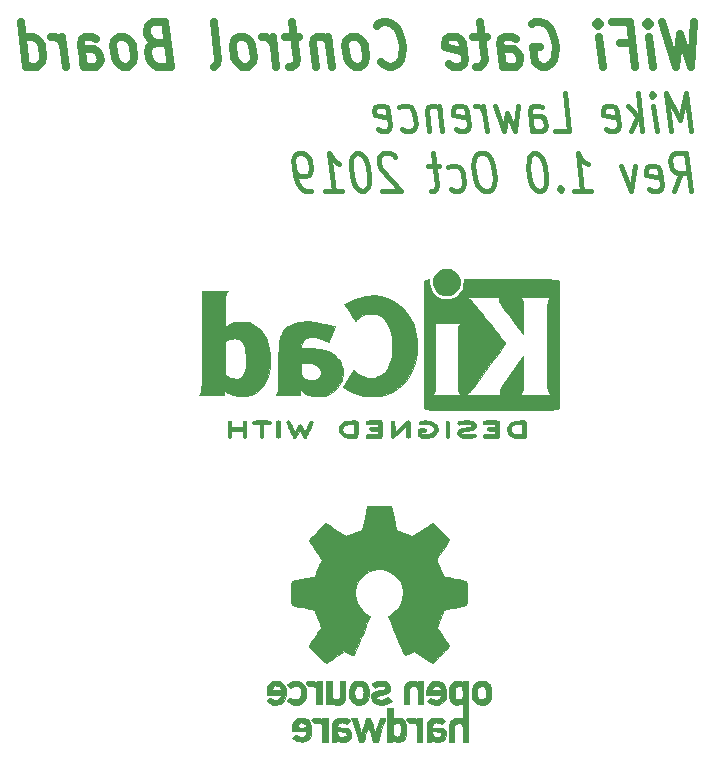
<source format=gbo>
G04 #@! TF.GenerationSoftware,KiCad,Pcbnew,(5.1.4-0-10_14)*
G04 #@! TF.CreationDate,2019-10-21T05:27:54-05:00*
G04 #@! TF.ProjectId,WiFi-Gate-Control-Board,57694669-2d47-4617-9465-2d436f6e7472,rev?*
G04 #@! TF.SameCoordinates,Original*
G04 #@! TF.FileFunction,Legend,Bot*
G04 #@! TF.FilePolarity,Positive*
%FSLAX46Y46*%
G04 Gerber Fmt 4.6, Leading zero omitted, Abs format (unit mm)*
G04 Created by KiCad (PCBNEW (5.1.4-0-10_14)) date 2019-10-21 05:27:54*
%MOMM*%
%LPD*%
G04 APERTURE LIST*
%ADD10C,0.457200*%
%ADD11C,0.635000*%
%ADD12C,0.010000*%
G04 APERTURE END LIST*
D10*
X189259159Y-132096309D02*
X188862284Y-128921309D01*
X188299099Y-131189166D01*
X187168950Y-128921309D01*
X187565825Y-132096309D01*
X186356302Y-132096309D02*
X186091718Y-129979642D01*
X185959427Y-128921309D02*
X186099278Y-129072500D01*
X185997224Y-129223690D01*
X185857373Y-129072500D01*
X185959427Y-128921309D01*
X185997224Y-129223690D01*
X185146778Y-132096309D02*
X184749903Y-128921309D01*
X184753683Y-130886785D02*
X184179159Y-132096309D01*
X183914575Y-129979642D02*
X185033385Y-131189166D01*
X182104070Y-131945119D02*
X182364873Y-132096309D01*
X182848683Y-132096309D01*
X183071689Y-131945119D01*
X183154843Y-131642738D01*
X183003653Y-130433214D01*
X182844903Y-130130833D01*
X182584099Y-129979642D01*
X182100290Y-129979642D01*
X181877284Y-130130833D01*
X181794129Y-130433214D01*
X181831927Y-130735595D01*
X183079248Y-131037976D01*
X177768683Y-132096309D02*
X178978206Y-132096309D01*
X178581331Y-128921309D01*
X175833445Y-132096309D02*
X175625558Y-130433214D01*
X175708712Y-130130833D01*
X175931718Y-129979642D01*
X176415528Y-129979642D01*
X176676331Y-130130833D01*
X175814546Y-131945119D02*
X176075349Y-132096309D01*
X176680111Y-132096309D01*
X176903117Y-131945119D01*
X176986272Y-131642738D01*
X176948474Y-131340357D01*
X176789724Y-131037976D01*
X176528921Y-130886785D01*
X175924159Y-130886785D01*
X175663355Y-130735595D01*
X174601242Y-129979642D02*
X174382016Y-132096309D01*
X173709218Y-130584404D01*
X173414397Y-132096309D01*
X172666004Y-129979642D01*
X171962968Y-132096309D02*
X171698385Y-129979642D01*
X171773980Y-130584404D02*
X171615230Y-130282023D01*
X171475379Y-130130833D01*
X171214575Y-129979642D01*
X170972671Y-129979642D01*
X169404070Y-131945119D02*
X169664873Y-132096309D01*
X170148683Y-132096309D01*
X170371689Y-131945119D01*
X170454843Y-131642738D01*
X170303653Y-130433214D01*
X170144903Y-130130833D01*
X169884099Y-129979642D01*
X169400290Y-129979642D01*
X169177284Y-130130833D01*
X169094129Y-130433214D01*
X169131927Y-130735595D01*
X170379248Y-131037976D01*
X167948861Y-129979642D02*
X168213445Y-132096309D01*
X167986659Y-130282023D02*
X167846808Y-130130833D01*
X167586004Y-129979642D01*
X167223147Y-129979642D01*
X167000141Y-130130833D01*
X166916986Y-130433214D01*
X167124873Y-132096309D01*
X164807879Y-131945119D02*
X165068683Y-132096309D01*
X165552492Y-132096309D01*
X165775498Y-131945119D01*
X165877552Y-131793928D01*
X165960706Y-131491547D01*
X165847314Y-130584404D01*
X165688564Y-130282023D01*
X165548712Y-130130833D01*
X165287909Y-129979642D01*
X164804099Y-129979642D01*
X164581093Y-130130833D01*
X162751689Y-131945119D02*
X163012492Y-132096309D01*
X163496302Y-132096309D01*
X163719308Y-131945119D01*
X163802462Y-131642738D01*
X163651272Y-130433214D01*
X163492522Y-130130833D01*
X163231718Y-129979642D01*
X162747909Y-129979642D01*
X162524903Y-130130833D01*
X162441748Y-130433214D01*
X162479546Y-130735595D01*
X163726867Y-131037976D01*
D11*
X189523083Y-122858571D02*
X189243380Y-126668571D01*
X188298440Y-123947142D01*
X188033856Y-126668571D01*
X186801654Y-122858571D01*
X186068380Y-126668571D02*
X185750880Y-124128571D01*
X185592130Y-122858571D02*
X185765999Y-123040000D01*
X185637487Y-123221428D01*
X185463618Y-123040000D01*
X185592130Y-122858571D01*
X185637487Y-123221428D01*
X183248678Y-124672857D02*
X184307011Y-124672857D01*
X184556475Y-126668571D02*
X184080225Y-122858571D01*
X182568321Y-122858571D01*
X181835047Y-126668571D02*
X181517547Y-124128571D01*
X181358797Y-122858571D02*
X181532666Y-123040000D01*
X181404154Y-123221428D01*
X181230285Y-123040000D01*
X181358797Y-122858571D01*
X181404154Y-123221428D01*
X175787428Y-123040000D02*
X176067130Y-122858571D01*
X176520702Y-122858571D01*
X176996952Y-123040000D01*
X177344690Y-123402857D01*
X177541237Y-123765714D01*
X177783142Y-124491428D01*
X177851178Y-125035714D01*
X177790702Y-125761428D01*
X177684868Y-126124285D01*
X177427844Y-126487142D01*
X176996952Y-126668571D01*
X176694571Y-126668571D01*
X176218321Y-126487142D01*
X176044452Y-126305714D01*
X175885702Y-125035714D01*
X176490463Y-125035714D01*
X173368380Y-126668571D02*
X173118916Y-124672857D01*
X173224749Y-124310000D01*
X173504452Y-124128571D01*
X174109213Y-124128571D01*
X174434273Y-124310000D01*
X173345702Y-126487142D02*
X173670761Y-126668571D01*
X174426713Y-126668571D01*
X174706416Y-126487142D01*
X174812249Y-126124285D01*
X174766892Y-125761428D01*
X174570344Y-125398571D01*
X174245285Y-125217142D01*
X173489333Y-125217142D01*
X173164273Y-125035714D01*
X171992547Y-124128571D02*
X170783023Y-124128571D01*
X171380225Y-122858571D02*
X171788440Y-126124285D01*
X171682606Y-126487142D01*
X171402904Y-126668571D01*
X171100523Y-126668571D01*
X168809987Y-126487142D02*
X169135047Y-126668571D01*
X169739809Y-126668571D01*
X170019511Y-126487142D01*
X170125344Y-126124285D01*
X169943916Y-124672857D01*
X169747368Y-124310000D01*
X169422309Y-124128571D01*
X168817547Y-124128571D01*
X168537844Y-124310000D01*
X168432011Y-124672857D01*
X168477368Y-125035714D01*
X170034630Y-125398571D01*
X163042071Y-126305714D02*
X163215940Y-126487142D01*
X163692190Y-126668571D01*
X163994571Y-126668571D01*
X164425463Y-126487142D01*
X164682487Y-126124285D01*
X164788321Y-125761428D01*
X164848797Y-125035714D01*
X164780761Y-124491428D01*
X164538856Y-123765714D01*
X164342309Y-123402857D01*
X163994571Y-123040000D01*
X163518321Y-122858571D01*
X163215940Y-122858571D01*
X162785047Y-123040000D01*
X162656535Y-123221428D01*
X161273142Y-126668571D02*
X161552844Y-126487142D01*
X161681356Y-126305714D01*
X161787190Y-125942857D01*
X161651118Y-124854285D01*
X161454571Y-124491428D01*
X161280702Y-124310000D01*
X160955642Y-124128571D01*
X160502071Y-124128571D01*
X160222368Y-124310000D01*
X160093856Y-124491428D01*
X159988023Y-124854285D01*
X160124094Y-125942857D01*
X160320642Y-126305714D01*
X160494511Y-126487142D01*
X160819571Y-126668571D01*
X161273142Y-126668571D01*
X158536594Y-124128571D02*
X158854094Y-126668571D01*
X158581952Y-124491428D02*
X158408083Y-124310000D01*
X158083023Y-124128571D01*
X157629452Y-124128571D01*
X157349749Y-124310000D01*
X157243916Y-124672857D01*
X157493380Y-126668571D01*
X156117547Y-124128571D02*
X154908023Y-124128571D01*
X155505225Y-122858571D02*
X155913440Y-126124285D01*
X155807606Y-126487142D01*
X155527904Y-126668571D01*
X155225523Y-126668571D01*
X154167190Y-126668571D02*
X153849690Y-124128571D01*
X153940404Y-124854285D02*
X153743856Y-124491428D01*
X153569987Y-124310000D01*
X153244928Y-124128571D01*
X152942547Y-124128571D01*
X151748142Y-126668571D02*
X152027844Y-126487142D01*
X152156356Y-126305714D01*
X152262190Y-125942857D01*
X152126118Y-124854285D01*
X151929571Y-124491428D01*
X151755702Y-124310000D01*
X151430642Y-124128571D01*
X150977071Y-124128571D01*
X150697368Y-124310000D01*
X150568856Y-124491428D01*
X150463023Y-124854285D01*
X150599094Y-125942857D01*
X150795642Y-126305714D01*
X150969511Y-126487142D01*
X151294571Y-126668571D01*
X151748142Y-126668571D01*
X148875523Y-126668571D02*
X149155225Y-126487142D01*
X149261059Y-126124285D01*
X148852844Y-122858571D01*
X143939154Y-124672857D02*
X143508261Y-124854285D01*
X143379749Y-125035714D01*
X143273916Y-125398571D01*
X143341952Y-125942857D01*
X143538499Y-126305714D01*
X143712368Y-126487142D01*
X144037428Y-126668571D01*
X145246952Y-126668571D01*
X144770702Y-122858571D01*
X143712368Y-122858571D01*
X143432666Y-123040000D01*
X143304154Y-123221428D01*
X143198321Y-123584285D01*
X143243678Y-123947142D01*
X143440225Y-124310000D01*
X143614094Y-124491428D01*
X143939154Y-124672857D01*
X144997487Y-124672857D01*
X141618380Y-126668571D02*
X141898083Y-126487142D01*
X142026594Y-126305714D01*
X142132428Y-125942857D01*
X141996356Y-124854285D01*
X141799809Y-124491428D01*
X141625940Y-124310000D01*
X141300880Y-124128571D01*
X140847309Y-124128571D01*
X140567606Y-124310000D01*
X140439094Y-124491428D01*
X140333261Y-124854285D01*
X140469333Y-125942857D01*
X140665880Y-126305714D01*
X140839749Y-126487142D01*
X141164809Y-126668571D01*
X141618380Y-126668571D01*
X137838618Y-126668571D02*
X137589154Y-124672857D01*
X137694987Y-124310000D01*
X137974690Y-124128571D01*
X138579452Y-124128571D01*
X138904511Y-124310000D01*
X137815940Y-126487142D02*
X138140999Y-126668571D01*
X138896952Y-126668571D01*
X139176654Y-126487142D01*
X139282487Y-126124285D01*
X139237130Y-125761428D01*
X139040583Y-125398571D01*
X138715523Y-125217142D01*
X137959571Y-125217142D01*
X137634511Y-125035714D01*
X136326713Y-126668571D02*
X136009213Y-124128571D01*
X136099928Y-124854285D02*
X135903380Y-124491428D01*
X135729511Y-124310000D01*
X135404452Y-124128571D01*
X135102071Y-124128571D01*
X133000523Y-126668571D02*
X132524273Y-122858571D01*
X132977844Y-126487142D02*
X133302904Y-126668571D01*
X133907666Y-126668571D01*
X134187368Y-126487142D01*
X134315880Y-126305714D01*
X134421713Y-125942857D01*
X134285642Y-124854285D01*
X134089094Y-124491428D01*
X133915225Y-124310000D01*
X133590166Y-124128571D01*
X132985404Y-124128571D01*
X132705702Y-124310000D01*
D10*
X187807730Y-137176309D02*
X188465409Y-135664404D01*
X189259159Y-137176309D02*
X188862284Y-134001309D01*
X187894665Y-134001309D01*
X187671659Y-134152500D01*
X187569605Y-134303690D01*
X187486450Y-134606071D01*
X187543147Y-135059642D01*
X187701897Y-135362023D01*
X187841748Y-135513214D01*
X188102552Y-135664404D01*
X189070171Y-135664404D01*
X185732641Y-137025119D02*
X185993445Y-137176309D01*
X186477254Y-137176309D01*
X186700260Y-137025119D01*
X186783415Y-136722738D01*
X186632224Y-135513214D01*
X186473474Y-135210833D01*
X186212671Y-135059642D01*
X185728861Y-135059642D01*
X185505855Y-135210833D01*
X185422700Y-135513214D01*
X185460498Y-135815595D01*
X186707820Y-136117976D01*
X184519337Y-135059642D02*
X184179159Y-137176309D01*
X183309814Y-135059642D01*
X179341064Y-137176309D02*
X180792492Y-137176309D01*
X180066778Y-137176309D02*
X179669903Y-134001309D01*
X179968504Y-134454880D01*
X180248206Y-134757261D01*
X180509010Y-134908452D01*
X178214695Y-136873928D02*
X178112641Y-137025119D01*
X178252492Y-137176309D01*
X178354546Y-137025119D01*
X178214695Y-136873928D01*
X178252492Y-137176309D01*
X176162284Y-134001309D02*
X175920379Y-134001309D01*
X175697373Y-134152500D01*
X175595320Y-134303690D01*
X175512165Y-134606071D01*
X175466808Y-135210833D01*
X175561302Y-135966785D01*
X175757849Y-136571547D01*
X175916599Y-136873928D01*
X176056450Y-137025119D01*
X176317254Y-137176309D01*
X176559159Y-137176309D01*
X176782165Y-137025119D01*
X176884218Y-136873928D01*
X176967373Y-136571547D01*
X177012730Y-135966785D01*
X176918236Y-135210833D01*
X176721689Y-134606071D01*
X176562939Y-134303690D01*
X176423087Y-134152500D01*
X176162284Y-134001309D01*
X171807998Y-134001309D02*
X171324189Y-134001309D01*
X171101183Y-134152500D01*
X170897075Y-134454880D01*
X170851718Y-135059642D01*
X170984010Y-136117976D01*
X171180558Y-136722738D01*
X171460260Y-137025119D01*
X171721064Y-137176309D01*
X172204873Y-137176309D01*
X172427879Y-137025119D01*
X172631986Y-136722738D01*
X172677343Y-136117976D01*
X172545052Y-135059642D01*
X172348504Y-134454880D01*
X172068802Y-134152500D01*
X171807998Y-134001309D01*
X168920260Y-137025119D02*
X169181064Y-137176309D01*
X169664873Y-137176309D01*
X169887879Y-137025119D01*
X169989933Y-136873928D01*
X170073087Y-136571547D01*
X169959695Y-135664404D01*
X169800945Y-135362023D01*
X169661093Y-135210833D01*
X169400290Y-135059642D01*
X168916480Y-135059642D01*
X168693474Y-135210833D01*
X167948861Y-135059642D02*
X166981242Y-135059642D01*
X167453712Y-134001309D02*
X167793891Y-136722738D01*
X167710736Y-137025119D01*
X167487730Y-137176309D01*
X167245825Y-137176309D01*
X164225796Y-134303690D02*
X164085945Y-134152500D01*
X163825141Y-134001309D01*
X163220379Y-134001309D01*
X162997373Y-134152500D01*
X162895320Y-134303690D01*
X162812165Y-134606071D01*
X162849962Y-134908452D01*
X163027611Y-135362023D01*
X164705825Y-137176309D01*
X163133445Y-137176309D01*
X161164189Y-134001309D02*
X160922284Y-134001309D01*
X160699278Y-134152500D01*
X160597224Y-134303690D01*
X160514070Y-134606071D01*
X160468712Y-135210833D01*
X160563206Y-135966785D01*
X160759754Y-136571547D01*
X160918504Y-136873928D01*
X161058355Y-137025119D01*
X161319159Y-137176309D01*
X161561064Y-137176309D01*
X161784070Y-137025119D01*
X161886123Y-136873928D01*
X161969278Y-136571547D01*
X162014635Y-135966785D01*
X161920141Y-135210833D01*
X161723593Y-134606071D01*
X161564843Y-134303690D01*
X161424992Y-134152500D01*
X161164189Y-134001309D01*
X158295349Y-137176309D02*
X159746778Y-137176309D01*
X159021064Y-137176309D02*
X158624189Y-134001309D01*
X158922790Y-134454880D01*
X159202492Y-134757261D01*
X159463296Y-134908452D01*
X157085825Y-137176309D02*
X156602016Y-137176309D01*
X156341212Y-137025119D01*
X156201361Y-136873928D01*
X155902760Y-136420357D01*
X155706212Y-135815595D01*
X155555022Y-134606071D01*
X155638177Y-134303690D01*
X155740230Y-134152500D01*
X155963236Y-134001309D01*
X156447046Y-134001309D01*
X156707849Y-134152500D01*
X156847700Y-134303690D01*
X157006450Y-134606071D01*
X157100945Y-135362023D01*
X157017790Y-135664404D01*
X156915736Y-135815595D01*
X156692730Y-135966785D01*
X156208921Y-135966785D01*
X155948117Y-135815595D01*
X155808266Y-135664404D01*
X155649516Y-135362023D01*
D12*
G36*
X150156718Y-156638097D02*
G01*
X150093681Y-156682781D01*
X150038015Y-156738447D01*
X150038015Y-157360080D01*
X150038161Y-157544659D01*
X150038850Y-157689383D01*
X150040463Y-157799755D01*
X150043380Y-157881276D01*
X150047978Y-157939449D01*
X150054639Y-157979777D01*
X150063742Y-158007760D01*
X150075666Y-158028903D01*
X150085019Y-158041468D01*
X150146755Y-158090835D01*
X150217643Y-158096193D01*
X150282434Y-158065919D01*
X150303843Y-158048046D01*
X150318154Y-158024305D01*
X150326786Y-157986075D01*
X150331158Y-157924733D01*
X150332690Y-157831660D01*
X150332837Y-157759758D01*
X150332837Y-157488902D01*
X151330694Y-157488902D01*
X151330694Y-157735307D01*
X151331726Y-157847982D01*
X151335854Y-157925418D01*
X151344629Y-157977708D01*
X151359598Y-158014944D01*
X151377697Y-158041468D01*
X151439779Y-158090696D01*
X151509988Y-158096525D01*
X151577201Y-158061535D01*
X151595552Y-158043193D01*
X151608512Y-158018877D01*
X151617061Y-157981001D01*
X151622175Y-157921978D01*
X151624831Y-157834222D01*
X151626009Y-157710146D01*
X151626146Y-157681669D01*
X151627118Y-157447892D01*
X151627619Y-157255228D01*
X151627456Y-157099435D01*
X151626435Y-156976271D01*
X151624363Y-156881493D01*
X151621047Y-156810859D01*
X151616293Y-156760126D01*
X151609909Y-156725052D01*
X151601700Y-156701393D01*
X151591473Y-156684909D01*
X151580158Y-156672473D01*
X151516151Y-156632694D01*
X151449397Y-156638097D01*
X151386360Y-156682781D01*
X151360851Y-156711610D01*
X151344591Y-156743455D01*
X151335519Y-156788808D01*
X151331574Y-156858166D01*
X151330695Y-156962022D01*
X151330694Y-156966264D01*
X151330694Y-157194080D01*
X150332837Y-157194080D01*
X150332837Y-156955955D01*
X150331819Y-156846251D01*
X150327729Y-156772176D01*
X150319015Y-156724027D01*
X150304125Y-156692101D01*
X150287480Y-156672473D01*
X150223473Y-156632694D01*
X150156718Y-156638097D01*
X150156718Y-156638097D01*
G37*
X150156718Y-156638097D02*
X150093681Y-156682781D01*
X150038015Y-156738447D01*
X150038015Y-157360080D01*
X150038161Y-157544659D01*
X150038850Y-157689383D01*
X150040463Y-157799755D01*
X150043380Y-157881276D01*
X150047978Y-157939449D01*
X150054639Y-157979777D01*
X150063742Y-158007760D01*
X150075666Y-158028903D01*
X150085019Y-158041468D01*
X150146755Y-158090835D01*
X150217643Y-158096193D01*
X150282434Y-158065919D01*
X150303843Y-158048046D01*
X150318154Y-158024305D01*
X150326786Y-157986075D01*
X150331158Y-157924733D01*
X150332690Y-157831660D01*
X150332837Y-157759758D01*
X150332837Y-157488902D01*
X151330694Y-157488902D01*
X151330694Y-157735307D01*
X151331726Y-157847982D01*
X151335854Y-157925418D01*
X151344629Y-157977708D01*
X151359598Y-158014944D01*
X151377697Y-158041468D01*
X151439779Y-158090696D01*
X151509988Y-158096525D01*
X151577201Y-158061535D01*
X151595552Y-158043193D01*
X151608512Y-158018877D01*
X151617061Y-157981001D01*
X151622175Y-157921978D01*
X151624831Y-157834222D01*
X151626009Y-157710146D01*
X151626146Y-157681669D01*
X151627118Y-157447892D01*
X151627619Y-157255228D01*
X151627456Y-157099435D01*
X151626435Y-156976271D01*
X151624363Y-156881493D01*
X151621047Y-156810859D01*
X151616293Y-156760126D01*
X151609909Y-156725052D01*
X151601700Y-156701393D01*
X151591473Y-156684909D01*
X151580158Y-156672473D01*
X151516151Y-156632694D01*
X151449397Y-156638097D01*
X151386360Y-156682781D01*
X151360851Y-156711610D01*
X151344591Y-156743455D01*
X151335519Y-156788808D01*
X151331574Y-156858166D01*
X151330695Y-156962022D01*
X151330694Y-156966264D01*
X151330694Y-157194080D01*
X150332837Y-157194080D01*
X150332837Y-156955955D01*
X150331819Y-156846251D01*
X150327729Y-156772176D01*
X150319015Y-156724027D01*
X150304125Y-156692101D01*
X150287480Y-156672473D01*
X150223473Y-156632694D01*
X150156718Y-156638097D01*
G36*
X152699537Y-156627310D02*
G01*
X152541419Y-156628070D01*
X152418692Y-156629660D01*
X152326374Y-156632345D01*
X152259481Y-156636390D01*
X152213032Y-156642060D01*
X152182043Y-156649620D01*
X152161532Y-156659335D01*
X152151606Y-156666803D01*
X152100089Y-156732165D01*
X152093857Y-156800028D01*
X152125693Y-156861677D01*
X152146512Y-156886312D01*
X152168915Y-156903110D01*
X152201383Y-156913570D01*
X152252394Y-156919195D01*
X152330430Y-156921483D01*
X152443970Y-156921935D01*
X152466269Y-156921937D01*
X152759444Y-156921937D01*
X152759444Y-157466223D01*
X152759637Y-157637782D01*
X152760514Y-157769789D01*
X152762522Y-157868045D01*
X152766106Y-157938356D01*
X152771713Y-157986523D01*
X152779789Y-158018351D01*
X152790782Y-158039642D01*
X152804801Y-158055866D01*
X152870961Y-158095734D01*
X152940026Y-158092592D01*
X153002660Y-158047105D01*
X153007262Y-158041468D01*
X153022243Y-158020158D01*
X153033657Y-157995225D01*
X153041986Y-157960609D01*
X153047713Y-157910253D01*
X153051321Y-157838098D01*
X153053294Y-157738086D01*
X153054114Y-157604158D01*
X153054265Y-157451825D01*
X153054265Y-156921937D01*
X153334233Y-156921937D01*
X153454378Y-156921124D01*
X153537555Y-156917956D01*
X153592137Y-156911339D01*
X153626494Y-156900179D01*
X153649000Y-156883384D01*
X153651733Y-156880464D01*
X153684594Y-156813690D01*
X153681688Y-156738200D01*
X153643908Y-156672473D01*
X153629298Y-156659724D01*
X153610460Y-156649615D01*
X153582372Y-156641840D01*
X153540010Y-156636095D01*
X153478350Y-156632074D01*
X153392368Y-156629472D01*
X153277042Y-156627982D01*
X153127348Y-156627299D01*
X152938262Y-156627119D01*
X152898028Y-156627116D01*
X152699537Y-156627310D01*
X152699537Y-156627310D01*
G37*
X152699537Y-156627310D02*
X152541419Y-156628070D01*
X152418692Y-156629660D01*
X152326374Y-156632345D01*
X152259481Y-156636390D01*
X152213032Y-156642060D01*
X152182043Y-156649620D01*
X152161532Y-156659335D01*
X152151606Y-156666803D01*
X152100089Y-156732165D01*
X152093857Y-156800028D01*
X152125693Y-156861677D01*
X152146512Y-156886312D01*
X152168915Y-156903110D01*
X152201383Y-156913570D01*
X152252394Y-156919195D01*
X152330430Y-156921483D01*
X152443970Y-156921935D01*
X152466269Y-156921937D01*
X152759444Y-156921937D01*
X152759444Y-157466223D01*
X152759637Y-157637782D01*
X152760514Y-157769789D01*
X152762522Y-157868045D01*
X152766106Y-157938356D01*
X152771713Y-157986523D01*
X152779789Y-158018351D01*
X152790782Y-158039642D01*
X152804801Y-158055866D01*
X152870961Y-158095734D01*
X152940026Y-158092592D01*
X153002660Y-158047105D01*
X153007262Y-158041468D01*
X153022243Y-158020158D01*
X153033657Y-157995225D01*
X153041986Y-157960609D01*
X153047713Y-157910253D01*
X153051321Y-157838098D01*
X153053294Y-157738086D01*
X153054114Y-157604158D01*
X153054265Y-157451825D01*
X153054265Y-156921937D01*
X153334233Y-156921937D01*
X153454378Y-156921124D01*
X153537555Y-156917956D01*
X153592137Y-156911339D01*
X153626494Y-156900179D01*
X153649000Y-156883384D01*
X153651733Y-156880464D01*
X153684594Y-156813690D01*
X153681688Y-156738200D01*
X153643908Y-156672473D01*
X153629298Y-156659724D01*
X153610460Y-156649615D01*
X153582372Y-156641840D01*
X153540010Y-156636095D01*
X153478350Y-156632074D01*
X153392368Y-156629472D01*
X153277042Y-156627982D01*
X153127348Y-156627299D01*
X152938262Y-156627119D01*
X152898028Y-156627116D01*
X152699537Y-156627310D01*
G36*
X154255353Y-156640797D02*
G01*
X154207715Y-156670469D01*
X154154176Y-156713823D01*
X154154176Y-157359785D01*
X154154347Y-157548738D01*
X154155077Y-157697604D01*
X154156695Y-157811655D01*
X154159529Y-157896159D01*
X154163908Y-157956386D01*
X154170159Y-157997608D01*
X154178611Y-158025093D01*
X154189592Y-158044113D01*
X154197379Y-158053485D01*
X154260537Y-158094654D01*
X154332457Y-158092975D01*
X154395458Y-158057870D01*
X154448998Y-158014516D01*
X154448998Y-156713823D01*
X154395458Y-156670469D01*
X154343785Y-156638933D01*
X154301587Y-156627116D01*
X154255353Y-156640797D01*
X154255353Y-156640797D01*
G37*
X154255353Y-156640797D02*
X154207715Y-156670469D01*
X154154176Y-156713823D01*
X154154176Y-157359785D01*
X154154347Y-157548738D01*
X154155077Y-157697604D01*
X154156695Y-157811655D01*
X154159529Y-157896159D01*
X154163908Y-157956386D01*
X154170159Y-157997608D01*
X154178611Y-158025093D01*
X154189592Y-158044113D01*
X154197379Y-158053485D01*
X154260537Y-158094654D01*
X154332457Y-158092975D01*
X154395458Y-158057870D01*
X154448998Y-158014516D01*
X154448998Y-156713823D01*
X154395458Y-156670469D01*
X154343785Y-156638933D01*
X154301587Y-156627116D01*
X154255353Y-156640797D01*
G36*
X155147215Y-156631068D02*
G01*
X155107861Y-156645132D01*
X155106342Y-156645820D01*
X155052900Y-156686604D01*
X155023455Y-156728555D01*
X155017693Y-156748224D01*
X155017978Y-156774360D01*
X155026085Y-156811591D01*
X155043792Y-156864551D01*
X155072876Y-156937868D01*
X155115113Y-157036174D01*
X155172280Y-157164099D01*
X155246154Y-157326275D01*
X155286816Y-157414916D01*
X155360241Y-157573158D01*
X155429169Y-157718680D01*
X155490968Y-157846160D01*
X155543009Y-157950279D01*
X155582659Y-158025716D01*
X155607289Y-158067151D01*
X155612163Y-158072875D01*
X155674522Y-158098125D01*
X155744960Y-158094743D01*
X155801452Y-158064033D01*
X155803754Y-158061535D01*
X155826226Y-158027515D01*
X155863922Y-157961251D01*
X155912194Y-157871272D01*
X155966392Y-157766109D01*
X155985870Y-157727356D01*
X156132898Y-157432863D01*
X156293157Y-157752772D01*
X156350359Y-157863306D01*
X156403429Y-157959167D01*
X156448031Y-158033016D01*
X156479830Y-158077516D01*
X156490607Y-158086952D01*
X156574374Y-158099732D01*
X156643496Y-158072875D01*
X156663829Y-158044172D01*
X156699014Y-157980381D01*
X156746181Y-157887779D01*
X156802460Y-157772643D01*
X156864981Y-157641249D01*
X156930873Y-157499875D01*
X156997266Y-157354797D01*
X157061290Y-157212293D01*
X157120074Y-157078640D01*
X157170748Y-156960114D01*
X157210442Y-156862992D01*
X157236285Y-156793552D01*
X157245408Y-156758070D01*
X157245315Y-156756785D01*
X157223119Y-156712137D01*
X157178754Y-156666663D01*
X157176141Y-156664685D01*
X157121614Y-156633863D01*
X157071179Y-156634161D01*
X157052276Y-156639972D01*
X157029241Y-156652530D01*
X157004780Y-156677234D01*
X156975958Y-156719207D01*
X156939840Y-156783575D01*
X156893492Y-156875463D01*
X156833981Y-156999994D01*
X156780313Y-157114946D01*
X156718568Y-157248195D01*
X156663240Y-157368023D01*
X156617203Y-157468171D01*
X156583330Y-157542378D01*
X156564498Y-157584384D01*
X156561751Y-157590955D01*
X156549398Y-157580213D01*
X156521007Y-157535236D01*
X156480355Y-157462588D01*
X156431221Y-157368834D01*
X156411669Y-157330152D01*
X156345435Y-157199535D01*
X156294356Y-157104411D01*
X156254240Y-157039252D01*
X156220896Y-156998525D01*
X156190131Y-156976701D01*
X156157755Y-156968249D01*
X156136656Y-156967294D01*
X156099438Y-156970592D01*
X156066824Y-156984232D01*
X156034418Y-157013834D01*
X155997824Y-157065016D01*
X155952646Y-157143398D01*
X155894488Y-157254600D01*
X155862400Y-157317858D01*
X155810352Y-157418675D01*
X155764956Y-157502280D01*
X155730220Y-157561620D01*
X155710147Y-157589639D01*
X155707417Y-157590806D01*
X155694454Y-157568754D01*
X155665431Y-157511493D01*
X155623255Y-157425016D01*
X155570832Y-157315316D01*
X155511069Y-157188386D01*
X155481671Y-157125339D01*
X155405192Y-156962630D01*
X155343608Y-156837429D01*
X155293722Y-156745651D01*
X155252337Y-156683210D01*
X155216256Y-156646023D01*
X155182281Y-156630004D01*
X155147215Y-156631068D01*
X155147215Y-156631068D01*
G37*
X155147215Y-156631068D02*
X155107861Y-156645132D01*
X155106342Y-156645820D01*
X155052900Y-156686604D01*
X155023455Y-156728555D01*
X155017693Y-156748224D01*
X155017978Y-156774360D01*
X155026085Y-156811591D01*
X155043792Y-156864551D01*
X155072876Y-156937868D01*
X155115113Y-157036174D01*
X155172280Y-157164099D01*
X155246154Y-157326275D01*
X155286816Y-157414916D01*
X155360241Y-157573158D01*
X155429169Y-157718680D01*
X155490968Y-157846160D01*
X155543009Y-157950279D01*
X155582659Y-158025716D01*
X155607289Y-158067151D01*
X155612163Y-158072875D01*
X155674522Y-158098125D01*
X155744960Y-158094743D01*
X155801452Y-158064033D01*
X155803754Y-158061535D01*
X155826226Y-158027515D01*
X155863922Y-157961251D01*
X155912194Y-157871272D01*
X155966392Y-157766109D01*
X155985870Y-157727356D01*
X156132898Y-157432863D01*
X156293157Y-157752772D01*
X156350359Y-157863306D01*
X156403429Y-157959167D01*
X156448031Y-158033016D01*
X156479830Y-158077516D01*
X156490607Y-158086952D01*
X156574374Y-158099732D01*
X156643496Y-158072875D01*
X156663829Y-158044172D01*
X156699014Y-157980381D01*
X156746181Y-157887779D01*
X156802460Y-157772643D01*
X156864981Y-157641249D01*
X156930873Y-157499875D01*
X156997266Y-157354797D01*
X157061290Y-157212293D01*
X157120074Y-157078640D01*
X157170748Y-156960114D01*
X157210442Y-156862992D01*
X157236285Y-156793552D01*
X157245408Y-156758070D01*
X157245315Y-156756785D01*
X157223119Y-156712137D01*
X157178754Y-156666663D01*
X157176141Y-156664685D01*
X157121614Y-156633863D01*
X157071179Y-156634161D01*
X157052276Y-156639972D01*
X157029241Y-156652530D01*
X157004780Y-156677234D01*
X156975958Y-156719207D01*
X156939840Y-156783575D01*
X156893492Y-156875463D01*
X156833981Y-156999994D01*
X156780313Y-157114946D01*
X156718568Y-157248195D01*
X156663240Y-157368023D01*
X156617203Y-157468171D01*
X156583330Y-157542378D01*
X156564498Y-157584384D01*
X156561751Y-157590955D01*
X156549398Y-157580213D01*
X156521007Y-157535236D01*
X156480355Y-157462588D01*
X156431221Y-157368834D01*
X156411669Y-157330152D01*
X156345435Y-157199535D01*
X156294356Y-157104411D01*
X156254240Y-157039252D01*
X156220896Y-156998525D01*
X156190131Y-156976701D01*
X156157755Y-156968249D01*
X156136656Y-156967294D01*
X156099438Y-156970592D01*
X156066824Y-156984232D01*
X156034418Y-157013834D01*
X155997824Y-157065016D01*
X155952646Y-157143398D01*
X155894488Y-157254600D01*
X155862400Y-157317858D01*
X155810352Y-157418675D01*
X155764956Y-157502280D01*
X155730220Y-157561620D01*
X155710147Y-157589639D01*
X155707417Y-157590806D01*
X155694454Y-157568754D01*
X155665431Y-157511493D01*
X155623255Y-157425016D01*
X155570832Y-157315316D01*
X155511069Y-157188386D01*
X155481671Y-157125339D01*
X155405192Y-156962630D01*
X155343608Y-156837429D01*
X155293722Y-156745651D01*
X155252337Y-156683210D01*
X155216256Y-156646023D01*
X155182281Y-156630004D01*
X155147215Y-156631068D01*
G36*
X160624270Y-156627534D02*
G01*
X160365159Y-156636295D01*
X160144774Y-156662863D01*
X159959481Y-156708828D01*
X159805645Y-156775783D01*
X159679634Y-156865316D01*
X159577813Y-156979019D01*
X159496549Y-157118482D01*
X159494950Y-157121883D01*
X159446451Y-157246702D01*
X159429171Y-157357246D01*
X159443175Y-157468497D01*
X159488532Y-157595433D01*
X159497134Y-157614749D01*
X159555794Y-157727806D01*
X159621720Y-157815165D01*
X159706806Y-157889427D01*
X159822946Y-157963191D01*
X159829693Y-157967042D01*
X159930796Y-158015608D01*
X160045071Y-158051879D01*
X160179859Y-158077106D01*
X160342505Y-158092539D01*
X160540351Y-158099431D01*
X160610253Y-158100030D01*
X160943116Y-158101223D01*
X160990119Y-158041468D01*
X161004062Y-158021819D01*
X161014939Y-157998873D01*
X161023129Y-157967129D01*
X161029013Y-157921082D01*
X161032969Y-157855233D01*
X161034259Y-157806402D01*
X160719623Y-157806402D01*
X160531020Y-157806402D01*
X160420655Y-157803174D01*
X160307359Y-157794681D01*
X160214375Y-157782703D01*
X160208762Y-157781694D01*
X160043610Y-157737388D01*
X159915510Y-157670822D01*
X159820410Y-157578907D01*
X159754257Y-157458555D01*
X159742753Y-157426658D01*
X159731478Y-157376980D01*
X159736360Y-157327900D01*
X159760113Y-157262607D01*
X159774431Y-157230532D01*
X159821318Y-157145297D01*
X159877809Y-157085499D01*
X159939965Y-157043857D01*
X160064468Y-156989668D01*
X160223806Y-156950415D01*
X160409427Y-156927812D01*
X160543864Y-156922837D01*
X160719623Y-156921937D01*
X160719623Y-157806402D01*
X161034259Y-157806402D01*
X161035378Y-157764078D01*
X161036619Y-157642115D01*
X161037072Y-157483841D01*
X161037123Y-157360080D01*
X161037123Y-156738447D01*
X160981457Y-156682781D01*
X160956752Y-156660218D01*
X160930039Y-156644766D01*
X160892736Y-156635098D01*
X160836257Y-156629887D01*
X160752022Y-156627805D01*
X160631445Y-156627524D01*
X160624270Y-156627534D01*
X160624270Y-156627534D01*
G37*
X160624270Y-156627534D02*
X160365159Y-156636295D01*
X160144774Y-156662863D01*
X159959481Y-156708828D01*
X159805645Y-156775783D01*
X159679634Y-156865316D01*
X159577813Y-156979019D01*
X159496549Y-157118482D01*
X159494950Y-157121883D01*
X159446451Y-157246702D01*
X159429171Y-157357246D01*
X159443175Y-157468497D01*
X159488532Y-157595433D01*
X159497134Y-157614749D01*
X159555794Y-157727806D01*
X159621720Y-157815165D01*
X159706806Y-157889427D01*
X159822946Y-157963191D01*
X159829693Y-157967042D01*
X159930796Y-158015608D01*
X160045071Y-158051879D01*
X160179859Y-158077106D01*
X160342505Y-158092539D01*
X160540351Y-158099431D01*
X160610253Y-158100030D01*
X160943116Y-158101223D01*
X160990119Y-158041468D01*
X161004062Y-158021819D01*
X161014939Y-157998873D01*
X161023129Y-157967129D01*
X161029013Y-157921082D01*
X161032969Y-157855233D01*
X161034259Y-157806402D01*
X160719623Y-157806402D01*
X160531020Y-157806402D01*
X160420655Y-157803174D01*
X160307359Y-157794681D01*
X160214375Y-157782703D01*
X160208762Y-157781694D01*
X160043610Y-157737388D01*
X159915510Y-157670822D01*
X159820410Y-157578907D01*
X159754257Y-157458555D01*
X159742753Y-157426658D01*
X159731478Y-157376980D01*
X159736360Y-157327900D01*
X159760113Y-157262607D01*
X159774431Y-157230532D01*
X159821318Y-157145297D01*
X159877809Y-157085499D01*
X159939965Y-157043857D01*
X160064468Y-156989668D01*
X160223806Y-156950415D01*
X160409427Y-156927812D01*
X160543864Y-156922837D01*
X160719623Y-156921937D01*
X160719623Y-157806402D01*
X161034259Y-157806402D01*
X161035378Y-157764078D01*
X161036619Y-157642115D01*
X161037072Y-157483841D01*
X161037123Y-157360080D01*
X161037123Y-156738447D01*
X160981457Y-156682781D01*
X160956752Y-156660218D01*
X160930039Y-156644766D01*
X160892736Y-156635098D01*
X160836257Y-156629887D01*
X160752022Y-156627805D01*
X160631445Y-156627524D01*
X160624270Y-156627534D01*
G36*
X162207237Y-156627503D02*
G01*
X162053838Y-156629340D01*
X161936285Y-156633634D01*
X161849824Y-156641395D01*
X161789700Y-156653633D01*
X161751160Y-156671358D01*
X161729448Y-156695579D01*
X161719810Y-156727305D01*
X161717492Y-156767546D01*
X161717480Y-156772298D01*
X161719492Y-156817814D01*
X161729005Y-156852992D01*
X161751229Y-156879251D01*
X161791378Y-156898012D01*
X161854664Y-156910696D01*
X161946298Y-156918722D01*
X162071493Y-156923512D01*
X162235461Y-156926484D01*
X162285717Y-156927143D01*
X162772033Y-156933277D01*
X162778835Y-157063678D01*
X162785636Y-157194080D01*
X162447841Y-157194080D01*
X162315873Y-157194567D01*
X162221643Y-157196626D01*
X162157535Y-157201155D01*
X162115936Y-157209053D01*
X162089230Y-157221218D01*
X162069802Y-157238548D01*
X162069678Y-157238686D01*
X162034443Y-157306224D01*
X162035717Y-157379221D01*
X162072696Y-157441448D01*
X162080015Y-157447844D01*
X162105990Y-157464328D01*
X162141583Y-157475796D01*
X162194727Y-157483111D01*
X162273352Y-157487138D01*
X162385390Y-157488740D01*
X162457046Y-157488902D01*
X162783373Y-157488902D01*
X162783373Y-157806402D01*
X162287959Y-157806402D01*
X162124394Y-157806688D01*
X162000183Y-157807857D01*
X161909325Y-157810377D01*
X161845820Y-157814715D01*
X161803667Y-157821337D01*
X161776864Y-157830710D01*
X161759411Y-157843302D01*
X161755013Y-157847875D01*
X161722540Y-157911249D01*
X161720164Y-157983347D01*
X161746805Y-158045858D01*
X161767883Y-158065919D01*
X161789810Y-158076963D01*
X161823785Y-158085508D01*
X161875182Y-158091852D01*
X161949375Y-158096295D01*
X162051739Y-158099136D01*
X162187647Y-158100675D01*
X162362475Y-158101210D01*
X162402000Y-158101223D01*
X162579756Y-158101107D01*
X162717738Y-158100465D01*
X162821524Y-158098857D01*
X162896697Y-158095844D01*
X162948839Y-158090986D01*
X162983529Y-158083844D01*
X163006350Y-158073977D01*
X163022883Y-158060946D01*
X163031953Y-158051589D01*
X163045606Y-158035017D01*
X163056272Y-158014487D01*
X163064320Y-157984616D01*
X163070116Y-157940021D01*
X163074027Y-157875317D01*
X163076423Y-157785120D01*
X163077670Y-157664047D01*
X163078136Y-157506713D01*
X163078194Y-157374291D01*
X163078051Y-157188735D01*
X163077374Y-157043065D01*
X163075788Y-156931811D01*
X163072919Y-156849501D01*
X163068393Y-156790666D01*
X163061836Y-156749834D01*
X163052874Y-156721535D01*
X163041133Y-156700298D01*
X163031191Y-156686871D01*
X162984188Y-156627116D01*
X162401237Y-156627116D01*
X162207237Y-156627503D01*
X162207237Y-156627503D01*
G37*
X162207237Y-156627503D02*
X162053838Y-156629340D01*
X161936285Y-156633634D01*
X161849824Y-156641395D01*
X161789700Y-156653633D01*
X161751160Y-156671358D01*
X161729448Y-156695579D01*
X161719810Y-156727305D01*
X161717492Y-156767546D01*
X161717480Y-156772298D01*
X161719492Y-156817814D01*
X161729005Y-156852992D01*
X161751229Y-156879251D01*
X161791378Y-156898012D01*
X161854664Y-156910696D01*
X161946298Y-156918722D01*
X162071493Y-156923512D01*
X162235461Y-156926484D01*
X162285717Y-156927143D01*
X162772033Y-156933277D01*
X162778835Y-157063678D01*
X162785636Y-157194080D01*
X162447841Y-157194080D01*
X162315873Y-157194567D01*
X162221643Y-157196626D01*
X162157535Y-157201155D01*
X162115936Y-157209053D01*
X162089230Y-157221218D01*
X162069802Y-157238548D01*
X162069678Y-157238686D01*
X162034443Y-157306224D01*
X162035717Y-157379221D01*
X162072696Y-157441448D01*
X162080015Y-157447844D01*
X162105990Y-157464328D01*
X162141583Y-157475796D01*
X162194727Y-157483111D01*
X162273352Y-157487138D01*
X162385390Y-157488740D01*
X162457046Y-157488902D01*
X162783373Y-157488902D01*
X162783373Y-157806402D01*
X162287959Y-157806402D01*
X162124394Y-157806688D01*
X162000183Y-157807857D01*
X161909325Y-157810377D01*
X161845820Y-157814715D01*
X161803667Y-157821337D01*
X161776864Y-157830710D01*
X161759411Y-157843302D01*
X161755013Y-157847875D01*
X161722540Y-157911249D01*
X161720164Y-157983347D01*
X161746805Y-158045858D01*
X161767883Y-158065919D01*
X161789810Y-158076963D01*
X161823785Y-158085508D01*
X161875182Y-158091852D01*
X161949375Y-158096295D01*
X162051739Y-158099136D01*
X162187647Y-158100675D01*
X162362475Y-158101210D01*
X162402000Y-158101223D01*
X162579756Y-158101107D01*
X162717738Y-158100465D01*
X162821524Y-158098857D01*
X162896697Y-158095844D01*
X162948839Y-158090986D01*
X162983529Y-158083844D01*
X163006350Y-158073977D01*
X163022883Y-158060946D01*
X163031953Y-158051589D01*
X163045606Y-158035017D01*
X163056272Y-158014487D01*
X163064320Y-157984616D01*
X163070116Y-157940021D01*
X163074027Y-157875317D01*
X163076423Y-157785120D01*
X163077670Y-157664047D01*
X163078136Y-157506713D01*
X163078194Y-157374291D01*
X163078051Y-157188735D01*
X163077374Y-157043065D01*
X163075788Y-156931811D01*
X163072919Y-156849501D01*
X163068393Y-156790666D01*
X163061836Y-156749834D01*
X163052874Y-156721535D01*
X163041133Y-156700298D01*
X163031191Y-156686871D01*
X162984188Y-156627116D01*
X162401237Y-156627116D01*
X162207237Y-156627503D01*
G36*
X165281815Y-156635918D02*
G01*
X165234473Y-156663690D01*
X165172572Y-156709108D01*
X165092903Y-156774312D01*
X164992260Y-156861440D01*
X164867432Y-156972633D01*
X164715212Y-157110030D01*
X164540962Y-157267999D01*
X164178105Y-157597050D01*
X164166765Y-157155388D01*
X164162671Y-157003357D01*
X164158722Y-156890140D01*
X164154042Y-156809203D01*
X164147759Y-156754016D01*
X164138998Y-156718045D01*
X164126886Y-156694758D01*
X164110549Y-156677622D01*
X164101887Y-156670421D01*
X164032517Y-156632346D01*
X163966507Y-156637913D01*
X163914144Y-156670440D01*
X163860605Y-156713765D01*
X163853946Y-157346482D01*
X163852103Y-157532564D01*
X163851165Y-157678744D01*
X163851457Y-157790474D01*
X163853303Y-157873205D01*
X163857030Y-157932389D01*
X163862960Y-157973476D01*
X163871420Y-158001919D01*
X163882733Y-158023168D01*
X163895280Y-158040211D01*
X163922424Y-158071818D01*
X163949433Y-158092769D01*
X163980050Y-158100811D01*
X164018023Y-158093688D01*
X164067098Y-158069149D01*
X164131020Y-158024937D01*
X164213535Y-157958799D01*
X164318390Y-157868482D01*
X164449331Y-157751731D01*
X164597658Y-157617582D01*
X165130605Y-157134152D01*
X165141944Y-157574370D01*
X165146045Y-157726124D01*
X165150005Y-157839077D01*
X165154701Y-157919775D01*
X165161013Y-157974764D01*
X165169817Y-158010588D01*
X165181992Y-158033793D01*
X165198417Y-158050924D01*
X165206823Y-158057906D01*
X165281114Y-158096257D01*
X165351312Y-158090472D01*
X165412441Y-158041468D01*
X165426425Y-158021753D01*
X165437324Y-157998729D01*
X165445521Y-157966872D01*
X165451400Y-157920658D01*
X165455344Y-157854563D01*
X165457736Y-157763062D01*
X165458959Y-157640634D01*
X165459398Y-157481752D01*
X165459444Y-157364169D01*
X165459297Y-157180256D01*
X165458599Y-157036175D01*
X165456967Y-156926403D01*
X165454019Y-156845416D01*
X165449369Y-156787691D01*
X165442637Y-156747704D01*
X165433437Y-156719930D01*
X165421386Y-156698846D01*
X165412441Y-156686871D01*
X165389766Y-156658503D01*
X165368575Y-156637085D01*
X165345658Y-156624755D01*
X165317808Y-156623653D01*
X165281815Y-156635918D01*
X165281815Y-156635918D01*
G37*
X165281815Y-156635918D02*
X165234473Y-156663690D01*
X165172572Y-156709108D01*
X165092903Y-156774312D01*
X164992260Y-156861440D01*
X164867432Y-156972633D01*
X164715212Y-157110030D01*
X164540962Y-157267999D01*
X164178105Y-157597050D01*
X164166765Y-157155388D01*
X164162671Y-157003357D01*
X164158722Y-156890140D01*
X164154042Y-156809203D01*
X164147759Y-156754016D01*
X164138998Y-156718045D01*
X164126886Y-156694758D01*
X164110549Y-156677622D01*
X164101887Y-156670421D01*
X164032517Y-156632346D01*
X163966507Y-156637913D01*
X163914144Y-156670440D01*
X163860605Y-156713765D01*
X163853946Y-157346482D01*
X163852103Y-157532564D01*
X163851165Y-157678744D01*
X163851457Y-157790474D01*
X163853303Y-157873205D01*
X163857030Y-157932389D01*
X163862960Y-157973476D01*
X163871420Y-158001919D01*
X163882733Y-158023168D01*
X163895280Y-158040211D01*
X163922424Y-158071818D01*
X163949433Y-158092769D01*
X163980050Y-158100811D01*
X164018023Y-158093688D01*
X164067098Y-158069149D01*
X164131020Y-158024937D01*
X164213535Y-157958799D01*
X164318390Y-157868482D01*
X164449331Y-157751731D01*
X164597658Y-157617582D01*
X165130605Y-157134152D01*
X165141944Y-157574370D01*
X165146045Y-157726124D01*
X165150005Y-157839077D01*
X165154701Y-157919775D01*
X165161013Y-157974764D01*
X165169817Y-158010588D01*
X165181992Y-158033793D01*
X165198417Y-158050924D01*
X165206823Y-158057906D01*
X165281114Y-158096257D01*
X165351312Y-158090472D01*
X165412441Y-158041468D01*
X165426425Y-158021753D01*
X165437324Y-157998729D01*
X165445521Y-157966872D01*
X165451400Y-157920658D01*
X165455344Y-157854563D01*
X165457736Y-157763062D01*
X165458959Y-157640634D01*
X165459398Y-157481752D01*
X165459444Y-157364169D01*
X165459297Y-157180256D01*
X165458599Y-157036175D01*
X165456967Y-156926403D01*
X165454019Y-156845416D01*
X165449369Y-156787691D01*
X165442637Y-156747704D01*
X165433437Y-156719930D01*
X165421386Y-156698846D01*
X165412441Y-156686871D01*
X165389766Y-156658503D01*
X165368575Y-156637085D01*
X165345658Y-156624755D01*
X165317808Y-156623653D01*
X165281815Y-156635918D01*
G36*
X166587553Y-156638229D02*
G01*
X166449908Y-156661325D01*
X166344194Y-156697228D01*
X166275420Y-156744501D01*
X166256679Y-156771471D01*
X166237621Y-156834198D01*
X166250446Y-156890945D01*
X166290933Y-156944758D01*
X166353842Y-156969933D01*
X166445123Y-156967888D01*
X166515724Y-156954249D01*
X166672606Y-156928263D01*
X166832934Y-156925793D01*
X167012389Y-156946886D01*
X167061958Y-156955823D01*
X167228823Y-157002869D01*
X167359366Y-157072852D01*
X167452156Y-157164579D01*
X167505761Y-157276857D01*
X167516848Y-157334905D01*
X167509591Y-157452676D01*
X167462739Y-157556873D01*
X167380562Y-157645465D01*
X167267329Y-157716421D01*
X167127309Y-157767710D01*
X166964771Y-157797302D01*
X166783985Y-157803166D01*
X166589218Y-157783271D01*
X166578221Y-157781395D01*
X166500754Y-157766966D01*
X166457802Y-157753029D01*
X166439185Y-157732349D01*
X166434724Y-157697693D01*
X166434623Y-157679341D01*
X166434623Y-157602294D01*
X166572185Y-157602294D01*
X166693662Y-157593973D01*
X166776561Y-157567455D01*
X166824794Y-157520412D01*
X166842276Y-157450513D01*
X166842490Y-157441390D01*
X166832261Y-157381645D01*
X166797188Y-157338984D01*
X166731910Y-157310752D01*
X166631070Y-157294294D01*
X166533395Y-157288243D01*
X166391431Y-157284771D01*
X166288457Y-157290069D01*
X166218227Y-157309616D01*
X166174494Y-157348896D01*
X166151010Y-157413389D01*
X166141529Y-157508577D01*
X166139801Y-157633598D01*
X166142632Y-157773146D01*
X166151147Y-157868070D01*
X166165386Y-157918747D01*
X166168149Y-157922716D01*
X166246330Y-157986039D01*
X166360955Y-158036185D01*
X166504760Y-158072085D01*
X166670476Y-158092667D01*
X166850838Y-158096860D01*
X167038578Y-158083592D01*
X167148998Y-158067295D01*
X167322188Y-158018274D01*
X167483154Y-157938133D01*
X167617924Y-157834121D01*
X167638408Y-157813332D01*
X167704961Y-157725936D01*
X167765011Y-157617621D01*
X167811544Y-157504063D01*
X167837543Y-157400940D01*
X167840676Y-157361334D01*
X167827336Y-157278717D01*
X167791880Y-157175926D01*
X167741111Y-157067729D01*
X167681832Y-156968892D01*
X167629459Y-156902875D01*
X167507006Y-156804675D01*
X167348712Y-156726515D01*
X167160249Y-156670162D01*
X166947290Y-156637386D01*
X166752123Y-156629377D01*
X166587553Y-156638229D01*
X166587553Y-156638229D01*
G37*
X166587553Y-156638229D02*
X166449908Y-156661325D01*
X166344194Y-156697228D01*
X166275420Y-156744501D01*
X166256679Y-156771471D01*
X166237621Y-156834198D01*
X166250446Y-156890945D01*
X166290933Y-156944758D01*
X166353842Y-156969933D01*
X166445123Y-156967888D01*
X166515724Y-156954249D01*
X166672606Y-156928263D01*
X166832934Y-156925793D01*
X167012389Y-156946886D01*
X167061958Y-156955823D01*
X167228823Y-157002869D01*
X167359366Y-157072852D01*
X167452156Y-157164579D01*
X167505761Y-157276857D01*
X167516848Y-157334905D01*
X167509591Y-157452676D01*
X167462739Y-157556873D01*
X167380562Y-157645465D01*
X167267329Y-157716421D01*
X167127309Y-157767710D01*
X166964771Y-157797302D01*
X166783985Y-157803166D01*
X166589218Y-157783271D01*
X166578221Y-157781395D01*
X166500754Y-157766966D01*
X166457802Y-157753029D01*
X166439185Y-157732349D01*
X166434724Y-157697693D01*
X166434623Y-157679341D01*
X166434623Y-157602294D01*
X166572185Y-157602294D01*
X166693662Y-157593973D01*
X166776561Y-157567455D01*
X166824794Y-157520412D01*
X166842276Y-157450513D01*
X166842490Y-157441390D01*
X166832261Y-157381645D01*
X166797188Y-157338984D01*
X166731910Y-157310752D01*
X166631070Y-157294294D01*
X166533395Y-157288243D01*
X166391431Y-157284771D01*
X166288457Y-157290069D01*
X166218227Y-157309616D01*
X166174494Y-157348896D01*
X166151010Y-157413389D01*
X166141529Y-157508577D01*
X166139801Y-157633598D01*
X166142632Y-157773146D01*
X166151147Y-157868070D01*
X166165386Y-157918747D01*
X166168149Y-157922716D01*
X166246330Y-157986039D01*
X166360955Y-158036185D01*
X166504760Y-158072085D01*
X166670476Y-158092667D01*
X166850838Y-158096860D01*
X167038578Y-158083592D01*
X167148998Y-158067295D01*
X167322188Y-158018274D01*
X167483154Y-157938133D01*
X167617924Y-157834121D01*
X167638408Y-157813332D01*
X167704961Y-157725936D01*
X167765011Y-157617621D01*
X167811544Y-157504063D01*
X167837543Y-157400940D01*
X167840676Y-157361334D01*
X167827336Y-157278717D01*
X167791880Y-157175926D01*
X167741111Y-157067729D01*
X167681832Y-156968892D01*
X167629459Y-156902875D01*
X167507006Y-156804675D01*
X167348712Y-156726515D01*
X167160249Y-156670162D01*
X166947290Y-156637386D01*
X166752123Y-156629377D01*
X166587553Y-156638229D01*
G36*
X168543730Y-156672473D02*
G01*
X168530509Y-156687687D01*
X168520139Y-156707314D01*
X168512273Y-156736611D01*
X168506567Y-156780836D01*
X168502677Y-156845247D01*
X168500258Y-156935101D01*
X168498964Y-157055657D01*
X168498452Y-157212171D01*
X168498373Y-157364169D01*
X168498513Y-157552701D01*
X168499162Y-157701133D01*
X168500666Y-157814724D01*
X168503369Y-157898732D01*
X168507616Y-157958413D01*
X168513752Y-157999025D01*
X168522121Y-158025827D01*
X168533069Y-158044076D01*
X168543730Y-158055866D01*
X168610031Y-158095403D01*
X168680676Y-158091854D01*
X168743884Y-158048734D01*
X168758407Y-158031900D01*
X168769757Y-158012367D01*
X168778325Y-157984738D01*
X168784502Y-157943612D01*
X168788678Y-157883591D01*
X168791245Y-157799274D01*
X168792592Y-157685263D01*
X168793112Y-157536157D01*
X168793194Y-157367346D01*
X168793194Y-156738447D01*
X168737528Y-156682781D01*
X168668914Y-156635948D01*
X168602357Y-156634261D01*
X168543730Y-156672473D01*
X168543730Y-156672473D01*
G37*
X168543730Y-156672473D02*
X168530509Y-156687687D01*
X168520139Y-156707314D01*
X168512273Y-156736611D01*
X168506567Y-156780836D01*
X168502677Y-156845247D01*
X168500258Y-156935101D01*
X168498964Y-157055657D01*
X168498452Y-157212171D01*
X168498373Y-157364169D01*
X168498513Y-157552701D01*
X168499162Y-157701133D01*
X168500666Y-157814724D01*
X168503369Y-157898732D01*
X168507616Y-157958413D01*
X168513752Y-157999025D01*
X168522121Y-158025827D01*
X168533069Y-158044076D01*
X168543730Y-158055866D01*
X168610031Y-158095403D01*
X168680676Y-158091854D01*
X168743884Y-158048734D01*
X168758407Y-158031900D01*
X168769757Y-158012367D01*
X168778325Y-157984738D01*
X168784502Y-157943612D01*
X168788678Y-157883591D01*
X168791245Y-157799274D01*
X168792592Y-157685263D01*
X168793112Y-157536157D01*
X168793194Y-157367346D01*
X168793194Y-156738447D01*
X168737528Y-156682781D01*
X168668914Y-156635948D01*
X168602357Y-156634261D01*
X168543730Y-156672473D01*
G36*
X170086346Y-156629696D02*
G01*
X169936048Y-156640203D01*
X169796263Y-156656614D01*
X169675117Y-156678310D01*
X169580734Y-156704673D01*
X169521241Y-156735087D01*
X169512109Y-156744040D01*
X169480355Y-156813511D01*
X169489984Y-156884831D01*
X169539237Y-156945850D01*
X169541587Y-156947598D01*
X169570557Y-156966399D01*
X169600799Y-156976285D01*
X169642981Y-156977486D01*
X169707772Y-156970230D01*
X169805841Y-156954747D01*
X169813730Y-156953444D01*
X169959857Y-156935492D01*
X170117514Y-156926636D01*
X170275636Y-156926550D01*
X170423160Y-156934908D01*
X170549020Y-156951382D01*
X170642152Y-156975646D01*
X170648271Y-156978085D01*
X170715835Y-157015940D01*
X170739573Y-157054250D01*
X170720990Y-157091927D01*
X170661591Y-157127883D01*
X170562881Y-157161029D01*
X170426365Y-157190277D01*
X170335337Y-157204359D01*
X170146118Y-157231446D01*
X169995625Y-157256207D01*
X169877446Y-157280786D01*
X169785171Y-157307328D01*
X169712390Y-157337976D01*
X169652690Y-157374875D01*
X169599662Y-157420168D01*
X169557049Y-157464646D01*
X169506494Y-157526618D01*
X169481615Y-157579907D01*
X169473834Y-157645562D01*
X169473551Y-157669606D01*
X169479395Y-157749394D01*
X169502751Y-157808753D01*
X169543173Y-157861439D01*
X169625324Y-157941977D01*
X169716932Y-158003397D01*
X169824804Y-158047702D01*
X169955745Y-158076895D01*
X170116564Y-158092979D01*
X170314066Y-158097956D01*
X170346676Y-158097872D01*
X170478381Y-158095142D01*
X170608995Y-158088939D01*
X170724281Y-158080153D01*
X170810000Y-158069673D01*
X170816933Y-158068470D01*
X170902159Y-158048281D01*
X170974447Y-158022778D01*
X171015370Y-157999462D01*
X171053454Y-157937952D01*
X171056105Y-157866325D01*
X171023275Y-157802494D01*
X171015930Y-157795276D01*
X170985568Y-157773830D01*
X170947598Y-157764590D01*
X170888832Y-157766163D01*
X170817492Y-157774336D01*
X170737777Y-157781637D01*
X170626029Y-157787797D01*
X170495572Y-157792267D01*
X170359726Y-157794499D01*
X170323998Y-157794646D01*
X170187646Y-157794096D01*
X170087856Y-157791449D01*
X170015848Y-157785786D01*
X169962840Y-157776189D01*
X169920053Y-157761740D01*
X169894340Y-157749705D01*
X169837837Y-157716288D01*
X169801813Y-157686024D01*
X169796548Y-157677445D01*
X169807655Y-157642019D01*
X169860457Y-157607724D01*
X169951296Y-157576117D01*
X170076512Y-157548754D01*
X170113404Y-157542659D01*
X170306098Y-157512393D01*
X170459884Y-157487096D01*
X170580697Y-157464929D01*
X170674475Y-157444053D01*
X170747151Y-157422630D01*
X170804663Y-157398822D01*
X170852945Y-157370791D01*
X170897933Y-157336698D01*
X170945563Y-157294705D01*
X170961591Y-157279982D01*
X171017786Y-157225037D01*
X171047532Y-157181504D01*
X171059169Y-157131688D01*
X171061051Y-157068912D01*
X171040331Y-156945808D01*
X170978409Y-156841214D01*
X170875639Y-156755468D01*
X170732378Y-156688907D01*
X170630158Y-156659052D01*
X170519063Y-156639770D01*
X170385979Y-156628862D01*
X170239032Y-156625710D01*
X170086346Y-156629696D01*
X170086346Y-156629696D01*
G37*
X170086346Y-156629696D02*
X169936048Y-156640203D01*
X169796263Y-156656614D01*
X169675117Y-156678310D01*
X169580734Y-156704673D01*
X169521241Y-156735087D01*
X169512109Y-156744040D01*
X169480355Y-156813511D01*
X169489984Y-156884831D01*
X169539237Y-156945850D01*
X169541587Y-156947598D01*
X169570557Y-156966399D01*
X169600799Y-156976285D01*
X169642981Y-156977486D01*
X169707772Y-156970230D01*
X169805841Y-156954747D01*
X169813730Y-156953444D01*
X169959857Y-156935492D01*
X170117514Y-156926636D01*
X170275636Y-156926550D01*
X170423160Y-156934908D01*
X170549020Y-156951382D01*
X170642152Y-156975646D01*
X170648271Y-156978085D01*
X170715835Y-157015940D01*
X170739573Y-157054250D01*
X170720990Y-157091927D01*
X170661591Y-157127883D01*
X170562881Y-157161029D01*
X170426365Y-157190277D01*
X170335337Y-157204359D01*
X170146118Y-157231446D01*
X169995625Y-157256207D01*
X169877446Y-157280786D01*
X169785171Y-157307328D01*
X169712390Y-157337976D01*
X169652690Y-157374875D01*
X169599662Y-157420168D01*
X169557049Y-157464646D01*
X169506494Y-157526618D01*
X169481615Y-157579907D01*
X169473834Y-157645562D01*
X169473551Y-157669606D01*
X169479395Y-157749394D01*
X169502751Y-157808753D01*
X169543173Y-157861439D01*
X169625324Y-157941977D01*
X169716932Y-158003397D01*
X169824804Y-158047702D01*
X169955745Y-158076895D01*
X170116564Y-158092979D01*
X170314066Y-158097956D01*
X170346676Y-158097872D01*
X170478381Y-158095142D01*
X170608995Y-158088939D01*
X170724281Y-158080153D01*
X170810000Y-158069673D01*
X170816933Y-158068470D01*
X170902159Y-158048281D01*
X170974447Y-158022778D01*
X171015370Y-157999462D01*
X171053454Y-157937952D01*
X171056105Y-157866325D01*
X171023275Y-157802494D01*
X171015930Y-157795276D01*
X170985568Y-157773830D01*
X170947598Y-157764590D01*
X170888832Y-157766163D01*
X170817492Y-157774336D01*
X170737777Y-157781637D01*
X170626029Y-157787797D01*
X170495572Y-157792267D01*
X170359726Y-157794499D01*
X170323998Y-157794646D01*
X170187646Y-157794096D01*
X170087856Y-157791449D01*
X170015848Y-157785786D01*
X169962840Y-157776189D01*
X169920053Y-157761740D01*
X169894340Y-157749705D01*
X169837837Y-157716288D01*
X169801813Y-157686024D01*
X169796548Y-157677445D01*
X169807655Y-157642019D01*
X169860457Y-157607724D01*
X169951296Y-157576117D01*
X170076512Y-157548754D01*
X170113404Y-157542659D01*
X170306098Y-157512393D01*
X170459884Y-157487096D01*
X170580697Y-157464929D01*
X170674475Y-157444053D01*
X170747151Y-157422630D01*
X170804663Y-157398822D01*
X170852945Y-157370791D01*
X170897933Y-157336698D01*
X170945563Y-157294705D01*
X170961591Y-157279982D01*
X171017786Y-157225037D01*
X171047532Y-157181504D01*
X171059169Y-157131688D01*
X171061051Y-157068912D01*
X171040331Y-156945808D01*
X170978409Y-156841214D01*
X170875639Y-156755468D01*
X170732378Y-156688907D01*
X170630158Y-156659052D01*
X170519063Y-156639770D01*
X170385979Y-156628862D01*
X170239032Y-156625710D01*
X170086346Y-156629696D01*
G36*
X172137646Y-156627275D02*
G01*
X171998210Y-156628023D01*
X171892963Y-156629763D01*
X171816324Y-156632900D01*
X171762710Y-156637836D01*
X171726537Y-156644976D01*
X171702221Y-156654724D01*
X171684181Y-156667484D01*
X171677649Y-156673356D01*
X171637922Y-156735750D01*
X171630769Y-156807441D01*
X171656903Y-156871087D01*
X171668987Y-156883950D01*
X171688532Y-156896421D01*
X171720003Y-156906043D01*
X171769236Y-156913282D01*
X171842066Y-156918606D01*
X171944329Y-156922485D01*
X172081862Y-156925387D01*
X172207603Y-156927152D01*
X172705248Y-156933277D01*
X172712049Y-157063678D01*
X172718850Y-157194080D01*
X172381055Y-157194080D01*
X172234406Y-157195345D01*
X172127044Y-157200637D01*
X172052937Y-157212201D01*
X172006049Y-157232281D01*
X171980347Y-157263121D01*
X171969796Y-157306967D01*
X171968194Y-157347660D01*
X171973173Y-157397591D01*
X171991964Y-157434383D01*
X172030347Y-157459958D01*
X172094100Y-157476239D01*
X172189004Y-157485149D01*
X172320838Y-157488610D01*
X172392794Y-157488902D01*
X172716587Y-157488902D01*
X172716587Y-157806402D01*
X172217658Y-157806402D01*
X172054113Y-157806629D01*
X171929817Y-157807652D01*
X171838666Y-157809979D01*
X171774552Y-157814118D01*
X171731370Y-157820580D01*
X171703013Y-157829871D01*
X171683375Y-157842502D01*
X171673373Y-157851759D01*
X171639062Y-157905786D01*
X171628015Y-157953812D01*
X171643789Y-158012474D01*
X171673373Y-158055866D01*
X171689156Y-158069526D01*
X171709531Y-158080133D01*
X171739978Y-158088071D01*
X171785977Y-158093726D01*
X171853010Y-158097482D01*
X171946558Y-158099723D01*
X172072100Y-158100834D01*
X172235118Y-158101199D01*
X172319712Y-158101223D01*
X172500868Y-158101063D01*
X172642148Y-158100325D01*
X172749032Y-158098627D01*
X172827002Y-158095582D01*
X172881539Y-158090806D01*
X172918122Y-158083915D01*
X172942233Y-158074524D01*
X172959353Y-158062248D01*
X172966051Y-158055866D01*
X172979308Y-158040605D01*
X172989699Y-158020916D01*
X172997571Y-157991524D01*
X173003273Y-157947153D01*
X173007152Y-157882526D01*
X173009557Y-157792367D01*
X173010836Y-157671401D01*
X173011335Y-157514351D01*
X173011408Y-157368123D01*
X173011341Y-157180857D01*
X173010870Y-157033651D01*
X173009593Y-156921205D01*
X173007109Y-156838222D01*
X173003016Y-156779403D01*
X172996911Y-156739450D01*
X172988392Y-156713064D01*
X172977058Y-156694948D01*
X172962505Y-156679803D01*
X172958920Y-156676426D01*
X172941521Y-156661478D01*
X172921305Y-156649903D01*
X172892664Y-156641268D01*
X172849989Y-156635145D01*
X172787675Y-156631102D01*
X172700112Y-156628709D01*
X172581693Y-156627534D01*
X172426811Y-156627148D01*
X172316857Y-156627116D01*
X172137646Y-156627275D01*
X172137646Y-156627275D01*
G37*
X172137646Y-156627275D02*
X171998210Y-156628023D01*
X171892963Y-156629763D01*
X171816324Y-156632900D01*
X171762710Y-156637836D01*
X171726537Y-156644976D01*
X171702221Y-156654724D01*
X171684181Y-156667484D01*
X171677649Y-156673356D01*
X171637922Y-156735750D01*
X171630769Y-156807441D01*
X171656903Y-156871087D01*
X171668987Y-156883950D01*
X171688532Y-156896421D01*
X171720003Y-156906043D01*
X171769236Y-156913282D01*
X171842066Y-156918606D01*
X171944329Y-156922485D01*
X172081862Y-156925387D01*
X172207603Y-156927152D01*
X172705248Y-156933277D01*
X172712049Y-157063678D01*
X172718850Y-157194080D01*
X172381055Y-157194080D01*
X172234406Y-157195345D01*
X172127044Y-157200637D01*
X172052937Y-157212201D01*
X172006049Y-157232281D01*
X171980347Y-157263121D01*
X171969796Y-157306967D01*
X171968194Y-157347660D01*
X171973173Y-157397591D01*
X171991964Y-157434383D01*
X172030347Y-157459958D01*
X172094100Y-157476239D01*
X172189004Y-157485149D01*
X172320838Y-157488610D01*
X172392794Y-157488902D01*
X172716587Y-157488902D01*
X172716587Y-157806402D01*
X172217658Y-157806402D01*
X172054113Y-157806629D01*
X171929817Y-157807652D01*
X171838666Y-157809979D01*
X171774552Y-157814118D01*
X171731370Y-157820580D01*
X171703013Y-157829871D01*
X171683375Y-157842502D01*
X171673373Y-157851759D01*
X171639062Y-157905786D01*
X171628015Y-157953812D01*
X171643789Y-158012474D01*
X171673373Y-158055866D01*
X171689156Y-158069526D01*
X171709531Y-158080133D01*
X171739978Y-158088071D01*
X171785977Y-158093726D01*
X171853010Y-158097482D01*
X171946558Y-158099723D01*
X172072100Y-158100834D01*
X172235118Y-158101199D01*
X172319712Y-158101223D01*
X172500868Y-158101063D01*
X172642148Y-158100325D01*
X172749032Y-158098627D01*
X172827002Y-158095582D01*
X172881539Y-158090806D01*
X172918122Y-158083915D01*
X172942233Y-158074524D01*
X172959353Y-158062248D01*
X172966051Y-158055866D01*
X172979308Y-158040605D01*
X172989699Y-158020916D01*
X172997571Y-157991524D01*
X173003273Y-157947153D01*
X173007152Y-157882526D01*
X173009557Y-157792367D01*
X173010836Y-157671401D01*
X173011335Y-157514351D01*
X173011408Y-157368123D01*
X173011341Y-157180857D01*
X173010870Y-157033651D01*
X173009593Y-156921205D01*
X173007109Y-156838222D01*
X173003016Y-156779403D01*
X172996911Y-156739450D01*
X172988392Y-156713064D01*
X172977058Y-156694948D01*
X172962505Y-156679803D01*
X172958920Y-156676426D01*
X172941521Y-156661478D01*
X172921305Y-156649903D01*
X172892664Y-156641268D01*
X172849989Y-156635145D01*
X172787675Y-156631102D01*
X172700112Y-156628709D01*
X172581693Y-156627534D01*
X172426811Y-156627148D01*
X172316857Y-156627116D01*
X172137646Y-156627275D01*
G36*
X174967377Y-156627114D02*
G01*
X174888060Y-156627920D01*
X174655649Y-156633528D01*
X174461006Y-156650185D01*
X174297496Y-156679680D01*
X174158486Y-156723797D01*
X174037341Y-156784325D01*
X173927429Y-156863050D01*
X173888171Y-156897248D01*
X173823049Y-156977265D01*
X173764328Y-157085846D01*
X173719069Y-157206203D01*
X173694335Y-157321547D01*
X173691765Y-157364169D01*
X173707870Y-157482322D01*
X173751027Y-157611382D01*
X173813504Y-157733542D01*
X173887567Y-157830992D01*
X173899597Y-157842750D01*
X174001499Y-157925394D01*
X174113088Y-157989909D01*
X174240798Y-158037983D01*
X174391062Y-158071307D01*
X174570314Y-158091572D01*
X174784987Y-158100469D01*
X174883317Y-158101223D01*
X175008340Y-158100621D01*
X175096262Y-158098104D01*
X175155333Y-158092604D01*
X175193800Y-158083055D01*
X175219912Y-158068389D01*
X175233908Y-158055866D01*
X175247129Y-158040652D01*
X175257500Y-158021025D01*
X175265365Y-157991728D01*
X175271071Y-157947503D01*
X175274961Y-157883092D01*
X175277380Y-157793237D01*
X175278674Y-157672682D01*
X175279186Y-157516167D01*
X175279265Y-157364169D01*
X175279765Y-157161440D01*
X175279657Y-156999491D01*
X175277728Y-156921937D01*
X174984444Y-156921937D01*
X174984444Y-157806402D01*
X174797346Y-157806230D01*
X174684764Y-157803001D01*
X174566852Y-157794683D01*
X174468473Y-157783048D01*
X174465480Y-157782569D01*
X174306480Y-157744127D01*
X174183154Y-157684256D01*
X174089343Y-157599058D01*
X174029737Y-157506814D01*
X173993010Y-157404489D01*
X173995858Y-157308409D01*
X174038482Y-157205419D01*
X174121854Y-157098876D01*
X174237386Y-157019927D01*
X174387557Y-156967156D01*
X174487919Y-156948481D01*
X174601843Y-156935366D01*
X174722585Y-156925873D01*
X174825281Y-156921927D01*
X174831364Y-156921908D01*
X174984444Y-156921937D01*
X175277728Y-156921937D01*
X175276529Y-156873782D01*
X175267966Y-156779771D01*
X175251558Y-156712920D01*
X175224890Y-156668686D01*
X175185551Y-156642529D01*
X175131128Y-156629909D01*
X175059207Y-156626284D01*
X174967377Y-156627114D01*
X174967377Y-156627114D01*
G37*
X174967377Y-156627114D02*
X174888060Y-156627920D01*
X174655649Y-156633528D01*
X174461006Y-156650185D01*
X174297496Y-156679680D01*
X174158486Y-156723797D01*
X174037341Y-156784325D01*
X173927429Y-156863050D01*
X173888171Y-156897248D01*
X173823049Y-156977265D01*
X173764328Y-157085846D01*
X173719069Y-157206203D01*
X173694335Y-157321547D01*
X173691765Y-157364169D01*
X173707870Y-157482322D01*
X173751027Y-157611382D01*
X173813504Y-157733542D01*
X173887567Y-157830992D01*
X173899597Y-157842750D01*
X174001499Y-157925394D01*
X174113088Y-157989909D01*
X174240798Y-158037983D01*
X174391062Y-158071307D01*
X174570314Y-158091572D01*
X174784987Y-158100469D01*
X174883317Y-158101223D01*
X175008340Y-158100621D01*
X175096262Y-158098104D01*
X175155333Y-158092604D01*
X175193800Y-158083055D01*
X175219912Y-158068389D01*
X175233908Y-158055866D01*
X175247129Y-158040652D01*
X175257500Y-158021025D01*
X175265365Y-157991728D01*
X175271071Y-157947503D01*
X175274961Y-157883092D01*
X175277380Y-157793237D01*
X175278674Y-157672682D01*
X175279186Y-157516167D01*
X175279265Y-157364169D01*
X175279765Y-157161440D01*
X175279657Y-156999491D01*
X175277728Y-156921937D01*
X174984444Y-156921937D01*
X174984444Y-157806402D01*
X174797346Y-157806230D01*
X174684764Y-157803001D01*
X174566852Y-157794683D01*
X174468473Y-157783048D01*
X174465480Y-157782569D01*
X174306480Y-157744127D01*
X174183154Y-157684256D01*
X174089343Y-157599058D01*
X174029737Y-157506814D01*
X173993010Y-157404489D01*
X173995858Y-157308409D01*
X174038482Y-157205419D01*
X174121854Y-157098876D01*
X174237386Y-157019927D01*
X174387557Y-156967156D01*
X174487919Y-156948481D01*
X174601843Y-156935366D01*
X174722585Y-156925873D01*
X174825281Y-156921927D01*
X174831364Y-156921908D01*
X174984444Y-156921937D01*
X175277728Y-156921937D01*
X175276529Y-156873782D01*
X175267966Y-156779771D01*
X175251558Y-156712920D01*
X175224890Y-156668686D01*
X175185551Y-156642529D01*
X175131128Y-156629909D01*
X175059207Y-156626284D01*
X174967377Y-156627114D01*
G36*
X168297844Y-143814844D02*
G01*
X168092742Y-143885957D01*
X167901785Y-143997889D01*
X167731243Y-144150625D01*
X167587387Y-144344151D01*
X167522768Y-144466129D01*
X167466842Y-144636743D01*
X167439735Y-144833711D01*
X167442738Y-145036205D01*
X167476067Y-145219699D01*
X167567162Y-145443924D01*
X167699258Y-145638422D01*
X167865642Y-145799367D01*
X168059598Y-145922933D01*
X168274414Y-146005292D01*
X168503375Y-146042617D01*
X168739767Y-146031082D01*
X168856291Y-146006430D01*
X169083385Y-145918091D01*
X169285081Y-145783290D01*
X169456515Y-145606183D01*
X169592820Y-145390927D01*
X169604352Y-145367419D01*
X169644217Y-145279205D01*
X169669249Y-145204910D01*
X169682839Y-145126535D01*
X169688382Y-145026080D01*
X169689302Y-144916774D01*
X169687780Y-144785448D01*
X169680914Y-144690509D01*
X169665250Y-144613753D01*
X169637333Y-144536974D01*
X169602873Y-144461223D01*
X169474338Y-144246190D01*
X169316052Y-144072080D01*
X169134287Y-143938876D01*
X168935313Y-143846566D01*
X168725400Y-143795134D01*
X168510821Y-143784565D01*
X168297844Y-143814844D01*
X168297844Y-143814844D01*
G37*
X168297844Y-143814844D02*
X168092742Y-143885957D01*
X167901785Y-143997889D01*
X167731243Y-144150625D01*
X167587387Y-144344151D01*
X167522768Y-144466129D01*
X167466842Y-144636743D01*
X167439735Y-144833711D01*
X167442738Y-145036205D01*
X167476067Y-145219699D01*
X167567162Y-145443924D01*
X167699258Y-145638422D01*
X167865642Y-145799367D01*
X168059598Y-145922933D01*
X168274414Y-146005292D01*
X168503375Y-146042617D01*
X168739767Y-146031082D01*
X168856291Y-146006430D01*
X169083385Y-145918091D01*
X169285081Y-145783290D01*
X169456515Y-145606183D01*
X169592820Y-145390927D01*
X169604352Y-145367419D01*
X169644217Y-145279205D01*
X169669249Y-145204910D01*
X169682839Y-145126535D01*
X169688382Y-145026080D01*
X169689302Y-144916774D01*
X169687780Y-144785448D01*
X169680914Y-144690509D01*
X169665250Y-144613753D01*
X169637333Y-144536974D01*
X169602873Y-144461223D01*
X169474338Y-144246190D01*
X169316052Y-144072080D01*
X169134287Y-143938876D01*
X168935313Y-143846566D01*
X168725400Y-143795134D01*
X168510821Y-143784565D01*
X168297844Y-143814844D01*
G36*
X149264033Y-145645618D02*
G01*
X149031746Y-145646571D01*
X148952796Y-145647052D01*
X147867151Y-145654193D01*
X147853495Y-149819247D01*
X147851692Y-150384041D01*
X147850092Y-150896864D01*
X147848594Y-151360371D01*
X147847094Y-151777214D01*
X147845491Y-152150045D01*
X147843680Y-152481519D01*
X147841560Y-152774286D01*
X147839028Y-153031002D01*
X147835980Y-153254318D01*
X147832315Y-153446887D01*
X147827929Y-153611363D01*
X147822720Y-153750398D01*
X147816584Y-153866644D01*
X147809420Y-153962756D01*
X147801125Y-154041386D01*
X147791595Y-154105187D01*
X147780728Y-154156811D01*
X147768421Y-154198912D01*
X147754572Y-154234143D01*
X147739077Y-154265156D01*
X147721835Y-154294604D01*
X147702742Y-154325141D01*
X147681695Y-154359418D01*
X147677381Y-154366720D01*
X147605004Y-154490221D01*
X148651024Y-154483068D01*
X149697044Y-154475914D01*
X149710699Y-154246142D01*
X149718135Y-154135873D01*
X149725883Y-154072122D01*
X149736397Y-154046827D01*
X149752128Y-154051922D01*
X149765323Y-154066498D01*
X149822803Y-154119591D01*
X149916487Y-154187837D01*
X150033175Y-154263080D01*
X150159669Y-154337167D01*
X150282769Y-154401943D01*
X150377287Y-154444561D01*
X150598726Y-154514595D01*
X150852793Y-154564204D01*
X151120734Y-154591494D01*
X151383789Y-154594569D01*
X151623205Y-154571532D01*
X151627147Y-154570873D01*
X151954747Y-154488669D01*
X152261413Y-154357700D01*
X152544186Y-154180780D01*
X152800108Y-153960726D01*
X153026222Y-153700351D01*
X153219570Y-153402472D01*
X153377194Y-153069904D01*
X153463016Y-152823548D01*
X153519611Y-152617445D01*
X153561582Y-152417867D01*
X153590211Y-152212690D01*
X153606782Y-151989791D01*
X153612577Y-151737045D01*
X153610011Y-151530662D01*
X151594675Y-151530662D01*
X151585138Y-151876732D01*
X151555054Y-152174467D01*
X151503497Y-152426510D01*
X151429542Y-152635502D01*
X151332262Y-152804086D01*
X151210734Y-152934906D01*
X151070454Y-153027385D01*
X150997460Y-153061909D01*
X150934153Y-153082607D01*
X150863573Y-153092077D01*
X150768758Y-153092915D01*
X150666613Y-153089228D01*
X150465739Y-153071510D01*
X150306866Y-153036813D01*
X150256936Y-153019433D01*
X150142925Y-152968102D01*
X150022677Y-152903643D01*
X149970162Y-152871376D01*
X149833603Y-152781805D01*
X149833603Y-149942706D01*
X149983818Y-149852665D01*
X150193308Y-149750923D01*
X150407342Y-149690751D01*
X150618091Y-149671796D01*
X150817727Y-149693701D01*
X150998423Y-149756113D01*
X151152351Y-149858676D01*
X151202019Y-149907906D01*
X151321738Y-150069211D01*
X151418636Y-150264471D01*
X151493523Y-150497031D01*
X151547207Y-150770239D01*
X151580500Y-151087441D01*
X151594211Y-151451984D01*
X151594675Y-151530662D01*
X153610011Y-151530662D01*
X153608942Y-151444756D01*
X153585918Y-150995158D01*
X153539622Y-150589628D01*
X153468836Y-150222257D01*
X153372339Y-149887137D01*
X153248913Y-149578363D01*
X153204869Y-149486822D01*
X153027460Y-149188296D01*
X152813070Y-148923007D01*
X152566741Y-148695237D01*
X152293513Y-148509268D01*
X151998426Y-148369382D01*
X151821541Y-148311678D01*
X151647822Y-148277422D01*
X151438795Y-148257041D01*
X151211986Y-148250525D01*
X150984916Y-148257866D01*
X150775108Y-148279055D01*
X150606648Y-148312295D01*
X150406143Y-148377482D01*
X150211805Y-148461307D01*
X150041776Y-148555280D01*
X149951279Y-148619058D01*
X149888856Y-148666484D01*
X149845147Y-148695361D01*
X149835204Y-148699462D01*
X149832121Y-148673041D01*
X149829247Y-148597339D01*
X149826645Y-148477698D01*
X149824379Y-148319462D01*
X149822512Y-148127973D01*
X149821109Y-147908574D01*
X149820233Y-147666607D01*
X149819947Y-147420147D01*
X149820106Y-147104476D01*
X149820892Y-146838337D01*
X149822762Y-146616641D01*
X149826175Y-146434296D01*
X149831591Y-146286212D01*
X149839469Y-146167299D01*
X149850267Y-146072465D01*
X149864445Y-145996620D01*
X149882461Y-145934674D01*
X149904775Y-145881536D01*
X149931846Y-145832115D01*
X149964133Y-145781321D01*
X149968287Y-145775031D01*
X150009929Y-145709245D01*
X150035071Y-145664008D01*
X150038441Y-145654466D01*
X150012097Y-145651455D01*
X149936931Y-145649006D01*
X149818743Y-145647158D01*
X149663331Y-145645951D01*
X149476494Y-145645424D01*
X149264033Y-145645618D01*
X149264033Y-145645618D01*
G37*
X149264033Y-145645618D02*
X149031746Y-145646571D01*
X148952796Y-145647052D01*
X147867151Y-145654193D01*
X147853495Y-149819247D01*
X147851692Y-150384041D01*
X147850092Y-150896864D01*
X147848594Y-151360371D01*
X147847094Y-151777214D01*
X147845491Y-152150045D01*
X147843680Y-152481519D01*
X147841560Y-152774286D01*
X147839028Y-153031002D01*
X147835980Y-153254318D01*
X147832315Y-153446887D01*
X147827929Y-153611363D01*
X147822720Y-153750398D01*
X147816584Y-153866644D01*
X147809420Y-153962756D01*
X147801125Y-154041386D01*
X147791595Y-154105187D01*
X147780728Y-154156811D01*
X147768421Y-154198912D01*
X147754572Y-154234143D01*
X147739077Y-154265156D01*
X147721835Y-154294604D01*
X147702742Y-154325141D01*
X147681695Y-154359418D01*
X147677381Y-154366720D01*
X147605004Y-154490221D01*
X148651024Y-154483068D01*
X149697044Y-154475914D01*
X149710699Y-154246142D01*
X149718135Y-154135873D01*
X149725883Y-154072122D01*
X149736397Y-154046827D01*
X149752128Y-154051922D01*
X149765323Y-154066498D01*
X149822803Y-154119591D01*
X149916487Y-154187837D01*
X150033175Y-154263080D01*
X150159669Y-154337167D01*
X150282769Y-154401943D01*
X150377287Y-154444561D01*
X150598726Y-154514595D01*
X150852793Y-154564204D01*
X151120734Y-154591494D01*
X151383789Y-154594569D01*
X151623205Y-154571532D01*
X151627147Y-154570873D01*
X151954747Y-154488669D01*
X152261413Y-154357700D01*
X152544186Y-154180780D01*
X152800108Y-153960726D01*
X153026222Y-153700351D01*
X153219570Y-153402472D01*
X153377194Y-153069904D01*
X153463016Y-152823548D01*
X153519611Y-152617445D01*
X153561582Y-152417867D01*
X153590211Y-152212690D01*
X153606782Y-151989791D01*
X153612577Y-151737045D01*
X153610011Y-151530662D01*
X151594675Y-151530662D01*
X151585138Y-151876732D01*
X151555054Y-152174467D01*
X151503497Y-152426510D01*
X151429542Y-152635502D01*
X151332262Y-152804086D01*
X151210734Y-152934906D01*
X151070454Y-153027385D01*
X150997460Y-153061909D01*
X150934153Y-153082607D01*
X150863573Y-153092077D01*
X150768758Y-153092915D01*
X150666613Y-153089228D01*
X150465739Y-153071510D01*
X150306866Y-153036813D01*
X150256936Y-153019433D01*
X150142925Y-152968102D01*
X150022677Y-152903643D01*
X149970162Y-152871376D01*
X149833603Y-152781805D01*
X149833603Y-149942706D01*
X149983818Y-149852665D01*
X150193308Y-149750923D01*
X150407342Y-149690751D01*
X150618091Y-149671796D01*
X150817727Y-149693701D01*
X150998423Y-149756113D01*
X151152351Y-149858676D01*
X151202019Y-149907906D01*
X151321738Y-150069211D01*
X151418636Y-150264471D01*
X151493523Y-150497031D01*
X151547207Y-150770239D01*
X151580500Y-151087441D01*
X151594211Y-151451984D01*
X151594675Y-151530662D01*
X153610011Y-151530662D01*
X153608942Y-151444756D01*
X153585918Y-150995158D01*
X153539622Y-150589628D01*
X153468836Y-150222257D01*
X153372339Y-149887137D01*
X153248913Y-149578363D01*
X153204869Y-149486822D01*
X153027460Y-149188296D01*
X152813070Y-148923007D01*
X152566741Y-148695237D01*
X152293513Y-148509268D01*
X151998426Y-148369382D01*
X151821541Y-148311678D01*
X151647822Y-148277422D01*
X151438795Y-148257041D01*
X151211986Y-148250525D01*
X150984916Y-148257866D01*
X150775108Y-148279055D01*
X150606648Y-148312295D01*
X150406143Y-148377482D01*
X150211805Y-148461307D01*
X150041776Y-148555280D01*
X149951279Y-148619058D01*
X149888856Y-148666484D01*
X149845147Y-148695361D01*
X149835204Y-148699462D01*
X149832121Y-148673041D01*
X149829247Y-148597339D01*
X149826645Y-148477698D01*
X149824379Y-148319462D01*
X149822512Y-148127973D01*
X149821109Y-147908574D01*
X149820233Y-147666607D01*
X149819947Y-147420147D01*
X149820106Y-147104476D01*
X149820892Y-146838337D01*
X149822762Y-146616641D01*
X149826175Y-146434296D01*
X149831591Y-146286212D01*
X149839469Y-146167299D01*
X149850267Y-146072465D01*
X149864445Y-145996620D01*
X149882461Y-145934674D01*
X149904775Y-145881536D01*
X149931846Y-145832115D01*
X149964133Y-145781321D01*
X149968287Y-145775031D01*
X150009929Y-145709245D01*
X150035071Y-145664008D01*
X150038441Y-145654466D01*
X150012097Y-145651455D01*
X149936931Y-145649006D01*
X149818743Y-145647158D01*
X149663331Y-145645951D01*
X149476494Y-145645424D01*
X149264033Y-145645618D01*
G36*
X156574049Y-148246368D02*
G01*
X156438728Y-148256611D01*
X156051558Y-148308122D01*
X155708679Y-148390283D01*
X155408420Y-148504222D01*
X155149112Y-148651072D01*
X154929084Y-148831962D01*
X154746666Y-149048022D01*
X154600189Y-149300384D01*
X154493229Y-149573441D01*
X154466079Y-149660541D01*
X154442436Y-149742107D01*
X154422023Y-149822529D01*
X154404561Y-149906199D01*
X154389770Y-149997508D01*
X154377373Y-150100847D01*
X154367089Y-150220609D01*
X154358642Y-150361183D01*
X154351752Y-150526962D01*
X154346139Y-150722336D01*
X154341527Y-150951698D01*
X154337635Y-151219437D01*
X154334185Y-151529947D01*
X154330898Y-151887618D01*
X154328549Y-152168064D01*
X154312742Y-154093548D01*
X154210323Y-154278843D01*
X154161825Y-154368111D01*
X154125734Y-154437448D01*
X154108517Y-154474354D01*
X154107904Y-154476854D01*
X154134220Y-154479715D01*
X154209189Y-154482351D01*
X154326839Y-154484689D01*
X154481200Y-154486653D01*
X154666300Y-154488170D01*
X154876168Y-154489165D01*
X155104833Y-154489565D01*
X155132097Y-154489570D01*
X156156291Y-154489570D01*
X156156291Y-154257419D01*
X156158037Y-154152507D01*
X156162698Y-154072271D01*
X156169404Y-154029251D01*
X156172368Y-154025269D01*
X156199477Y-154041950D01*
X156255269Y-154085731D01*
X156327785Y-154147216D01*
X156329411Y-154148638D01*
X156461743Y-154247160D01*
X156628867Y-154346089D01*
X156811900Y-154435706D01*
X156991957Y-154506293D01*
X157071237Y-154530414D01*
X157229009Y-154561051D01*
X157422603Y-154580602D01*
X157634296Y-154588787D01*
X157846368Y-154585327D01*
X158041096Y-154569945D01*
X158177366Y-154547811D01*
X158511546Y-154449676D01*
X158812397Y-154309819D01*
X159077961Y-154129974D01*
X159306279Y-153911876D01*
X159495394Y-153657261D01*
X159643347Y-153367864D01*
X159707175Y-153192258D01*
X159747177Y-153021576D01*
X159773687Y-152816678D01*
X159785953Y-152596464D01*
X159785550Y-152564420D01*
X157938388Y-152564420D01*
X157923070Y-152728053D01*
X157872065Y-152864042D01*
X157777796Y-152990208D01*
X157741589Y-153027203D01*
X157612880Y-153127221D01*
X157464115Y-153191294D01*
X157285887Y-153222309D01*
X157098202Y-153224593D01*
X156920186Y-153209514D01*
X156783888Y-153180021D01*
X156724694Y-153157869D01*
X156618005Y-153097496D01*
X156504963Y-153012589D01*
X156401825Y-152917295D01*
X156324849Y-152825760D01*
X156304409Y-152792181D01*
X156288519Y-152745157D01*
X156277222Y-152670333D01*
X156269991Y-152560560D01*
X156266300Y-152408692D01*
X156265538Y-152264155D01*
X156266054Y-152095644D01*
X156268140Y-151973799D01*
X156272598Y-151890666D01*
X156280235Y-151838292D01*
X156291854Y-151808726D01*
X156308260Y-151794013D01*
X156313334Y-151791670D01*
X156357430Y-151784453D01*
X156444400Y-151778550D01*
X156562500Y-151774493D01*
X156699986Y-151772815D01*
X156729839Y-151772813D01*
X156913614Y-151775746D01*
X157055593Y-151784469D01*
X157168409Y-151800177D01*
X157261598Y-151823118D01*
X157492754Y-151910535D01*
X157674027Y-152018010D01*
X157806986Y-152147262D01*
X157893199Y-152300010D01*
X157934238Y-152477972D01*
X157938388Y-152564420D01*
X159785550Y-152564420D01*
X159783224Y-152379834D01*
X159764748Y-152185689D01*
X159750336Y-152107252D01*
X159658310Y-151816017D01*
X159518377Y-151548054D01*
X159333177Y-151305932D01*
X159105352Y-151092221D01*
X158837543Y-150909492D01*
X158532393Y-150760314D01*
X158272957Y-150669727D01*
X158099566Y-150622136D01*
X157933718Y-150585155D01*
X157764671Y-150557585D01*
X157581683Y-150538224D01*
X157374011Y-150525871D01*
X157130913Y-150519326D01*
X156911128Y-150517483D01*
X156259406Y-150515699D01*
X156271891Y-150319798D01*
X156307343Y-150107243D01*
X156382759Y-149924543D01*
X156494927Y-149776262D01*
X156640636Y-149666960D01*
X156768936Y-149613624D01*
X156952765Y-149580010D01*
X157171606Y-149575183D01*
X157415200Y-149597363D01*
X157673290Y-149644772D01*
X157935615Y-149715629D01*
X158191918Y-149808155D01*
X158378176Y-149892778D01*
X158467789Y-149936231D01*
X158536142Y-149966580D01*
X158570903Y-149978423D01*
X158572789Y-149978043D01*
X158584785Y-149951518D01*
X158614738Y-149881210D01*
X158659830Y-149773855D01*
X158717243Y-149636190D01*
X158784158Y-149474949D01*
X158852176Y-149310395D01*
X159124103Y-148651328D01*
X158930681Y-148619559D01*
X158846846Y-148603619D01*
X158720817Y-148576847D01*
X158563392Y-148541673D01*
X158385367Y-148500528D01*
X158197537Y-148455842D01*
X158122742Y-148437683D01*
X157799162Y-148362631D01*
X157515868Y-148306362D01*
X157262285Y-148267738D01*
X157027838Y-148245623D01*
X156801951Y-148238878D01*
X156574049Y-148246368D01*
X156574049Y-148246368D01*
G37*
X156574049Y-148246368D02*
X156438728Y-148256611D01*
X156051558Y-148308122D01*
X155708679Y-148390283D01*
X155408420Y-148504222D01*
X155149112Y-148651072D01*
X154929084Y-148831962D01*
X154746666Y-149048022D01*
X154600189Y-149300384D01*
X154493229Y-149573441D01*
X154466079Y-149660541D01*
X154442436Y-149742107D01*
X154422023Y-149822529D01*
X154404561Y-149906199D01*
X154389770Y-149997508D01*
X154377373Y-150100847D01*
X154367089Y-150220609D01*
X154358642Y-150361183D01*
X154351752Y-150526962D01*
X154346139Y-150722336D01*
X154341527Y-150951698D01*
X154337635Y-151219437D01*
X154334185Y-151529947D01*
X154330898Y-151887618D01*
X154328549Y-152168064D01*
X154312742Y-154093548D01*
X154210323Y-154278843D01*
X154161825Y-154368111D01*
X154125734Y-154437448D01*
X154108517Y-154474354D01*
X154107904Y-154476854D01*
X154134220Y-154479715D01*
X154209189Y-154482351D01*
X154326839Y-154484689D01*
X154481200Y-154486653D01*
X154666300Y-154488170D01*
X154876168Y-154489165D01*
X155104833Y-154489565D01*
X155132097Y-154489570D01*
X156156291Y-154489570D01*
X156156291Y-154257419D01*
X156158037Y-154152507D01*
X156162698Y-154072271D01*
X156169404Y-154029251D01*
X156172368Y-154025269D01*
X156199477Y-154041950D01*
X156255269Y-154085731D01*
X156327785Y-154147216D01*
X156329411Y-154148638D01*
X156461743Y-154247160D01*
X156628867Y-154346089D01*
X156811900Y-154435706D01*
X156991957Y-154506293D01*
X157071237Y-154530414D01*
X157229009Y-154561051D01*
X157422603Y-154580602D01*
X157634296Y-154588787D01*
X157846368Y-154585327D01*
X158041096Y-154569945D01*
X158177366Y-154547811D01*
X158511546Y-154449676D01*
X158812397Y-154309819D01*
X159077961Y-154129974D01*
X159306279Y-153911876D01*
X159495394Y-153657261D01*
X159643347Y-153367864D01*
X159707175Y-153192258D01*
X159747177Y-153021576D01*
X159773687Y-152816678D01*
X159785953Y-152596464D01*
X159785550Y-152564420D01*
X157938388Y-152564420D01*
X157923070Y-152728053D01*
X157872065Y-152864042D01*
X157777796Y-152990208D01*
X157741589Y-153027203D01*
X157612880Y-153127221D01*
X157464115Y-153191294D01*
X157285887Y-153222309D01*
X157098202Y-153224593D01*
X156920186Y-153209514D01*
X156783888Y-153180021D01*
X156724694Y-153157869D01*
X156618005Y-153097496D01*
X156504963Y-153012589D01*
X156401825Y-152917295D01*
X156324849Y-152825760D01*
X156304409Y-152792181D01*
X156288519Y-152745157D01*
X156277222Y-152670333D01*
X156269991Y-152560560D01*
X156266300Y-152408692D01*
X156265538Y-152264155D01*
X156266054Y-152095644D01*
X156268140Y-151973799D01*
X156272598Y-151890666D01*
X156280235Y-151838292D01*
X156291854Y-151808726D01*
X156308260Y-151794013D01*
X156313334Y-151791670D01*
X156357430Y-151784453D01*
X156444400Y-151778550D01*
X156562500Y-151774493D01*
X156699986Y-151772815D01*
X156729839Y-151772813D01*
X156913614Y-151775746D01*
X157055593Y-151784469D01*
X157168409Y-151800177D01*
X157261598Y-151823118D01*
X157492754Y-151910535D01*
X157674027Y-152018010D01*
X157806986Y-152147262D01*
X157893199Y-152300010D01*
X157934238Y-152477972D01*
X157938388Y-152564420D01*
X159785550Y-152564420D01*
X159783224Y-152379834D01*
X159764748Y-152185689D01*
X159750336Y-152107252D01*
X159658310Y-151816017D01*
X159518377Y-151548054D01*
X159333177Y-151305932D01*
X159105352Y-151092221D01*
X158837543Y-150909492D01*
X158532393Y-150760314D01*
X158272957Y-150669727D01*
X158099566Y-150622136D01*
X157933718Y-150585155D01*
X157764671Y-150557585D01*
X157581683Y-150538224D01*
X157374011Y-150525871D01*
X157130913Y-150519326D01*
X156911128Y-150517483D01*
X156259406Y-150515699D01*
X156271891Y-150319798D01*
X156307343Y-150107243D01*
X156382759Y-149924543D01*
X156494927Y-149776262D01*
X156640636Y-149666960D01*
X156768936Y-149613624D01*
X156952765Y-149580010D01*
X157171606Y-149575183D01*
X157415200Y-149597363D01*
X157673290Y-149644772D01*
X157935615Y-149715629D01*
X158191918Y-149808155D01*
X158378176Y-149892778D01*
X158467789Y-149936231D01*
X158536142Y-149966580D01*
X158570903Y-149978423D01*
X158572789Y-149978043D01*
X158584785Y-149951518D01*
X158614738Y-149881210D01*
X158659830Y-149773855D01*
X158717243Y-149636190D01*
X158784158Y-149474949D01*
X158852176Y-149310395D01*
X159124103Y-148651328D01*
X158930681Y-148619559D01*
X158846846Y-148603619D01*
X158720817Y-148576847D01*
X158563392Y-148541673D01*
X158385367Y-148500528D01*
X158197537Y-148455842D01*
X158122742Y-148437683D01*
X157799162Y-148362631D01*
X157515868Y-148306362D01*
X157262285Y-148267738D01*
X157027838Y-148245623D01*
X156801951Y-148238878D01*
X156574049Y-148246368D01*
G36*
X161999807Y-146050777D02*
G01*
X161705294Y-146083019D01*
X161419961Y-146140729D01*
X161132200Y-146226917D01*
X160830404Y-146344593D01*
X160502966Y-146496767D01*
X160443999Y-146526243D01*
X160308676Y-146592910D01*
X160181049Y-146652939D01*
X160073713Y-146700599D01*
X159999264Y-146730155D01*
X159987827Y-146733876D01*
X159878226Y-146766714D01*
X160368845Y-147480453D01*
X160488794Y-147654895D01*
X160598461Y-147814270D01*
X160694117Y-147953168D01*
X160772031Y-148066178D01*
X160828475Y-148147890D01*
X160859719Y-148192891D01*
X160864795Y-148200018D01*
X160885412Y-148185117D01*
X160936161Y-148140320D01*
X161007966Y-148073765D01*
X161047594Y-148036147D01*
X161272118Y-147857568D01*
X161524274Y-147721868D01*
X161741560Y-147647537D01*
X161871993Y-147624193D01*
X162035307Y-147609967D01*
X162212293Y-147605124D01*
X162383744Y-147609926D01*
X162530452Y-147624638D01*
X162588993Y-147635905D01*
X162852853Y-147726685D01*
X163090622Y-147865296D01*
X163302124Y-148051485D01*
X163487184Y-148284999D01*
X163645625Y-148565584D01*
X163777271Y-148892987D01*
X163881946Y-149266955D01*
X163944155Y-149587097D01*
X163960386Y-149728426D01*
X163971444Y-149911004D01*
X163977437Y-150121709D01*
X163978473Y-150347422D01*
X163974657Y-150575022D01*
X163966097Y-150791389D01*
X163952899Y-150983402D01*
X163935170Y-151137943D01*
X163931333Y-151161786D01*
X163846749Y-151545860D01*
X163731505Y-151885783D01*
X163584897Y-152183078D01*
X163406226Y-152439268D01*
X163279400Y-152577775D01*
X163051475Y-152765828D01*
X162801512Y-152905220D01*
X162533730Y-152995195D01*
X162252344Y-153034994D01*
X161961571Y-153023857D01*
X161665627Y-152961026D01*
X161490660Y-152899547D01*
X161248534Y-152776436D01*
X160998980Y-152599837D01*
X160859191Y-152480412D01*
X160780699Y-152411291D01*
X160719030Y-152360579D01*
X160683928Y-152336144D01*
X160679570Y-152335398D01*
X160663903Y-152360367D01*
X160623308Y-152426348D01*
X160561243Y-152527685D01*
X160481167Y-152658721D01*
X160386538Y-152813800D01*
X160280814Y-152987265D01*
X160221967Y-153083896D01*
X159772474Y-153822201D01*
X160333683Y-154099549D01*
X160536596Y-154199172D01*
X160700973Y-154277729D01*
X160836861Y-154339122D01*
X160954309Y-154387253D01*
X161063364Y-154426023D01*
X161174074Y-154459333D01*
X161296487Y-154491086D01*
X161413818Y-154518969D01*
X161518105Y-154540546D01*
X161627168Y-154556851D01*
X161751927Y-154568791D01*
X161903297Y-154577270D01*
X162092199Y-154583192D01*
X162219517Y-154585749D01*
X162401177Y-154587494D01*
X162575367Y-154586614D01*
X162730557Y-154583360D01*
X162855223Y-154577984D01*
X162937834Y-154570735D01*
X162942730Y-154570012D01*
X163371709Y-154477205D01*
X163774551Y-154336449D01*
X164151112Y-154147839D01*
X164501252Y-153911466D01*
X164824828Y-153627424D01*
X165121700Y-153295805D01*
X165336701Y-153001075D01*
X165565589Y-152615298D01*
X165750611Y-152207895D01*
X165892662Y-151775600D01*
X165992636Y-151315146D01*
X166051428Y-150823267D01*
X166069951Y-150323799D01*
X166054717Y-149840634D01*
X166006844Y-149394842D01*
X165924811Y-148978905D01*
X165807097Y-148585304D01*
X165652181Y-148206518D01*
X165633683Y-148167275D01*
X165429894Y-147800440D01*
X165179598Y-147451360D01*
X164889885Y-147127260D01*
X164567846Y-146835366D01*
X164220574Y-146582904D01*
X163896987Y-146397714D01*
X163570096Y-146252670D01*
X163242511Y-146147603D01*
X162901552Y-146079653D01*
X162534535Y-146045960D01*
X162315108Y-146040992D01*
X161999807Y-146050777D01*
X161999807Y-146050777D01*
G37*
X161999807Y-146050777D02*
X161705294Y-146083019D01*
X161419961Y-146140729D01*
X161132200Y-146226917D01*
X160830404Y-146344593D01*
X160502966Y-146496767D01*
X160443999Y-146526243D01*
X160308676Y-146592910D01*
X160181049Y-146652939D01*
X160073713Y-146700599D01*
X159999264Y-146730155D01*
X159987827Y-146733876D01*
X159878226Y-146766714D01*
X160368845Y-147480453D01*
X160488794Y-147654895D01*
X160598461Y-147814270D01*
X160694117Y-147953168D01*
X160772031Y-148066178D01*
X160828475Y-148147890D01*
X160859719Y-148192891D01*
X160864795Y-148200018D01*
X160885412Y-148185117D01*
X160936161Y-148140320D01*
X161007966Y-148073765D01*
X161047594Y-148036147D01*
X161272118Y-147857568D01*
X161524274Y-147721868D01*
X161741560Y-147647537D01*
X161871993Y-147624193D01*
X162035307Y-147609967D01*
X162212293Y-147605124D01*
X162383744Y-147609926D01*
X162530452Y-147624638D01*
X162588993Y-147635905D01*
X162852853Y-147726685D01*
X163090622Y-147865296D01*
X163302124Y-148051485D01*
X163487184Y-148284999D01*
X163645625Y-148565584D01*
X163777271Y-148892987D01*
X163881946Y-149266955D01*
X163944155Y-149587097D01*
X163960386Y-149728426D01*
X163971444Y-149911004D01*
X163977437Y-150121709D01*
X163978473Y-150347422D01*
X163974657Y-150575022D01*
X163966097Y-150791389D01*
X163952899Y-150983402D01*
X163935170Y-151137943D01*
X163931333Y-151161786D01*
X163846749Y-151545860D01*
X163731505Y-151885783D01*
X163584897Y-152183078D01*
X163406226Y-152439268D01*
X163279400Y-152577775D01*
X163051475Y-152765828D01*
X162801512Y-152905220D01*
X162533730Y-152995195D01*
X162252344Y-153034994D01*
X161961571Y-153023857D01*
X161665627Y-152961026D01*
X161490660Y-152899547D01*
X161248534Y-152776436D01*
X160998980Y-152599837D01*
X160859191Y-152480412D01*
X160780699Y-152411291D01*
X160719030Y-152360579D01*
X160683928Y-152336144D01*
X160679570Y-152335398D01*
X160663903Y-152360367D01*
X160623308Y-152426348D01*
X160561243Y-152527685D01*
X160481167Y-152658721D01*
X160386538Y-152813800D01*
X160280814Y-152987265D01*
X160221967Y-153083896D01*
X159772474Y-153822201D01*
X160333683Y-154099549D01*
X160536596Y-154199172D01*
X160700973Y-154277729D01*
X160836861Y-154339122D01*
X160954309Y-154387253D01*
X161063364Y-154426023D01*
X161174074Y-154459333D01*
X161296487Y-154491086D01*
X161413818Y-154518969D01*
X161518105Y-154540546D01*
X161627168Y-154556851D01*
X161751927Y-154568791D01*
X161903297Y-154577270D01*
X162092199Y-154583192D01*
X162219517Y-154585749D01*
X162401177Y-154587494D01*
X162575367Y-154586614D01*
X162730557Y-154583360D01*
X162855223Y-154577984D01*
X162937834Y-154570735D01*
X162942730Y-154570012D01*
X163371709Y-154477205D01*
X163774551Y-154336449D01*
X164151112Y-154147839D01*
X164501252Y-153911466D01*
X164824828Y-153627424D01*
X165121700Y-153295805D01*
X165336701Y-153001075D01*
X165565589Y-152615298D01*
X165750611Y-152207895D01*
X165892662Y-151775600D01*
X165992636Y-151315146D01*
X166051428Y-150823267D01*
X166069951Y-150323799D01*
X166054717Y-149840634D01*
X166006844Y-149394842D01*
X165924811Y-148978905D01*
X165807097Y-148585304D01*
X165652181Y-148206518D01*
X165633683Y-148167275D01*
X165429894Y-147800440D01*
X165179598Y-147451360D01*
X164889885Y-147127260D01*
X164567846Y-146835366D01*
X164220574Y-146582904D01*
X163896987Y-146397714D01*
X163570096Y-146252670D01*
X163242511Y-146147603D01*
X162901552Y-146079653D01*
X162534535Y-146045960D01*
X162315108Y-146040992D01*
X161999807Y-146050777D01*
G36*
X174722446Y-144684541D02*
G01*
X174196244Y-144684613D01*
X173951303Y-144684623D01*
X170030699Y-144684623D01*
X170030699Y-144915734D01*
X170006032Y-145196976D01*
X169931584Y-145456359D01*
X169806686Y-145695424D01*
X169630670Y-145915714D01*
X169571118Y-145975210D01*
X169356895Y-146143971D01*
X169120690Y-146267052D01*
X168869517Y-146344510D01*
X168610393Y-146376399D01*
X168350333Y-146362776D01*
X168096353Y-146303697D01*
X167855469Y-146199217D01*
X167634696Y-146049393D01*
X167535543Y-145959001D01*
X167350773Y-145737376D01*
X167215284Y-145493661D01*
X167130256Y-145230643D01*
X167096872Y-144951106D01*
X167096428Y-144923606D01*
X167094678Y-144684632D01*
X166989645Y-144684628D01*
X166896470Y-144697273D01*
X166811356Y-144728040D01*
X166805731Y-144731219D01*
X166786508Y-144741194D01*
X166768855Y-144748962D01*
X166752708Y-144756787D01*
X166738005Y-144766930D01*
X166724681Y-144781655D01*
X166712672Y-144803225D01*
X166701915Y-144833901D01*
X166692346Y-144875947D01*
X166683901Y-144931626D01*
X166676516Y-145003199D01*
X166670127Y-145092930D01*
X166664671Y-145203082D01*
X166660084Y-145335916D01*
X166656302Y-145493696D01*
X166653260Y-145678684D01*
X166650897Y-145893144D01*
X166649147Y-146139337D01*
X166647947Y-146419527D01*
X166647232Y-146735975D01*
X166646940Y-147090946D01*
X166647007Y-147486700D01*
X166647368Y-147925502D01*
X166647960Y-148409614D01*
X166648719Y-148941298D01*
X166649581Y-149522817D01*
X166650482Y-150156433D01*
X166650587Y-150233629D01*
X166651395Y-150871287D01*
X166652081Y-151456582D01*
X166652717Y-151991778D01*
X166653376Y-152479136D01*
X166654131Y-152920917D01*
X166655053Y-153319382D01*
X166656216Y-153676795D01*
X166657693Y-153995415D01*
X166659555Y-154277506D01*
X166661876Y-154525328D01*
X166664729Y-154741143D01*
X166668185Y-154927213D01*
X166672318Y-155085800D01*
X166677200Y-155219164D01*
X166682904Y-155329569D01*
X166689502Y-155419275D01*
X166697068Y-155490544D01*
X166705673Y-155545638D01*
X166715390Y-155586818D01*
X166726293Y-155616346D01*
X166738453Y-155636484D01*
X166751943Y-155649493D01*
X166766837Y-155657636D01*
X166783206Y-155663173D01*
X166801123Y-155668366D01*
X166820661Y-155675477D01*
X166825434Y-155677642D01*
X166840434Y-155682506D01*
X166865541Y-155686976D01*
X166902946Y-155691066D01*
X166954842Y-155694793D01*
X167023420Y-155698173D01*
X167110873Y-155701221D01*
X167219394Y-155703954D01*
X167351174Y-155706387D01*
X167508406Y-155708537D01*
X167693281Y-155710419D01*
X167907993Y-155712049D01*
X168154734Y-155713443D01*
X168435694Y-155714617D01*
X168753068Y-155715587D01*
X169109047Y-155716369D01*
X169505822Y-155716979D01*
X169945588Y-155717432D01*
X170430535Y-155717745D01*
X170962856Y-155717934D01*
X171544743Y-155718013D01*
X172178389Y-155718000D01*
X172383644Y-155717980D01*
X173031347Y-155717876D01*
X173626644Y-155717706D01*
X174171755Y-155717453D01*
X174668897Y-155717098D01*
X175120290Y-155716626D01*
X175528151Y-155716018D01*
X175894700Y-155715258D01*
X176222154Y-155714327D01*
X176512732Y-155713209D01*
X176768652Y-155711886D01*
X176992133Y-155710341D01*
X177185394Y-155708557D01*
X177350652Y-155706516D01*
X177490127Y-155704201D01*
X177606037Y-155701594D01*
X177700600Y-155698678D01*
X177776034Y-155695436D01*
X177834558Y-155691851D01*
X177878391Y-155687905D01*
X177909752Y-155683581D01*
X177930857Y-155678862D01*
X177942363Y-155674540D01*
X177962812Y-155665916D01*
X177981587Y-155659557D01*
X177998760Y-155653203D01*
X178014402Y-155644597D01*
X178028584Y-155631480D01*
X178041377Y-155611594D01*
X178052852Y-155582679D01*
X178063080Y-155542479D01*
X178072133Y-155488733D01*
X178080080Y-155419185D01*
X178086994Y-155331574D01*
X178092945Y-155223644D01*
X178098005Y-155093135D01*
X178102245Y-154937789D01*
X178105735Y-154755348D01*
X178108547Y-154543553D01*
X178109283Y-154462258D01*
X177380361Y-154462258D01*
X174803987Y-154462258D01*
X174853561Y-154387150D01*
X174902878Y-154309968D01*
X174944640Y-154236469D01*
X174979441Y-154161512D01*
X175007877Y-154079953D01*
X175030540Y-153986648D01*
X175048025Y-153876453D01*
X175060926Y-153744225D01*
X175069837Y-153584820D01*
X175075352Y-153393095D01*
X175078064Y-153163907D01*
X175078569Y-152892112D01*
X175077459Y-152572566D01*
X175076830Y-152453932D01*
X175069732Y-151182123D01*
X174264033Y-152279010D01*
X174035779Y-152590183D01*
X173838025Y-152861143D01*
X173668635Y-153095478D01*
X173525473Y-153296780D01*
X173406405Y-153468637D01*
X173309295Y-153614640D01*
X173232007Y-153738378D01*
X173172407Y-153843441D01*
X173128359Y-153933420D01*
X173097728Y-154011903D01*
X173078378Y-154082480D01*
X173068175Y-154148742D01*
X173064983Y-154214277D01*
X173066667Y-154282677D01*
X173067097Y-154291274D01*
X173075968Y-154462372D01*
X171664236Y-154462315D01*
X170252505Y-154462258D01*
X170462516Y-154250500D01*
X170519504Y-154192582D01*
X170573566Y-154136225D01*
X170627076Y-154078322D01*
X170682404Y-154015764D01*
X170741925Y-153945443D01*
X170808011Y-153864251D01*
X170883034Y-153769081D01*
X170969367Y-153656823D01*
X171069383Y-153524370D01*
X171185454Y-153368614D01*
X171319952Y-153186446D01*
X171475251Y-152974760D01*
X171653722Y-152730446D01*
X171857740Y-152450397D01*
X172089675Y-152131504D01*
X172279782Y-151869920D01*
X172518372Y-151541292D01*
X172726508Y-151253957D01*
X172906075Y-151005187D01*
X173058957Y-150792254D01*
X173187041Y-150612430D01*
X173292212Y-150462986D01*
X173376355Y-150341196D01*
X173441357Y-150244331D01*
X173489103Y-150169662D01*
X173521477Y-150114463D01*
X173540366Y-150076004D01*
X173547655Y-150051559D01*
X173545464Y-150038706D01*
X173518913Y-150004504D01*
X173461508Y-149932108D01*
X173376713Y-149825820D01*
X173267992Y-149689945D01*
X173138808Y-149528784D01*
X172992626Y-149346643D01*
X172832909Y-149147822D01*
X172663121Y-148936627D01*
X172486726Y-148717359D01*
X172307187Y-148494323D01*
X172208435Y-148371720D01*
X169756548Y-148371720D01*
X169552742Y-148740430D01*
X169552742Y-154093548D01*
X169756548Y-154462258D01*
X168551111Y-154462258D01*
X168263341Y-154462174D01*
X168025647Y-154461797D01*
X167833482Y-154460935D01*
X167682298Y-154459400D01*
X167567548Y-154457000D01*
X167484685Y-154453546D01*
X167429162Y-154448849D01*
X167396430Y-154442717D01*
X167381943Y-154434961D01*
X167381153Y-154425391D01*
X167389513Y-154413817D01*
X167389599Y-154413721D01*
X167424036Y-154363907D01*
X167469637Y-154282910D01*
X167509908Y-154202055D01*
X167586291Y-154038925D01*
X167594081Y-151205322D01*
X167601871Y-148371720D01*
X169756548Y-148371720D01*
X172208435Y-148371720D01*
X172127969Y-148271821D01*
X171952536Y-148054157D01*
X171784350Y-147845633D01*
X171626877Y-147650554D01*
X171483579Y-147473221D01*
X171357921Y-147317939D01*
X171253366Y-147189010D01*
X171173379Y-147090738D01*
X171126398Y-147033441D01*
X170943963Y-146819180D01*
X170768452Y-146625830D01*
X170606016Y-146459720D01*
X170462805Y-146327180D01*
X170361171Y-146245921D01*
X170240998Y-146159462D01*
X173004840Y-146159462D01*
X173004064Y-146321646D01*
X173011788Y-146440883D01*
X173040828Y-146551426D01*
X173085782Y-146656216D01*
X173115004Y-146715416D01*
X173146423Y-146774074D01*
X173182909Y-146836086D01*
X173227331Y-146905345D01*
X173282561Y-146985746D01*
X173351469Y-147081181D01*
X173436923Y-147195547D01*
X173541796Y-147332735D01*
X173668955Y-147496642D01*
X173821273Y-147691160D01*
X174001618Y-147920185D01*
X174212862Y-148187609D01*
X174236721Y-148217783D01*
X175069732Y-149271195D01*
X175077796Y-148104522D01*
X175079420Y-147755069D01*
X175079074Y-147459230D01*
X175076742Y-147216030D01*
X175072407Y-147024493D01*
X175066051Y-146883644D01*
X175057659Y-146792508D01*
X175054838Y-146775220D01*
X175010584Y-146593117D01*
X174952602Y-146428950D01*
X174886437Y-146296954D01*
X174846687Y-146240972D01*
X174778102Y-146159462D01*
X176079453Y-146159462D01*
X176389885Y-146159728D01*
X176649477Y-146160591D01*
X176862014Y-146162154D01*
X177031276Y-146164517D01*
X177161048Y-146167780D01*
X177255111Y-146172045D01*
X177317248Y-146177413D01*
X177351241Y-146183983D01*
X177360874Y-146191858D01*
X177360208Y-146193602D01*
X177332620Y-146235243D01*
X177286564Y-146301248D01*
X177262735Y-146334631D01*
X177238099Y-146367944D01*
X177215955Y-146397734D01*
X177196164Y-146426933D01*
X177178586Y-146458474D01*
X177163081Y-146495286D01*
X177149511Y-146540303D01*
X177137736Y-146596455D01*
X177127616Y-146666675D01*
X177119013Y-146753894D01*
X177111786Y-146861043D01*
X177105796Y-146991055D01*
X177100904Y-147146861D01*
X177096971Y-147331393D01*
X177093857Y-147547581D01*
X177091422Y-147798359D01*
X177089527Y-148086658D01*
X177088033Y-148415409D01*
X177086801Y-148787543D01*
X177085690Y-149205994D01*
X177084562Y-149673691D01*
X177083508Y-150103354D01*
X177082512Y-150582353D01*
X177081994Y-151039362D01*
X177081941Y-151471464D01*
X177082338Y-151875738D01*
X177083172Y-152249265D01*
X177084429Y-152589127D01*
X177086094Y-152892404D01*
X177088156Y-153156177D01*
X177090599Y-153377527D01*
X177093410Y-153553535D01*
X177096576Y-153681283D01*
X177100082Y-153757849D01*
X177100745Y-153765941D01*
X177124905Y-153951568D01*
X177162624Y-154100647D01*
X177220064Y-154230750D01*
X177303389Y-154359452D01*
X177313811Y-154373494D01*
X177380361Y-154462258D01*
X178109283Y-154462258D01*
X178110752Y-154300145D01*
X178112421Y-154022867D01*
X178113625Y-153709459D01*
X178114435Y-153357664D01*
X178114922Y-152965223D01*
X178115156Y-152529877D01*
X178115211Y-152049368D01*
X178115156Y-151521438D01*
X178115062Y-150943828D01*
X178115002Y-150314279D01*
X178115000Y-150189301D01*
X178114965Y-149553122D01*
X178114847Y-148969325D01*
X178114628Y-148435668D01*
X178114292Y-147949909D01*
X178113822Y-147509805D01*
X178113198Y-147113116D01*
X178112406Y-146757599D01*
X178111426Y-146441012D01*
X178110242Y-146161113D01*
X178108836Y-145915661D01*
X178107190Y-145702413D01*
X178105288Y-145519128D01*
X178103113Y-145363564D01*
X178100645Y-145233478D01*
X178097869Y-145126629D01*
X178094767Y-145040775D01*
X178091321Y-144973674D01*
X178087515Y-144923084D01*
X178083330Y-144886764D01*
X178078749Y-144862470D01*
X178073755Y-144847962D01*
X178073570Y-144847600D01*
X178063285Y-144825437D01*
X178054718Y-144805372D01*
X178045241Y-144787301D01*
X178032226Y-144771121D01*
X178013043Y-144756726D01*
X177985065Y-144744014D01*
X177945663Y-144732880D01*
X177892208Y-144723221D01*
X177822071Y-144714932D01*
X177732624Y-144707910D01*
X177621238Y-144702050D01*
X177485284Y-144697250D01*
X177322135Y-144693404D01*
X177129161Y-144690409D01*
X176903733Y-144688161D01*
X176643224Y-144686556D01*
X176345004Y-144685491D01*
X176006445Y-144684860D01*
X175624918Y-144684561D01*
X175197794Y-144684490D01*
X174722446Y-144684541D01*
X174722446Y-144684541D01*
G37*
X174722446Y-144684541D02*
X174196244Y-144684613D01*
X173951303Y-144684623D01*
X170030699Y-144684623D01*
X170030699Y-144915734D01*
X170006032Y-145196976D01*
X169931584Y-145456359D01*
X169806686Y-145695424D01*
X169630670Y-145915714D01*
X169571118Y-145975210D01*
X169356895Y-146143971D01*
X169120690Y-146267052D01*
X168869517Y-146344510D01*
X168610393Y-146376399D01*
X168350333Y-146362776D01*
X168096353Y-146303697D01*
X167855469Y-146199217D01*
X167634696Y-146049393D01*
X167535543Y-145959001D01*
X167350773Y-145737376D01*
X167215284Y-145493661D01*
X167130256Y-145230643D01*
X167096872Y-144951106D01*
X167096428Y-144923606D01*
X167094678Y-144684632D01*
X166989645Y-144684628D01*
X166896470Y-144697273D01*
X166811356Y-144728040D01*
X166805731Y-144731219D01*
X166786508Y-144741194D01*
X166768855Y-144748962D01*
X166752708Y-144756787D01*
X166738005Y-144766930D01*
X166724681Y-144781655D01*
X166712672Y-144803225D01*
X166701915Y-144833901D01*
X166692346Y-144875947D01*
X166683901Y-144931626D01*
X166676516Y-145003199D01*
X166670127Y-145092930D01*
X166664671Y-145203082D01*
X166660084Y-145335916D01*
X166656302Y-145493696D01*
X166653260Y-145678684D01*
X166650897Y-145893144D01*
X166649147Y-146139337D01*
X166647947Y-146419527D01*
X166647232Y-146735975D01*
X166646940Y-147090946D01*
X166647007Y-147486700D01*
X166647368Y-147925502D01*
X166647960Y-148409614D01*
X166648719Y-148941298D01*
X166649581Y-149522817D01*
X166650482Y-150156433D01*
X166650587Y-150233629D01*
X166651395Y-150871287D01*
X166652081Y-151456582D01*
X166652717Y-151991778D01*
X166653376Y-152479136D01*
X166654131Y-152920917D01*
X166655053Y-153319382D01*
X166656216Y-153676795D01*
X166657693Y-153995415D01*
X166659555Y-154277506D01*
X166661876Y-154525328D01*
X166664729Y-154741143D01*
X166668185Y-154927213D01*
X166672318Y-155085800D01*
X166677200Y-155219164D01*
X166682904Y-155329569D01*
X166689502Y-155419275D01*
X166697068Y-155490544D01*
X166705673Y-155545638D01*
X166715390Y-155586818D01*
X166726293Y-155616346D01*
X166738453Y-155636484D01*
X166751943Y-155649493D01*
X166766837Y-155657636D01*
X166783206Y-155663173D01*
X166801123Y-155668366D01*
X166820661Y-155675477D01*
X166825434Y-155677642D01*
X166840434Y-155682506D01*
X166865541Y-155686976D01*
X166902946Y-155691066D01*
X166954842Y-155694793D01*
X167023420Y-155698173D01*
X167110873Y-155701221D01*
X167219394Y-155703954D01*
X167351174Y-155706387D01*
X167508406Y-155708537D01*
X167693281Y-155710419D01*
X167907993Y-155712049D01*
X168154734Y-155713443D01*
X168435694Y-155714617D01*
X168753068Y-155715587D01*
X169109047Y-155716369D01*
X169505822Y-155716979D01*
X169945588Y-155717432D01*
X170430535Y-155717745D01*
X170962856Y-155717934D01*
X171544743Y-155718013D01*
X172178389Y-155718000D01*
X172383644Y-155717980D01*
X173031347Y-155717876D01*
X173626644Y-155717706D01*
X174171755Y-155717453D01*
X174668897Y-155717098D01*
X175120290Y-155716626D01*
X175528151Y-155716018D01*
X175894700Y-155715258D01*
X176222154Y-155714327D01*
X176512732Y-155713209D01*
X176768652Y-155711886D01*
X176992133Y-155710341D01*
X177185394Y-155708557D01*
X177350652Y-155706516D01*
X177490127Y-155704201D01*
X177606037Y-155701594D01*
X177700600Y-155698678D01*
X177776034Y-155695436D01*
X177834558Y-155691851D01*
X177878391Y-155687905D01*
X177909752Y-155683581D01*
X177930857Y-155678862D01*
X177942363Y-155674540D01*
X177962812Y-155665916D01*
X177981587Y-155659557D01*
X177998760Y-155653203D01*
X178014402Y-155644597D01*
X178028584Y-155631480D01*
X178041377Y-155611594D01*
X178052852Y-155582679D01*
X178063080Y-155542479D01*
X178072133Y-155488733D01*
X178080080Y-155419185D01*
X178086994Y-155331574D01*
X178092945Y-155223644D01*
X178098005Y-155093135D01*
X178102245Y-154937789D01*
X178105735Y-154755348D01*
X178108547Y-154543553D01*
X178109283Y-154462258D01*
X177380361Y-154462258D01*
X174803987Y-154462258D01*
X174853561Y-154387150D01*
X174902878Y-154309968D01*
X174944640Y-154236469D01*
X174979441Y-154161512D01*
X175007877Y-154079953D01*
X175030540Y-153986648D01*
X175048025Y-153876453D01*
X175060926Y-153744225D01*
X175069837Y-153584820D01*
X175075352Y-153393095D01*
X175078064Y-153163907D01*
X175078569Y-152892112D01*
X175077459Y-152572566D01*
X175076830Y-152453932D01*
X175069732Y-151182123D01*
X174264033Y-152279010D01*
X174035779Y-152590183D01*
X173838025Y-152861143D01*
X173668635Y-153095478D01*
X173525473Y-153296780D01*
X173406405Y-153468637D01*
X173309295Y-153614640D01*
X173232007Y-153738378D01*
X173172407Y-153843441D01*
X173128359Y-153933420D01*
X173097728Y-154011903D01*
X173078378Y-154082480D01*
X173068175Y-154148742D01*
X173064983Y-154214277D01*
X173066667Y-154282677D01*
X173067097Y-154291274D01*
X173075968Y-154462372D01*
X171664236Y-154462315D01*
X170252505Y-154462258D01*
X170462516Y-154250500D01*
X170519504Y-154192582D01*
X170573566Y-154136225D01*
X170627076Y-154078322D01*
X170682404Y-154015764D01*
X170741925Y-153945443D01*
X170808011Y-153864251D01*
X170883034Y-153769081D01*
X170969367Y-153656823D01*
X171069383Y-153524370D01*
X171185454Y-153368614D01*
X171319952Y-153186446D01*
X171475251Y-152974760D01*
X171653722Y-152730446D01*
X171857740Y-152450397D01*
X172089675Y-152131504D01*
X172279782Y-151869920D01*
X172518372Y-151541292D01*
X172726508Y-151253957D01*
X172906075Y-151005187D01*
X173058957Y-150792254D01*
X173187041Y-150612430D01*
X173292212Y-150462986D01*
X173376355Y-150341196D01*
X173441357Y-150244331D01*
X173489103Y-150169662D01*
X173521477Y-150114463D01*
X173540366Y-150076004D01*
X173547655Y-150051559D01*
X173545464Y-150038706D01*
X173518913Y-150004504D01*
X173461508Y-149932108D01*
X173376713Y-149825820D01*
X173267992Y-149689945D01*
X173138808Y-149528784D01*
X172992626Y-149346643D01*
X172832909Y-149147822D01*
X172663121Y-148936627D01*
X172486726Y-148717359D01*
X172307187Y-148494323D01*
X172208435Y-148371720D01*
X169756548Y-148371720D01*
X169552742Y-148740430D01*
X169552742Y-154093548D01*
X169756548Y-154462258D01*
X168551111Y-154462258D01*
X168263341Y-154462174D01*
X168025647Y-154461797D01*
X167833482Y-154460935D01*
X167682298Y-154459400D01*
X167567548Y-154457000D01*
X167484685Y-154453546D01*
X167429162Y-154448849D01*
X167396430Y-154442717D01*
X167381943Y-154434961D01*
X167381153Y-154425391D01*
X167389513Y-154413817D01*
X167389599Y-154413721D01*
X167424036Y-154363907D01*
X167469637Y-154282910D01*
X167509908Y-154202055D01*
X167586291Y-154038925D01*
X167594081Y-151205322D01*
X167601871Y-148371720D01*
X169756548Y-148371720D01*
X172208435Y-148371720D01*
X172127969Y-148271821D01*
X171952536Y-148054157D01*
X171784350Y-147845633D01*
X171626877Y-147650554D01*
X171483579Y-147473221D01*
X171357921Y-147317939D01*
X171253366Y-147189010D01*
X171173379Y-147090738D01*
X171126398Y-147033441D01*
X170943963Y-146819180D01*
X170768452Y-146625830D01*
X170606016Y-146459720D01*
X170462805Y-146327180D01*
X170361171Y-146245921D01*
X170240998Y-146159462D01*
X173004840Y-146159462D01*
X173004064Y-146321646D01*
X173011788Y-146440883D01*
X173040828Y-146551426D01*
X173085782Y-146656216D01*
X173115004Y-146715416D01*
X173146423Y-146774074D01*
X173182909Y-146836086D01*
X173227331Y-146905345D01*
X173282561Y-146985746D01*
X173351469Y-147081181D01*
X173436923Y-147195547D01*
X173541796Y-147332735D01*
X173668955Y-147496642D01*
X173821273Y-147691160D01*
X174001618Y-147920185D01*
X174212862Y-148187609D01*
X174236721Y-148217783D01*
X175069732Y-149271195D01*
X175077796Y-148104522D01*
X175079420Y-147755069D01*
X175079074Y-147459230D01*
X175076742Y-147216030D01*
X175072407Y-147024493D01*
X175066051Y-146883644D01*
X175057659Y-146792508D01*
X175054838Y-146775220D01*
X175010584Y-146593117D01*
X174952602Y-146428950D01*
X174886437Y-146296954D01*
X174846687Y-146240972D01*
X174778102Y-146159462D01*
X176079453Y-146159462D01*
X176389885Y-146159728D01*
X176649477Y-146160591D01*
X176862014Y-146162154D01*
X177031276Y-146164517D01*
X177161048Y-146167780D01*
X177255111Y-146172045D01*
X177317248Y-146177413D01*
X177351241Y-146183983D01*
X177360874Y-146191858D01*
X177360208Y-146193602D01*
X177332620Y-146235243D01*
X177286564Y-146301248D01*
X177262735Y-146334631D01*
X177238099Y-146367944D01*
X177215955Y-146397734D01*
X177196164Y-146426933D01*
X177178586Y-146458474D01*
X177163081Y-146495286D01*
X177149511Y-146540303D01*
X177137736Y-146596455D01*
X177127616Y-146666675D01*
X177119013Y-146753894D01*
X177111786Y-146861043D01*
X177105796Y-146991055D01*
X177100904Y-147146861D01*
X177096971Y-147331393D01*
X177093857Y-147547581D01*
X177091422Y-147798359D01*
X177089527Y-148086658D01*
X177088033Y-148415409D01*
X177086801Y-148787543D01*
X177085690Y-149205994D01*
X177084562Y-149673691D01*
X177083508Y-150103354D01*
X177082512Y-150582353D01*
X177081994Y-151039362D01*
X177081941Y-151471464D01*
X177082338Y-151875738D01*
X177083172Y-152249265D01*
X177084429Y-152589127D01*
X177086094Y-152892404D01*
X177088156Y-153156177D01*
X177090599Y-153377527D01*
X177093410Y-153553535D01*
X177096576Y-153681283D01*
X177100082Y-153757849D01*
X177100745Y-153765941D01*
X177124905Y-153951568D01*
X177162624Y-154100647D01*
X177220064Y-154230750D01*
X177303389Y-154359452D01*
X177313811Y-154373494D01*
X177380361Y-154462258D01*
X178109283Y-154462258D01*
X178110752Y-154300145D01*
X178112421Y-154022867D01*
X178113625Y-153709459D01*
X178114435Y-153357664D01*
X178114922Y-152965223D01*
X178115156Y-152529877D01*
X178115211Y-152049368D01*
X178115156Y-151521438D01*
X178115062Y-150943828D01*
X178115002Y-150314279D01*
X178115000Y-150189301D01*
X178114965Y-149553122D01*
X178114847Y-148969325D01*
X178114628Y-148435668D01*
X178114292Y-147949909D01*
X178113822Y-147509805D01*
X178113198Y-147113116D01*
X178112406Y-146757599D01*
X178111426Y-146441012D01*
X178110242Y-146161113D01*
X178108836Y-145915661D01*
X178107190Y-145702413D01*
X178105288Y-145519128D01*
X178103113Y-145363564D01*
X178100645Y-145233478D01*
X178097869Y-145126629D01*
X178094767Y-145040775D01*
X178091321Y-144973674D01*
X178087515Y-144923084D01*
X178083330Y-144886764D01*
X178078749Y-144862470D01*
X178073755Y-144847962D01*
X178073570Y-144847600D01*
X178063285Y-144825437D01*
X178054718Y-144805372D01*
X178045241Y-144787301D01*
X178032226Y-144771121D01*
X178013043Y-144756726D01*
X177985065Y-144744014D01*
X177945663Y-144732880D01*
X177892208Y-144723221D01*
X177822071Y-144714932D01*
X177732624Y-144707910D01*
X177621238Y-144702050D01*
X177485284Y-144697250D01*
X177322135Y-144693404D01*
X177129161Y-144690409D01*
X176903733Y-144688161D01*
X176643224Y-144686556D01*
X176345004Y-144685491D01*
X176006445Y-144684860D01*
X175624918Y-144684561D01*
X175197794Y-144684490D01*
X174722446Y-144684541D01*
G36*
X161626695Y-164865960D02*
G01*
X161438443Y-165864542D01*
X160743817Y-166150889D01*
X160049192Y-166437237D01*
X159215872Y-165870586D01*
X158982499Y-165712811D01*
X158771543Y-165571939D01*
X158592847Y-165454401D01*
X158456256Y-165366629D01*
X158371614Y-165315055D01*
X158348563Y-165303935D01*
X158307037Y-165332535D01*
X158218302Y-165411604D01*
X158092303Y-165531041D01*
X157938986Y-165680744D01*
X157768298Y-165850615D01*
X157590186Y-166030551D01*
X157414594Y-166210454D01*
X157251470Y-166380222D01*
X157110759Y-166529754D01*
X157002408Y-166648952D01*
X156936363Y-166727713D01*
X156920574Y-166754072D01*
X156943297Y-166802666D01*
X157007001Y-166909126D01*
X157104987Y-167063039D01*
X157230559Y-167253991D01*
X157377018Y-167471569D01*
X157461885Y-167595671D01*
X157616574Y-167822279D01*
X157754030Y-168026770D01*
X157867586Y-168198965D01*
X157950572Y-168328685D01*
X157996322Y-168405751D01*
X158003197Y-168421947D01*
X157987612Y-168467975D01*
X157945132Y-168575250D01*
X157882165Y-168728687D01*
X157805121Y-168913206D01*
X157720410Y-169113721D01*
X157634442Y-169315152D01*
X157553627Y-169502415D01*
X157484373Y-169660428D01*
X157433092Y-169774107D01*
X157406191Y-169828370D01*
X157404604Y-169830506D01*
X157362365Y-169840867D01*
X157249874Y-169863982D01*
X157078791Y-169897579D01*
X156860777Y-169939385D01*
X156607491Y-169987127D01*
X156459712Y-170014659D01*
X156189062Y-170066190D01*
X155944603Y-170115225D01*
X155738700Y-170159081D01*
X155583723Y-170195074D01*
X155492038Y-170220521D01*
X155473607Y-170228595D01*
X155455555Y-170283242D01*
X155440990Y-170406662D01*
X155429902Y-170584423D01*
X155422281Y-170802091D01*
X155418116Y-171045235D01*
X155417398Y-171299423D01*
X155420118Y-171550220D01*
X155426265Y-171783196D01*
X155435829Y-171983918D01*
X155448801Y-172137954D01*
X155465171Y-172230870D01*
X155474989Y-172250213D01*
X155533677Y-172273398D01*
X155658034Y-172306544D01*
X155831610Y-172345758D01*
X156037958Y-172387145D01*
X156109989Y-172400534D01*
X156457281Y-172464147D01*
X156731617Y-172515378D01*
X156942061Y-172556261D01*
X157097678Y-172588834D01*
X157207533Y-172615132D01*
X157280689Y-172637192D01*
X157326213Y-172657049D01*
X157353167Y-172676741D01*
X157356939Y-172680632D01*
X157394585Y-172743324D01*
X157452014Y-172865331D01*
X157523492Y-173031712D01*
X157603285Y-173227529D01*
X157685657Y-173437840D01*
X157764875Y-173647708D01*
X157835204Y-173842191D01*
X157890911Y-174006350D01*
X157926259Y-174125245D01*
X157935516Y-174183936D01*
X157934744Y-174185992D01*
X157903380Y-174233964D01*
X157832226Y-174339516D01*
X157728760Y-174491660D01*
X157600460Y-174679410D01*
X157454801Y-174891780D01*
X157413320Y-174952130D01*
X157265413Y-175170929D01*
X157135261Y-175370562D01*
X157029955Y-175539565D01*
X156956584Y-175666475D01*
X156922237Y-175739829D01*
X156920574Y-175748841D01*
X156949431Y-175796207D01*
X157029169Y-175890042D01*
X157149538Y-176020261D01*
X157300287Y-176176779D01*
X157471164Y-176349510D01*
X157651921Y-176528371D01*
X157832306Y-176703276D01*
X158002068Y-176864140D01*
X158150958Y-177000878D01*
X158268724Y-177103407D01*
X158345117Y-177161640D01*
X158366250Y-177171148D01*
X158415440Y-177148754D01*
X158516153Y-177088356D01*
X158651983Y-177000129D01*
X158756490Y-176929115D01*
X158945851Y-176798811D01*
X159170101Y-176645384D01*
X159395036Y-176492201D01*
X159515968Y-176410218D01*
X159925296Y-176133353D01*
X160268898Y-176319136D01*
X160425435Y-176400523D01*
X160558546Y-176463784D01*
X160648611Y-176499865D01*
X160671537Y-176504885D01*
X160699105Y-176467817D01*
X160753492Y-176363069D01*
X160830637Y-176200303D01*
X160926482Y-175989181D01*
X161036966Y-175739365D01*
X161158029Y-175460517D01*
X161285611Y-175162299D01*
X161415653Y-174854374D01*
X161544094Y-174546404D01*
X161666874Y-174248050D01*
X161779933Y-173968975D01*
X161879212Y-173718841D01*
X161960651Y-173507310D01*
X162020189Y-173344043D01*
X162053766Y-173238705D01*
X162059166Y-173202527D01*
X162016366Y-173156381D01*
X161922656Y-173081472D01*
X161797627Y-172993364D01*
X161787133Y-172986394D01*
X161463980Y-172727721D01*
X161203413Y-172425938D01*
X161007690Y-172090695D01*
X160879068Y-171731642D01*
X160819805Y-171358426D01*
X160832161Y-170980700D01*
X160918393Y-170608111D01*
X161080759Y-170250310D01*
X161128528Y-170172027D01*
X161376991Y-169855919D01*
X161670519Y-169602079D01*
X161998953Y-169411827D01*
X162352135Y-169286485D01*
X162719905Y-169227372D01*
X163092103Y-169235807D01*
X163458571Y-169313112D01*
X163809149Y-169460606D01*
X164133677Y-169679610D01*
X164234064Y-169768498D01*
X164489551Y-170046744D01*
X164675722Y-170339656D01*
X164803430Y-170667986D01*
X164874556Y-170993133D01*
X164892114Y-171358702D01*
X164833566Y-171726086D01*
X164704858Y-172082866D01*
X164511938Y-172416626D01*
X164260752Y-172714947D01*
X163957248Y-172965411D01*
X163917360Y-172991813D01*
X163790991Y-173078272D01*
X163694927Y-173153184D01*
X163649000Y-173201015D01*
X163648332Y-173202527D01*
X163658192Y-173254267D01*
X163697278Y-173371696D01*
X163761528Y-173545154D01*
X163846880Y-173764979D01*
X163949273Y-174021513D01*
X164064646Y-174305096D01*
X164188937Y-174606067D01*
X164318084Y-174914767D01*
X164448026Y-175221536D01*
X164574702Y-175516714D01*
X164694049Y-175790640D01*
X164802006Y-176033656D01*
X164894512Y-176236101D01*
X164967504Y-176388315D01*
X165016923Y-176480638D01*
X165036823Y-176504885D01*
X165097634Y-176486004D01*
X165211418Y-176435364D01*
X165358555Y-176362017D01*
X165439462Y-176319136D01*
X165783065Y-176133353D01*
X166192393Y-176410218D01*
X166401346Y-176552054D01*
X166630113Y-176708141D01*
X166844491Y-176855109D01*
X166951871Y-176929115D01*
X167102898Y-177030531D01*
X167230782Y-177110898D01*
X167318842Y-177160041D01*
X167347445Y-177170429D01*
X167389076Y-177142405D01*
X167481211Y-177064172D01*
X167614918Y-176943852D01*
X167781265Y-176789568D01*
X167971320Y-176609443D01*
X168091521Y-176493790D01*
X168301815Y-176287167D01*
X168483556Y-176102358D01*
X168629397Y-175947270D01*
X168731991Y-175829807D01*
X168783991Y-175757875D01*
X168788980Y-175743278D01*
X168765829Y-175687753D01*
X168701854Y-175575484D01*
X168604153Y-175417837D01*
X168479820Y-175226179D01*
X168335954Y-175011876D01*
X168295041Y-174952130D01*
X168145967Y-174734982D01*
X168012225Y-174539475D01*
X167901291Y-174376599D01*
X167820644Y-174257337D01*
X167777759Y-174192678D01*
X167773617Y-174185992D01*
X167779812Y-174134462D01*
X167812700Y-174021166D01*
X167866545Y-173861042D01*
X167935613Y-173669032D01*
X168014169Y-173460074D01*
X168096480Y-173249109D01*
X168176811Y-173051076D01*
X168249428Y-172880916D01*
X168308595Y-172753567D01*
X168348580Y-172683971D01*
X168351422Y-172680632D01*
X168375873Y-172660742D01*
X168417169Y-172641073D01*
X168484377Y-172619589D01*
X168586559Y-172594253D01*
X168732781Y-172563029D01*
X168932107Y-172523882D01*
X169193603Y-172474775D01*
X169526331Y-172413672D01*
X169598372Y-172400534D01*
X169811885Y-172359282D01*
X169998022Y-172318926D01*
X170140334Y-172283361D01*
X170222371Y-172256480D01*
X170233372Y-172250213D01*
X170251498Y-172194654D01*
X170266233Y-172070495D01*
X170277564Y-171892169D01*
X170285484Y-171674109D01*
X170289981Y-171430746D01*
X170291046Y-171176514D01*
X170288670Y-170925845D01*
X170282841Y-170693171D01*
X170273551Y-170492924D01*
X170260789Y-170339538D01*
X170244546Y-170247444D01*
X170234754Y-170228595D01*
X170180239Y-170209582D01*
X170056104Y-170178650D01*
X169874715Y-170138482D01*
X169648440Y-170091762D01*
X169389647Y-170041173D01*
X169248649Y-170014659D01*
X168981127Y-169964650D01*
X168742562Y-169919346D01*
X168544614Y-169881021D01*
X168398943Y-169851947D01*
X168317209Y-169834397D01*
X168303757Y-169830506D01*
X168281021Y-169786638D01*
X168232960Y-169680976D01*
X168165981Y-169528613D01*
X168086490Y-169344646D01*
X168000892Y-169144170D01*
X167915595Y-168942281D01*
X167837005Y-168754073D01*
X167771527Y-168594642D01*
X167725569Y-168479084D01*
X167705537Y-168422494D01*
X167705164Y-168420021D01*
X167727874Y-168375379D01*
X167791541Y-168272647D01*
X167889475Y-168122037D01*
X168014983Y-167933757D01*
X168161374Y-167718018D01*
X168246475Y-167594098D01*
X168401545Y-167366883D01*
X168539275Y-167160595D01*
X168652947Y-166985671D01*
X168735839Y-166852545D01*
X168781231Y-166771653D01*
X168787787Y-166753520D01*
X168759605Y-166711312D01*
X168681696Y-166621191D01*
X168564010Y-166493254D01*
X168416500Y-166337596D01*
X168249119Y-166164315D01*
X168071819Y-165983507D01*
X167894552Y-165805267D01*
X167727270Y-165639693D01*
X167579925Y-165496880D01*
X167462470Y-165386925D01*
X167384857Y-165319924D01*
X167358892Y-165303935D01*
X167316616Y-165326419D01*
X167215499Y-165389585D01*
X167065373Y-165487003D01*
X166876070Y-165612243D01*
X166657421Y-165758875D01*
X166492489Y-165870586D01*
X165659169Y-166437237D01*
X164964544Y-166150889D01*
X164269918Y-165864542D01*
X164081666Y-164865960D01*
X163893413Y-163867377D01*
X161814948Y-163867377D01*
X161626695Y-164865960D01*
X161626695Y-164865960D01*
G37*
X161626695Y-164865960D02*
X161438443Y-165864542D01*
X160743817Y-166150889D01*
X160049192Y-166437237D01*
X159215872Y-165870586D01*
X158982499Y-165712811D01*
X158771543Y-165571939D01*
X158592847Y-165454401D01*
X158456256Y-165366629D01*
X158371614Y-165315055D01*
X158348563Y-165303935D01*
X158307037Y-165332535D01*
X158218302Y-165411604D01*
X158092303Y-165531041D01*
X157938986Y-165680744D01*
X157768298Y-165850615D01*
X157590186Y-166030551D01*
X157414594Y-166210454D01*
X157251470Y-166380222D01*
X157110759Y-166529754D01*
X157002408Y-166648952D01*
X156936363Y-166727713D01*
X156920574Y-166754072D01*
X156943297Y-166802666D01*
X157007001Y-166909126D01*
X157104987Y-167063039D01*
X157230559Y-167253991D01*
X157377018Y-167471569D01*
X157461885Y-167595671D01*
X157616574Y-167822279D01*
X157754030Y-168026770D01*
X157867586Y-168198965D01*
X157950572Y-168328685D01*
X157996322Y-168405751D01*
X158003197Y-168421947D01*
X157987612Y-168467975D01*
X157945132Y-168575250D01*
X157882165Y-168728687D01*
X157805121Y-168913206D01*
X157720410Y-169113721D01*
X157634442Y-169315152D01*
X157553627Y-169502415D01*
X157484373Y-169660428D01*
X157433092Y-169774107D01*
X157406191Y-169828370D01*
X157404604Y-169830506D01*
X157362365Y-169840867D01*
X157249874Y-169863982D01*
X157078791Y-169897579D01*
X156860777Y-169939385D01*
X156607491Y-169987127D01*
X156459712Y-170014659D01*
X156189062Y-170066190D01*
X155944603Y-170115225D01*
X155738700Y-170159081D01*
X155583723Y-170195074D01*
X155492038Y-170220521D01*
X155473607Y-170228595D01*
X155455555Y-170283242D01*
X155440990Y-170406662D01*
X155429902Y-170584423D01*
X155422281Y-170802091D01*
X155418116Y-171045235D01*
X155417398Y-171299423D01*
X155420118Y-171550220D01*
X155426265Y-171783196D01*
X155435829Y-171983918D01*
X155448801Y-172137954D01*
X155465171Y-172230870D01*
X155474989Y-172250213D01*
X155533677Y-172273398D01*
X155658034Y-172306544D01*
X155831610Y-172345758D01*
X156037958Y-172387145D01*
X156109989Y-172400534D01*
X156457281Y-172464147D01*
X156731617Y-172515378D01*
X156942061Y-172556261D01*
X157097678Y-172588834D01*
X157207533Y-172615132D01*
X157280689Y-172637192D01*
X157326213Y-172657049D01*
X157353167Y-172676741D01*
X157356939Y-172680632D01*
X157394585Y-172743324D01*
X157452014Y-172865331D01*
X157523492Y-173031712D01*
X157603285Y-173227529D01*
X157685657Y-173437840D01*
X157764875Y-173647708D01*
X157835204Y-173842191D01*
X157890911Y-174006350D01*
X157926259Y-174125245D01*
X157935516Y-174183936D01*
X157934744Y-174185992D01*
X157903380Y-174233964D01*
X157832226Y-174339516D01*
X157728760Y-174491660D01*
X157600460Y-174679410D01*
X157454801Y-174891780D01*
X157413320Y-174952130D01*
X157265413Y-175170929D01*
X157135261Y-175370562D01*
X157029955Y-175539565D01*
X156956584Y-175666475D01*
X156922237Y-175739829D01*
X156920574Y-175748841D01*
X156949431Y-175796207D01*
X157029169Y-175890042D01*
X157149538Y-176020261D01*
X157300287Y-176176779D01*
X157471164Y-176349510D01*
X157651921Y-176528371D01*
X157832306Y-176703276D01*
X158002068Y-176864140D01*
X158150958Y-177000878D01*
X158268724Y-177103407D01*
X158345117Y-177161640D01*
X158366250Y-177171148D01*
X158415440Y-177148754D01*
X158516153Y-177088356D01*
X158651983Y-177000129D01*
X158756490Y-176929115D01*
X158945851Y-176798811D01*
X159170101Y-176645384D01*
X159395036Y-176492201D01*
X159515968Y-176410218D01*
X159925296Y-176133353D01*
X160268898Y-176319136D01*
X160425435Y-176400523D01*
X160558546Y-176463784D01*
X160648611Y-176499865D01*
X160671537Y-176504885D01*
X160699105Y-176467817D01*
X160753492Y-176363069D01*
X160830637Y-176200303D01*
X160926482Y-175989181D01*
X161036966Y-175739365D01*
X161158029Y-175460517D01*
X161285611Y-175162299D01*
X161415653Y-174854374D01*
X161544094Y-174546404D01*
X161666874Y-174248050D01*
X161779933Y-173968975D01*
X161879212Y-173718841D01*
X161960651Y-173507310D01*
X162020189Y-173344043D01*
X162053766Y-173238705D01*
X162059166Y-173202527D01*
X162016366Y-173156381D01*
X161922656Y-173081472D01*
X161797627Y-172993364D01*
X161787133Y-172986394D01*
X161463980Y-172727721D01*
X161203413Y-172425938D01*
X161007690Y-172090695D01*
X160879068Y-171731642D01*
X160819805Y-171358426D01*
X160832161Y-170980700D01*
X160918393Y-170608111D01*
X161080759Y-170250310D01*
X161128528Y-170172027D01*
X161376991Y-169855919D01*
X161670519Y-169602079D01*
X161998953Y-169411827D01*
X162352135Y-169286485D01*
X162719905Y-169227372D01*
X163092103Y-169235807D01*
X163458571Y-169313112D01*
X163809149Y-169460606D01*
X164133677Y-169679610D01*
X164234064Y-169768498D01*
X164489551Y-170046744D01*
X164675722Y-170339656D01*
X164803430Y-170667986D01*
X164874556Y-170993133D01*
X164892114Y-171358702D01*
X164833566Y-171726086D01*
X164704858Y-172082866D01*
X164511938Y-172416626D01*
X164260752Y-172714947D01*
X163957248Y-172965411D01*
X163917360Y-172991813D01*
X163790991Y-173078272D01*
X163694927Y-173153184D01*
X163649000Y-173201015D01*
X163648332Y-173202527D01*
X163658192Y-173254267D01*
X163697278Y-173371696D01*
X163761528Y-173545154D01*
X163846880Y-173764979D01*
X163949273Y-174021513D01*
X164064646Y-174305096D01*
X164188937Y-174606067D01*
X164318084Y-174914767D01*
X164448026Y-175221536D01*
X164574702Y-175516714D01*
X164694049Y-175790640D01*
X164802006Y-176033656D01*
X164894512Y-176236101D01*
X164967504Y-176388315D01*
X165016923Y-176480638D01*
X165036823Y-176504885D01*
X165097634Y-176486004D01*
X165211418Y-176435364D01*
X165358555Y-176362017D01*
X165439462Y-176319136D01*
X165783065Y-176133353D01*
X166192393Y-176410218D01*
X166401346Y-176552054D01*
X166630113Y-176708141D01*
X166844491Y-176855109D01*
X166951871Y-176929115D01*
X167102898Y-177030531D01*
X167230782Y-177110898D01*
X167318842Y-177160041D01*
X167347445Y-177170429D01*
X167389076Y-177142405D01*
X167481211Y-177064172D01*
X167614918Y-176943852D01*
X167781265Y-176789568D01*
X167971320Y-176609443D01*
X168091521Y-176493790D01*
X168301815Y-176287167D01*
X168483556Y-176102358D01*
X168629397Y-175947270D01*
X168731991Y-175829807D01*
X168783991Y-175757875D01*
X168788980Y-175743278D01*
X168765829Y-175687753D01*
X168701854Y-175575484D01*
X168604153Y-175417837D01*
X168479820Y-175226179D01*
X168335954Y-175011876D01*
X168295041Y-174952130D01*
X168145967Y-174734982D01*
X168012225Y-174539475D01*
X167901291Y-174376599D01*
X167820644Y-174257337D01*
X167777759Y-174192678D01*
X167773617Y-174185992D01*
X167779812Y-174134462D01*
X167812700Y-174021166D01*
X167866545Y-173861042D01*
X167935613Y-173669032D01*
X168014169Y-173460074D01*
X168096480Y-173249109D01*
X168176811Y-173051076D01*
X168249428Y-172880916D01*
X168308595Y-172753567D01*
X168348580Y-172683971D01*
X168351422Y-172680632D01*
X168375873Y-172660742D01*
X168417169Y-172641073D01*
X168484377Y-172619589D01*
X168586559Y-172594253D01*
X168732781Y-172563029D01*
X168932107Y-172523882D01*
X169193603Y-172474775D01*
X169526331Y-172413672D01*
X169598372Y-172400534D01*
X169811885Y-172359282D01*
X169998022Y-172318926D01*
X170140334Y-172283361D01*
X170222371Y-172256480D01*
X170233372Y-172250213D01*
X170251498Y-172194654D01*
X170266233Y-172070495D01*
X170277564Y-171892169D01*
X170285484Y-171674109D01*
X170289981Y-171430746D01*
X170291046Y-171176514D01*
X170288670Y-170925845D01*
X170282841Y-170693171D01*
X170273551Y-170492924D01*
X170260789Y-170339538D01*
X170244546Y-170247444D01*
X170234754Y-170228595D01*
X170180239Y-170209582D01*
X170056104Y-170178650D01*
X169874715Y-170138482D01*
X169648440Y-170091762D01*
X169389647Y-170041173D01*
X169248649Y-170014659D01*
X168981127Y-169964650D01*
X168742562Y-169919346D01*
X168544614Y-169881021D01*
X168398943Y-169851947D01*
X168317209Y-169834397D01*
X168303757Y-169830506D01*
X168281021Y-169786638D01*
X168232960Y-169680976D01*
X168165981Y-169528613D01*
X168086490Y-169344646D01*
X168000892Y-169144170D01*
X167915595Y-168942281D01*
X167837005Y-168754073D01*
X167771527Y-168594642D01*
X167725569Y-168479084D01*
X167705537Y-168422494D01*
X167705164Y-168420021D01*
X167727874Y-168375379D01*
X167791541Y-168272647D01*
X167889475Y-168122037D01*
X168014983Y-167933757D01*
X168161374Y-167718018D01*
X168246475Y-167594098D01*
X168401545Y-167366883D01*
X168539275Y-167160595D01*
X168652947Y-166985671D01*
X168735839Y-166852545D01*
X168781231Y-166771653D01*
X168787787Y-166753520D01*
X168759605Y-166711312D01*
X168681696Y-166621191D01*
X168564010Y-166493254D01*
X168416500Y-166337596D01*
X168249119Y-166164315D01*
X168071819Y-165983507D01*
X167894552Y-165805267D01*
X167727270Y-165639693D01*
X167579925Y-165496880D01*
X167462470Y-165386925D01*
X167384857Y-165319924D01*
X167358892Y-165303935D01*
X167316616Y-165326419D01*
X167215499Y-165389585D01*
X167065373Y-165487003D01*
X166876070Y-165612243D01*
X166657421Y-165758875D01*
X166492489Y-165870586D01*
X165659169Y-166437237D01*
X164964544Y-166150889D01*
X164269918Y-165864542D01*
X164081666Y-164865960D01*
X163893413Y-163867377D01*
X161814948Y-163867377D01*
X161626695Y-164865960D01*
G36*
X156916131Y-178668231D02*
G01*
X156772908Y-178711989D01*
X156680694Y-178767280D01*
X156650656Y-178811004D01*
X156658924Y-178862834D01*
X156712573Y-178944259D01*
X156757937Y-179001927D01*
X156851454Y-179106182D01*
X156921713Y-179150045D01*
X156981607Y-179147182D01*
X157159280Y-179101967D01*
X157289766Y-179104020D01*
X157395727Y-179155261D01*
X157431300Y-179185252D01*
X157545164Y-179290778D01*
X157545164Y-180668853D01*
X158003197Y-180668853D01*
X158003197Y-178670164D01*
X157774180Y-178670164D01*
X157636682Y-178675602D01*
X157565742Y-178694909D01*
X157545173Y-178732576D01*
X157545164Y-178733692D01*
X157535450Y-178773146D01*
X157491522Y-178768000D01*
X157430656Y-178739536D01*
X157304946Y-178686569D01*
X157202866Y-178654703D01*
X157071520Y-178646533D01*
X156916131Y-178668231D01*
X156916131Y-178668231D01*
G37*
X156916131Y-178668231D02*
X156772908Y-178711989D01*
X156680694Y-178767280D01*
X156650656Y-178811004D01*
X156658924Y-178862834D01*
X156712573Y-178944259D01*
X156757937Y-179001927D01*
X156851454Y-179106182D01*
X156921713Y-179150045D01*
X156981607Y-179147182D01*
X157159280Y-179101967D01*
X157289766Y-179104020D01*
X157395727Y-179155261D01*
X157431300Y-179185252D01*
X157545164Y-179290778D01*
X157545164Y-180668853D01*
X158003197Y-180668853D01*
X158003197Y-178670164D01*
X157774180Y-178670164D01*
X157636682Y-178675602D01*
X157565742Y-178694909D01*
X157545173Y-178732576D01*
X157545164Y-178733692D01*
X157535450Y-178773146D01*
X157491522Y-178768000D01*
X157430656Y-178739536D01*
X157304946Y-178686569D01*
X157202866Y-178654703D01*
X157071520Y-178646533D01*
X156916131Y-178668231D01*
G36*
X165371892Y-178704563D02*
G01*
X165268260Y-178754062D01*
X165167894Y-178825561D01*
X165091432Y-178907853D01*
X165035738Y-179012811D01*
X164997677Y-179152313D01*
X164974115Y-179338233D01*
X164961915Y-179582448D01*
X164957944Y-179896833D01*
X164957882Y-179929754D01*
X164956967Y-180668853D01*
X165415000Y-180668853D01*
X165415000Y-179987481D01*
X165415326Y-179735050D01*
X165417581Y-179552093D01*
X165423681Y-179424807D01*
X165435541Y-179339386D01*
X165455076Y-179282026D01*
X165484203Y-179238924D01*
X165524776Y-179196334D01*
X165666731Y-179104824D01*
X165821694Y-179087843D01*
X165969323Y-179145701D01*
X166020663Y-179188763D01*
X166058353Y-179229249D01*
X166085413Y-179272607D01*
X166103603Y-179332463D01*
X166114684Y-179422441D01*
X166120414Y-179556168D01*
X166122556Y-179747270D01*
X166122869Y-179979911D01*
X166122869Y-180668853D01*
X166580902Y-180668853D01*
X166580902Y-178670164D01*
X166351885Y-178670164D01*
X166214386Y-178675602D01*
X166143447Y-178694909D01*
X166122878Y-178732576D01*
X166122869Y-178733692D01*
X166113325Y-178770581D01*
X166071233Y-178766395D01*
X165987541Y-178725861D01*
X165797727Y-178666224D01*
X165580599Y-178659591D01*
X165371892Y-178704563D01*
X165371892Y-178704563D01*
G37*
X165371892Y-178704563D02*
X165268260Y-178754062D01*
X165167894Y-178825561D01*
X165091432Y-178907853D01*
X165035738Y-179012811D01*
X164997677Y-179152313D01*
X164974115Y-179338233D01*
X164961915Y-179582448D01*
X164957944Y-179896833D01*
X164957882Y-179929754D01*
X164956967Y-180668853D01*
X165415000Y-180668853D01*
X165415000Y-179987481D01*
X165415326Y-179735050D01*
X165417581Y-179552093D01*
X165423681Y-179424807D01*
X165435541Y-179339386D01*
X165455076Y-179282026D01*
X165484203Y-179238924D01*
X165524776Y-179196334D01*
X165666731Y-179104824D01*
X165821694Y-179087843D01*
X165969323Y-179145701D01*
X166020663Y-179188763D01*
X166058353Y-179229249D01*
X166085413Y-179272607D01*
X166103603Y-179332463D01*
X166114684Y-179422441D01*
X166120414Y-179556168D01*
X166122556Y-179747270D01*
X166122869Y-179979911D01*
X166122869Y-180668853D01*
X166580902Y-180668853D01*
X166580902Y-178670164D01*
X166351885Y-178670164D01*
X166214386Y-178675602D01*
X166143447Y-178694909D01*
X166122878Y-178732576D01*
X166122869Y-178733692D01*
X166113325Y-178770581D01*
X166071233Y-178766395D01*
X165987541Y-178725861D01*
X165797727Y-178666224D01*
X165580599Y-178659591D01*
X165371892Y-178704563D01*
G36*
X154007208Y-178663019D02*
G01*
X153900586Y-178688922D01*
X153696170Y-178783772D01*
X153521375Y-178928633D01*
X153400403Y-179102320D01*
X153383783Y-179141317D01*
X153360984Y-179243465D01*
X153345025Y-179394573D01*
X153339590Y-179547301D01*
X153339590Y-179836066D01*
X153943361Y-179836066D01*
X154192381Y-179837007D01*
X154367811Y-179842723D01*
X154479335Y-179857550D01*
X154536640Y-179885827D01*
X154549412Y-179931890D01*
X154527338Y-180000077D01*
X154487795Y-180079863D01*
X154377491Y-180213017D01*
X154224208Y-180279355D01*
X154036859Y-180277194D01*
X153824637Y-180204991D01*
X153641227Y-180115883D01*
X153489038Y-180236220D01*
X153336849Y-180356558D01*
X153480026Y-180488843D01*
X153671172Y-180613832D01*
X153906247Y-180689189D01*
X154159102Y-180710278D01*
X154403587Y-180672460D01*
X154443033Y-180659628D01*
X154657910Y-180547414D01*
X154817750Y-180380118D01*
X154925920Y-180152748D01*
X154985790Y-179860308D01*
X154986487Y-179854040D01*
X154991848Y-179535332D01*
X154970177Y-179421632D01*
X154547131Y-179421632D01*
X154508278Y-179439116D01*
X154402795Y-179452508D01*
X154247293Y-179460155D01*
X154148751Y-179461312D01*
X153964987Y-179460588D01*
X153850086Y-179455983D01*
X153789634Y-179443848D01*
X153769217Y-179420530D01*
X153774419Y-179382382D01*
X153778783Y-179367623D01*
X153853276Y-179228944D01*
X153970434Y-179117179D01*
X154073827Y-179068066D01*
X154211184Y-179071032D01*
X154350371Y-179132278D01*
X154467126Y-179233683D01*
X154537190Y-179357122D01*
X154547131Y-179421632D01*
X154970177Y-179421632D01*
X154938421Y-179255020D01*
X154832428Y-179019780D01*
X154680089Y-178836284D01*
X154487626Y-178711209D01*
X154261258Y-178651229D01*
X154007208Y-178663019D01*
X154007208Y-178663019D01*
G37*
X154007208Y-178663019D02*
X153900586Y-178688922D01*
X153696170Y-178783772D01*
X153521375Y-178928633D01*
X153400403Y-179102320D01*
X153383783Y-179141317D01*
X153360984Y-179243465D01*
X153345025Y-179394573D01*
X153339590Y-179547301D01*
X153339590Y-179836066D01*
X153943361Y-179836066D01*
X154192381Y-179837007D01*
X154367811Y-179842723D01*
X154479335Y-179857550D01*
X154536640Y-179885827D01*
X154549412Y-179931890D01*
X154527338Y-180000077D01*
X154487795Y-180079863D01*
X154377491Y-180213017D01*
X154224208Y-180279355D01*
X154036859Y-180277194D01*
X153824637Y-180204991D01*
X153641227Y-180115883D01*
X153489038Y-180236220D01*
X153336849Y-180356558D01*
X153480026Y-180488843D01*
X153671172Y-180613832D01*
X153906247Y-180689189D01*
X154159102Y-180710278D01*
X154403587Y-180672460D01*
X154443033Y-180659628D01*
X154657910Y-180547414D01*
X154817750Y-180380118D01*
X154925920Y-180152748D01*
X154985790Y-179860308D01*
X154986487Y-179854040D01*
X154991848Y-179535332D01*
X154970177Y-179421632D01*
X154547131Y-179421632D01*
X154508278Y-179439116D01*
X154402795Y-179452508D01*
X154247293Y-179460155D01*
X154148751Y-179461312D01*
X153964987Y-179460588D01*
X153850086Y-179455983D01*
X153789634Y-179443848D01*
X153769217Y-179420530D01*
X153774419Y-179382382D01*
X153778783Y-179367623D01*
X153853276Y-179228944D01*
X153970434Y-179117179D01*
X154073827Y-179068066D01*
X154211184Y-179071032D01*
X154350371Y-179132278D01*
X154467126Y-179233683D01*
X154537190Y-179357122D01*
X154547131Y-179421632D01*
X154970177Y-179421632D01*
X154938421Y-179255020D01*
X154832428Y-179019780D01*
X154680089Y-178836284D01*
X154487626Y-178711209D01*
X154261258Y-178651229D01*
X154007208Y-178663019D01*
G36*
X155532712Y-178687602D02*
G01*
X155291457Y-178790090D01*
X155215469Y-178839981D01*
X155118352Y-178916651D01*
X155057388Y-178976936D01*
X155046803Y-178996571D01*
X155076692Y-179040142D01*
X155153181Y-179114077D01*
X155214418Y-179165679D01*
X155382033Y-179300378D01*
X155514386Y-179189010D01*
X155616664Y-179117113D01*
X155716390Y-179092296D01*
X155830525Y-179098357D01*
X156011766Y-179143418D01*
X156136525Y-179236949D01*
X156212342Y-179388154D01*
X156246760Y-179606236D01*
X156246769Y-179606373D01*
X156243792Y-179850124D01*
X156197533Y-180028966D01*
X156105258Y-180150730D01*
X156042350Y-180191964D01*
X155875283Y-180243311D01*
X155696838Y-180243342D01*
X155541585Y-180193522D01*
X155504836Y-180169180D01*
X155412670Y-180107004D01*
X155340613Y-180096813D01*
X155262898Y-180143092D01*
X155176982Y-180226212D01*
X155040989Y-180366521D01*
X155191977Y-180490978D01*
X155425260Y-180631443D01*
X155688327Y-180700666D01*
X155963240Y-180695653D01*
X156143784Y-180649755D01*
X156354806Y-180536249D01*
X156523574Y-180357685D01*
X156600247Y-180231639D01*
X156662346Y-180050791D01*
X156693419Y-179821745D01*
X156693658Y-179573510D01*
X156663257Y-179335093D01*
X156602408Y-179135503D01*
X156592824Y-179115039D01*
X156450898Y-178914341D01*
X156258741Y-178768217D01*
X156031536Y-178679698D01*
X155784465Y-178651815D01*
X155532712Y-178687602D01*
X155532712Y-178687602D01*
G37*
X155532712Y-178687602D02*
X155291457Y-178790090D01*
X155215469Y-178839981D01*
X155118352Y-178916651D01*
X155057388Y-178976936D01*
X155046803Y-178996571D01*
X155076692Y-179040142D01*
X155153181Y-179114077D01*
X155214418Y-179165679D01*
X155382033Y-179300378D01*
X155514386Y-179189010D01*
X155616664Y-179117113D01*
X155716390Y-179092296D01*
X155830525Y-179098357D01*
X156011766Y-179143418D01*
X156136525Y-179236949D01*
X156212342Y-179388154D01*
X156246760Y-179606236D01*
X156246769Y-179606373D01*
X156243792Y-179850124D01*
X156197533Y-180028966D01*
X156105258Y-180150730D01*
X156042350Y-180191964D01*
X155875283Y-180243311D01*
X155696838Y-180243342D01*
X155541585Y-180193522D01*
X155504836Y-180169180D01*
X155412670Y-180107004D01*
X155340613Y-180096813D01*
X155262898Y-180143092D01*
X155176982Y-180226212D01*
X155040989Y-180366521D01*
X155191977Y-180490978D01*
X155425260Y-180631443D01*
X155688327Y-180700666D01*
X155963240Y-180695653D01*
X156143784Y-180649755D01*
X156354806Y-180536249D01*
X156523574Y-180357685D01*
X156600247Y-180231639D01*
X156662346Y-180050791D01*
X156693419Y-179821745D01*
X156693658Y-179573510D01*
X156663257Y-179335093D01*
X156602408Y-179135503D01*
X156592824Y-179115039D01*
X156450898Y-178914341D01*
X156258741Y-178768217D01*
X156031536Y-178679698D01*
X155784465Y-178651815D01*
X155532712Y-178687602D01*
G36*
X159585492Y-179318311D02*
G01*
X159581556Y-179623698D01*
X159567177Y-179855660D01*
X159538496Y-180023786D01*
X159491652Y-180137671D01*
X159422789Y-180206905D01*
X159328046Y-180241080D01*
X159210738Y-180249811D01*
X159087877Y-180240028D01*
X158994556Y-180204287D01*
X158926916Y-180132995D01*
X158881099Y-180016561D01*
X158853245Y-179845391D01*
X158839496Y-179609896D01*
X158835984Y-179318311D01*
X158835984Y-178670164D01*
X158377951Y-178670164D01*
X158377951Y-180668853D01*
X158606967Y-180668853D01*
X158745029Y-180663258D01*
X158816122Y-180643611D01*
X158835984Y-180606313D01*
X158847946Y-180573094D01*
X158895553Y-180580121D01*
X158991515Y-180627132D01*
X159211452Y-180699654D01*
X159444726Y-180694516D01*
X159668245Y-180615766D01*
X159774687Y-180553558D01*
X159855878Y-180486204D01*
X159915192Y-180401928D01*
X159956004Y-180288957D01*
X159981688Y-180135515D01*
X159995619Y-179929827D01*
X160001171Y-179660118D01*
X160001885Y-179451551D01*
X160001885Y-178670164D01*
X159585492Y-178670164D01*
X159585492Y-179318311D01*
X159585492Y-179318311D01*
G37*
X159585492Y-179318311D02*
X159581556Y-179623698D01*
X159567177Y-179855660D01*
X159538496Y-180023786D01*
X159491652Y-180137671D01*
X159422789Y-180206905D01*
X159328046Y-180241080D01*
X159210738Y-180249811D01*
X159087877Y-180240028D01*
X158994556Y-180204287D01*
X158926916Y-180132995D01*
X158881099Y-180016561D01*
X158853245Y-179845391D01*
X158839496Y-179609896D01*
X158835984Y-179318311D01*
X158835984Y-178670164D01*
X158377951Y-178670164D01*
X158377951Y-180668853D01*
X158606967Y-180668853D01*
X158745029Y-180663258D01*
X158816122Y-180643611D01*
X158835984Y-180606313D01*
X158847946Y-180573094D01*
X158895553Y-180580121D01*
X158991515Y-180627132D01*
X159211452Y-180699654D01*
X159444726Y-180694516D01*
X159668245Y-180615766D01*
X159774687Y-180553558D01*
X159855878Y-180486204D01*
X159915192Y-180401928D01*
X159956004Y-180288957D01*
X159981688Y-180135515D01*
X159995619Y-179929827D01*
X160001171Y-179660118D01*
X160001885Y-179451551D01*
X160001885Y-178670164D01*
X159585492Y-178670164D01*
X159585492Y-179318311D01*
G36*
X160852479Y-178694805D02*
G01*
X160641864Y-178809505D01*
X160477085Y-178990574D01*
X160399446Y-179137838D01*
X160366114Y-179267907D01*
X160344517Y-179453333D01*
X160335261Y-179666939D01*
X160338955Y-179881550D01*
X160356206Y-180069991D01*
X160376357Y-180170637D01*
X160444333Y-180308323D01*
X160562058Y-180454566D01*
X160703935Y-180582452D01*
X160844368Y-180665063D01*
X160847793Y-180666373D01*
X161022055Y-180702472D01*
X161228573Y-180703365D01*
X161424826Y-180670501D01*
X161500604Y-180644161D01*
X161695779Y-180533484D01*
X161835562Y-180388478D01*
X161927401Y-180196503D01*
X161978746Y-179944920D01*
X161990363Y-179813142D01*
X161988881Y-179647553D01*
X161542541Y-179647553D01*
X161527506Y-179889177D01*
X161484228Y-180073303D01*
X161415449Y-180190949D01*
X161366450Y-180224590D01*
X161240907Y-180248050D01*
X161091682Y-180241104D01*
X160962667Y-180207345D01*
X160928834Y-180188772D01*
X160839572Y-180080599D01*
X160780655Y-179915051D01*
X160755576Y-179713581D01*
X160767826Y-179497646D01*
X160795204Y-179367690D01*
X160873809Y-179217191D01*
X160997896Y-179123114D01*
X161147339Y-179090587D01*
X161302013Y-179124738D01*
X161420826Y-179208273D01*
X161483265Y-179277193D01*
X161519707Y-179345126D01*
X161537077Y-179437064D01*
X161542301Y-179577999D01*
X161542541Y-179647553D01*
X161988881Y-179647553D01*
X161987215Y-179461495D01*
X161929944Y-179173134D01*
X161818543Y-178948049D01*
X161653007Y-178786230D01*
X161433330Y-178687666D01*
X161386158Y-178676236D01*
X161102664Y-178649406D01*
X160852479Y-178694805D01*
X160852479Y-178694805D01*
G37*
X160852479Y-178694805D02*
X160641864Y-178809505D01*
X160477085Y-178990574D01*
X160399446Y-179137838D01*
X160366114Y-179267907D01*
X160344517Y-179453333D01*
X160335261Y-179666939D01*
X160338955Y-179881550D01*
X160356206Y-180069991D01*
X160376357Y-180170637D01*
X160444333Y-180308323D01*
X160562058Y-180454566D01*
X160703935Y-180582452D01*
X160844368Y-180665063D01*
X160847793Y-180666373D01*
X161022055Y-180702472D01*
X161228573Y-180703365D01*
X161424826Y-180670501D01*
X161500604Y-180644161D01*
X161695779Y-180533484D01*
X161835562Y-180388478D01*
X161927401Y-180196503D01*
X161978746Y-179944920D01*
X161990363Y-179813142D01*
X161988881Y-179647553D01*
X161542541Y-179647553D01*
X161527506Y-179889177D01*
X161484228Y-180073303D01*
X161415449Y-180190949D01*
X161366450Y-180224590D01*
X161240907Y-180248050D01*
X161091682Y-180241104D01*
X160962667Y-180207345D01*
X160928834Y-180188772D01*
X160839572Y-180080599D01*
X160780655Y-179915051D01*
X160755576Y-179713581D01*
X160767826Y-179497646D01*
X160795204Y-179367690D01*
X160873809Y-179217191D01*
X160997896Y-179123114D01*
X161147339Y-179090587D01*
X161302013Y-179124738D01*
X161420826Y-179208273D01*
X161483265Y-179277193D01*
X161519707Y-179345126D01*
X161537077Y-179437064D01*
X161542301Y-179577999D01*
X161542541Y-179647553D01*
X161988881Y-179647553D01*
X161987215Y-179461495D01*
X161929944Y-179173134D01*
X161818543Y-178948049D01*
X161653007Y-178786230D01*
X161433330Y-178687666D01*
X161386158Y-178676236D01*
X161102664Y-178649406D01*
X160852479Y-178694805D01*
G36*
X162828582Y-178663003D02*
G01*
X162670900Y-178692907D01*
X162507315Y-178755452D01*
X162489836Y-178763426D01*
X162365783Y-178828656D01*
X162279871Y-178889274D01*
X162252102Y-178928106D01*
X162278547Y-178991437D01*
X162342780Y-179084881D01*
X162371292Y-179119762D01*
X162488789Y-179257066D01*
X162640268Y-179167691D01*
X162784430Y-179108152D01*
X162951000Y-179076326D01*
X163110738Y-179074316D01*
X163234406Y-179104221D01*
X163264084Y-179122886D01*
X163320602Y-179208466D01*
X163327471Y-179307049D01*
X163285180Y-179384062D01*
X163260164Y-179398998D01*
X163185204Y-179417547D01*
X163053439Y-179439348D01*
X162891009Y-179460180D01*
X162861044Y-179463447D01*
X162600160Y-179508575D01*
X162410945Y-179585230D01*
X162285457Y-179700491D01*
X162215757Y-179861435D01*
X162194044Y-180058015D01*
X162224039Y-180281473D01*
X162321441Y-180456949D01*
X162486639Y-180584758D01*
X162720023Y-180665218D01*
X162979098Y-180696962D01*
X163190367Y-180696580D01*
X163361735Y-180667749D01*
X163478770Y-180627944D01*
X163626650Y-180558587D01*
X163763313Y-180478097D01*
X163811885Y-180442670D01*
X163936803Y-180340705D01*
X163635491Y-180035813D01*
X163464204Y-180149165D01*
X163292406Y-180234300D01*
X163108952Y-180278830D01*
X162932603Y-180283528D01*
X162782119Y-180249170D01*
X162676260Y-180176529D01*
X162642079Y-180115238D01*
X162647206Y-180016941D01*
X162732143Y-179941773D01*
X162896657Y-179889866D01*
X163076899Y-179865875D01*
X163354291Y-179820104D01*
X163560365Y-179733748D01*
X163697878Y-179604280D01*
X163769587Y-179429172D01*
X163779521Y-179221565D01*
X163730452Y-179004714D01*
X163618580Y-178840805D01*
X163442903Y-178729088D01*
X163202419Y-178668814D01*
X163024257Y-178656999D01*
X162828582Y-178663003D01*
X162828582Y-178663003D01*
G37*
X162828582Y-178663003D02*
X162670900Y-178692907D01*
X162507315Y-178755452D01*
X162489836Y-178763426D01*
X162365783Y-178828656D01*
X162279871Y-178889274D01*
X162252102Y-178928106D01*
X162278547Y-178991437D01*
X162342780Y-179084881D01*
X162371292Y-179119762D01*
X162488789Y-179257066D01*
X162640268Y-179167691D01*
X162784430Y-179108152D01*
X162951000Y-179076326D01*
X163110738Y-179074316D01*
X163234406Y-179104221D01*
X163264084Y-179122886D01*
X163320602Y-179208466D01*
X163327471Y-179307049D01*
X163285180Y-179384062D01*
X163260164Y-179398998D01*
X163185204Y-179417547D01*
X163053439Y-179439348D01*
X162891009Y-179460180D01*
X162861044Y-179463447D01*
X162600160Y-179508575D01*
X162410945Y-179585230D01*
X162285457Y-179700491D01*
X162215757Y-179861435D01*
X162194044Y-180058015D01*
X162224039Y-180281473D01*
X162321441Y-180456949D01*
X162486639Y-180584758D01*
X162720023Y-180665218D01*
X162979098Y-180696962D01*
X163190367Y-180696580D01*
X163361735Y-180667749D01*
X163478770Y-180627944D01*
X163626650Y-180558587D01*
X163763313Y-180478097D01*
X163811885Y-180442670D01*
X163936803Y-180340705D01*
X163635491Y-180035813D01*
X163464204Y-180149165D01*
X163292406Y-180234300D01*
X163108952Y-180278830D01*
X162932603Y-180283528D01*
X162782119Y-180249170D01*
X162676260Y-180176529D01*
X162642079Y-180115238D01*
X162647206Y-180016941D01*
X162732143Y-179941773D01*
X162896657Y-179889866D01*
X163076899Y-179865875D01*
X163354291Y-179820104D01*
X163560365Y-179733748D01*
X163697878Y-179604280D01*
X163769587Y-179429172D01*
X163779521Y-179221565D01*
X163730452Y-179004714D01*
X163618580Y-178840805D01*
X163442903Y-178729088D01*
X163202419Y-178668814D01*
X163024257Y-178656999D01*
X162828582Y-178663003D01*
G36*
X167367675Y-178716526D02*
G01*
X167326181Y-178736061D01*
X167182566Y-178841263D01*
X167046764Y-178994793D01*
X166945362Y-179163845D01*
X166916520Y-179241567D01*
X166890206Y-179380398D01*
X166874515Y-179548177D01*
X166872609Y-179617459D01*
X166872377Y-179836066D01*
X168130585Y-179836066D01*
X168103766Y-179950574D01*
X168037934Y-180086004D01*
X167922839Y-180203046D01*
X167785913Y-180278442D01*
X167698658Y-180294098D01*
X167580328Y-180275099D01*
X167439149Y-180227446D01*
X167391189Y-180205521D01*
X167213829Y-180116944D01*
X167062470Y-180232391D01*
X166975131Y-180310474D01*
X166928658Y-180374922D01*
X166926305Y-180393837D01*
X166967822Y-180439681D01*
X167058810Y-180509349D01*
X167141395Y-180563700D01*
X167364249Y-180661405D01*
X167614087Y-180705628D01*
X167861710Y-180694130D01*
X168059098Y-180634029D01*
X168262576Y-180505284D01*
X168407179Y-180335774D01*
X168497639Y-180116462D01*
X168538689Y-179838309D01*
X168542329Y-179711034D01*
X168527761Y-179419375D01*
X168525972Y-179410891D01*
X168109059Y-179410891D01*
X168097577Y-179438242D01*
X168050384Y-179453324D01*
X167953049Y-179459788D01*
X167791136Y-179461285D01*
X167728790Y-179461312D01*
X167539103Y-179459052D01*
X167418811Y-179450844D01*
X167354116Y-179434550D01*
X167331220Y-179408027D01*
X167330410Y-179399510D01*
X167356540Y-179331825D01*
X167421937Y-179237005D01*
X167450052Y-179203805D01*
X167554426Y-179109906D01*
X167663225Y-179072988D01*
X167721843Y-179069902D01*
X167880426Y-179108493D01*
X168013413Y-179212155D01*
X168097772Y-179362717D01*
X168099267Y-179367623D01*
X168109059Y-179410891D01*
X168525972Y-179410891D01*
X168479316Y-179189722D01*
X168392045Y-179005983D01*
X168285311Y-178875557D01*
X168087980Y-178734131D01*
X167856015Y-178658556D01*
X167609288Y-178651724D01*
X167367675Y-178716526D01*
X167367675Y-178716526D01*
G37*
X167367675Y-178716526D02*
X167326181Y-178736061D01*
X167182566Y-178841263D01*
X167046764Y-178994793D01*
X166945362Y-179163845D01*
X166916520Y-179241567D01*
X166890206Y-179380398D01*
X166874515Y-179548177D01*
X166872609Y-179617459D01*
X166872377Y-179836066D01*
X168130585Y-179836066D01*
X168103766Y-179950574D01*
X168037934Y-180086004D01*
X167922839Y-180203046D01*
X167785913Y-180278442D01*
X167698658Y-180294098D01*
X167580328Y-180275099D01*
X167439149Y-180227446D01*
X167391189Y-180205521D01*
X167213829Y-180116944D01*
X167062470Y-180232391D01*
X166975131Y-180310474D01*
X166928658Y-180374922D01*
X166926305Y-180393837D01*
X166967822Y-180439681D01*
X167058810Y-180509349D01*
X167141395Y-180563700D01*
X167364249Y-180661405D01*
X167614087Y-180705628D01*
X167861710Y-180694130D01*
X168059098Y-180634029D01*
X168262576Y-180505284D01*
X168407179Y-180335774D01*
X168497639Y-180116462D01*
X168538689Y-179838309D01*
X168542329Y-179711034D01*
X168527761Y-179419375D01*
X168525972Y-179410891D01*
X168109059Y-179410891D01*
X168097577Y-179438242D01*
X168050384Y-179453324D01*
X167953049Y-179459788D01*
X167791136Y-179461285D01*
X167728790Y-179461312D01*
X167539103Y-179459052D01*
X167418811Y-179450844D01*
X167354116Y-179434550D01*
X167331220Y-179408027D01*
X167330410Y-179399510D01*
X167356540Y-179331825D01*
X167421937Y-179237005D01*
X167450052Y-179203805D01*
X167554426Y-179109906D01*
X167663225Y-179072988D01*
X167721843Y-179069902D01*
X167880426Y-179108493D01*
X168013413Y-179212155D01*
X168097772Y-179362717D01*
X168099267Y-179367623D01*
X168109059Y-179410891D01*
X168525972Y-179410891D01*
X168479316Y-179189722D01*
X168392045Y-179005983D01*
X168285311Y-178875557D01*
X168087980Y-178734131D01*
X167856015Y-178658556D01*
X167609288Y-178651724D01*
X167367675Y-178716526D01*
G36*
X171280390Y-178691802D02*
G01*
X171062553Y-178788108D01*
X170897184Y-178948919D01*
X170784043Y-179174482D01*
X170722888Y-179465042D01*
X170718505Y-179510408D01*
X170715070Y-179830256D01*
X170759602Y-180110614D01*
X170849391Y-180337847D01*
X170897471Y-180410941D01*
X171064945Y-180565643D01*
X171278232Y-180665838D01*
X171516846Y-180707418D01*
X171760303Y-180686272D01*
X171945370Y-180621145D01*
X172104521Y-180511393D01*
X172234596Y-180367496D01*
X172236846Y-180364130D01*
X172289670Y-180275314D01*
X172323999Y-180186005D01*
X172344788Y-180073294D01*
X172356991Y-179914273D01*
X172362367Y-179783868D01*
X172364605Y-179665611D01*
X171948294Y-179665611D01*
X171944225Y-179783335D01*
X171929455Y-179940049D01*
X171903398Y-180040621D01*
X171856407Y-180112173D01*
X171812397Y-180153971D01*
X171656377Y-180241484D01*
X171493131Y-180253179D01*
X171341096Y-180190212D01*
X171265080Y-180119653D01*
X171210303Y-180048550D01*
X171178263Y-179980512D01*
X171164200Y-179891967D01*
X171163358Y-179759339D01*
X171167691Y-179637195D01*
X171177011Y-179462710D01*
X171191788Y-179349538D01*
X171218420Y-179275721D01*
X171263309Y-179219298D01*
X171298880Y-179187050D01*
X171447671Y-179102340D01*
X171608187Y-179098117D01*
X171742780Y-179148292D01*
X171857600Y-179253075D01*
X171926004Y-179425198D01*
X171948294Y-179665611D01*
X172364605Y-179665611D01*
X172367276Y-179524548D01*
X172358893Y-179330610D01*
X172333772Y-179184745D01*
X172288468Y-179069641D01*
X172219536Y-178967986D01*
X172193978Y-178937802D01*
X172034175Y-178787412D01*
X171862769Y-178699566D01*
X171653151Y-178662762D01*
X171550936Y-178659754D01*
X171280390Y-178691802D01*
X171280390Y-178691802D01*
G37*
X171280390Y-178691802D02*
X171062553Y-178788108D01*
X170897184Y-178948919D01*
X170784043Y-179174482D01*
X170722888Y-179465042D01*
X170718505Y-179510408D01*
X170715070Y-179830256D01*
X170759602Y-180110614D01*
X170849391Y-180337847D01*
X170897471Y-180410941D01*
X171064945Y-180565643D01*
X171278232Y-180665838D01*
X171516846Y-180707418D01*
X171760303Y-180686272D01*
X171945370Y-180621145D01*
X172104521Y-180511393D01*
X172234596Y-180367496D01*
X172236846Y-180364130D01*
X172289670Y-180275314D01*
X172323999Y-180186005D01*
X172344788Y-180073294D01*
X172356991Y-179914273D01*
X172362367Y-179783868D01*
X172364605Y-179665611D01*
X171948294Y-179665611D01*
X171944225Y-179783335D01*
X171929455Y-179940049D01*
X171903398Y-180040621D01*
X171856407Y-180112173D01*
X171812397Y-180153971D01*
X171656377Y-180241484D01*
X171493131Y-180253179D01*
X171341096Y-180190212D01*
X171265080Y-180119653D01*
X171210303Y-180048550D01*
X171178263Y-179980512D01*
X171164200Y-179891967D01*
X171163358Y-179759339D01*
X171167691Y-179637195D01*
X171177011Y-179462710D01*
X171191788Y-179349538D01*
X171218420Y-179275721D01*
X171263309Y-179219298D01*
X171298880Y-179187050D01*
X171447671Y-179102340D01*
X171608187Y-179098117D01*
X171742780Y-179148292D01*
X171857600Y-179253075D01*
X171926004Y-179425198D01*
X171948294Y-179665611D01*
X172364605Y-179665611D01*
X172367276Y-179524548D01*
X172358893Y-179330610D01*
X172333772Y-179184745D01*
X172288468Y-179069641D01*
X172219536Y-178967986D01*
X172193978Y-178937802D01*
X172034175Y-178787412D01*
X171862769Y-178699566D01*
X171653151Y-178662762D01*
X171550936Y-178659754D01*
X171280390Y-178691802D01*
G36*
X156144158Y-181803999D02*
G01*
X155945124Y-181855746D01*
X155778439Y-181962544D01*
X155697731Y-182042326D01*
X155565432Y-182230931D01*
X155489610Y-182449720D01*
X155463562Y-182718668D01*
X155463429Y-182740410D01*
X155463197Y-182959017D01*
X156721405Y-182959017D01*
X156694585Y-183073525D01*
X156646159Y-183177232D01*
X156561404Y-183285290D01*
X156543677Y-183302541D01*
X156391320Y-183395904D01*
X156217576Y-183411738D01*
X156017589Y-183350313D01*
X155983689Y-183333771D01*
X155879712Y-183283484D01*
X155810069Y-183254834D01*
X155797917Y-183252184D01*
X155755499Y-183277913D01*
X155674601Y-183340861D01*
X155633535Y-183375259D01*
X155548440Y-183454276D01*
X155520497Y-183506451D01*
X155539890Y-183554446D01*
X155550257Y-183567570D01*
X155620469Y-183625008D01*
X155736326Y-183694813D01*
X155817131Y-183735564D01*
X156046499Y-183807362D01*
X156300436Y-183830625D01*
X156540926Y-183803059D01*
X156608279Y-183783321D01*
X156816738Y-183671612D01*
X156971254Y-183499721D01*
X157072722Y-183265979D01*
X157122035Y-182968716D01*
X157127449Y-182813279D01*
X157111641Y-182586973D01*
X156712377Y-182586973D01*
X156673760Y-182603702D01*
X156569958Y-182616829D01*
X156419044Y-182624575D01*
X156316803Y-182625902D01*
X156132899Y-182624623D01*
X156016826Y-182618638D01*
X155953148Y-182604724D01*
X155926433Y-182579655D01*
X155921230Y-182543280D01*
X155956927Y-182431229D01*
X156046804Y-182320488D01*
X156165034Y-182235489D01*
X156283310Y-182200718D01*
X156443956Y-182231563D01*
X156583022Y-182320732D01*
X156679443Y-182449263D01*
X156712377Y-182586973D01*
X157111641Y-182586973D01*
X157104428Y-182483733D01*
X157033376Y-182221175D01*
X156912790Y-182023525D01*
X156741166Y-181888702D01*
X156517002Y-181814626D01*
X156395562Y-181800360D01*
X156144158Y-181803999D01*
X156144158Y-181803999D01*
G37*
X156144158Y-181803999D02*
X155945124Y-181855746D01*
X155778439Y-181962544D01*
X155697731Y-182042326D01*
X155565432Y-182230931D01*
X155489610Y-182449720D01*
X155463562Y-182718668D01*
X155463429Y-182740410D01*
X155463197Y-182959017D01*
X156721405Y-182959017D01*
X156694585Y-183073525D01*
X156646159Y-183177232D01*
X156561404Y-183285290D01*
X156543677Y-183302541D01*
X156391320Y-183395904D01*
X156217576Y-183411738D01*
X156017589Y-183350313D01*
X155983689Y-183333771D01*
X155879712Y-183283484D01*
X155810069Y-183254834D01*
X155797917Y-183252184D01*
X155755499Y-183277913D01*
X155674601Y-183340861D01*
X155633535Y-183375259D01*
X155548440Y-183454276D01*
X155520497Y-183506451D01*
X155539890Y-183554446D01*
X155550257Y-183567570D01*
X155620469Y-183625008D01*
X155736326Y-183694813D01*
X155817131Y-183735564D01*
X156046499Y-183807362D01*
X156300436Y-183830625D01*
X156540926Y-183803059D01*
X156608279Y-183783321D01*
X156816738Y-183671612D01*
X156971254Y-183499721D01*
X157072722Y-183265979D01*
X157122035Y-182968716D01*
X157127449Y-182813279D01*
X157111641Y-182586973D01*
X156712377Y-182586973D01*
X156673760Y-182603702D01*
X156569958Y-182616829D01*
X156419044Y-182624575D01*
X156316803Y-182625902D01*
X156132899Y-182624623D01*
X156016826Y-182618638D01*
X155953148Y-182604724D01*
X155926433Y-182579655D01*
X155921230Y-182543280D01*
X155956927Y-182431229D01*
X156046804Y-182320488D01*
X156165034Y-182235489D01*
X156283310Y-182200718D01*
X156443956Y-182231563D01*
X156583022Y-182320732D01*
X156679443Y-182449263D01*
X156712377Y-182586973D01*
X157111641Y-182586973D01*
X157104428Y-182483733D01*
X157033376Y-182221175D01*
X156912790Y-182023525D01*
X156741166Y-181888702D01*
X156517002Y-181814626D01*
X156395562Y-181800360D01*
X156144158Y-181803999D01*
G36*
X157459893Y-181792460D02*
G01*
X157299818Y-181824017D01*
X157208688Y-181870743D01*
X157112821Y-181948370D01*
X157249213Y-182120579D01*
X157333306Y-182224867D01*
X157390408Y-182275746D01*
X157447156Y-182283519D01*
X157530189Y-182258488D01*
X157569167Y-182244327D01*
X157728074Y-182223433D01*
X157873601Y-182268220D01*
X157980440Y-182369399D01*
X157997795Y-182401659D01*
X158016697Y-182487115D01*
X158031284Y-182644606D01*
X158040874Y-182862969D01*
X158044781Y-183131038D01*
X158044836Y-183169172D01*
X158044836Y-183833443D01*
X158502869Y-183833443D01*
X158502869Y-181793115D01*
X158273852Y-181793115D01*
X158141801Y-181796563D01*
X158073008Y-181811907D01*
X158047570Y-181846648D01*
X158044836Y-181879416D01*
X158044836Y-181965717D01*
X157935122Y-181879416D01*
X157809320Y-181820538D01*
X157640319Y-181791426D01*
X157459893Y-181792460D01*
X157459893Y-181792460D01*
G37*
X157459893Y-181792460D02*
X157299818Y-181824017D01*
X157208688Y-181870743D01*
X157112821Y-181948370D01*
X157249213Y-182120579D01*
X157333306Y-182224867D01*
X157390408Y-182275746D01*
X157447156Y-182283519D01*
X157530189Y-182258488D01*
X157569167Y-182244327D01*
X157728074Y-182223433D01*
X157873601Y-182268220D01*
X157980440Y-182369399D01*
X157997795Y-182401659D01*
X158016697Y-182487115D01*
X158031284Y-182644606D01*
X158040874Y-182862969D01*
X158044781Y-183131038D01*
X158044836Y-183169172D01*
X158044836Y-183833443D01*
X158502869Y-183833443D01*
X158502869Y-181793115D01*
X158273852Y-181793115D01*
X158141801Y-181796563D01*
X158073008Y-181811907D01*
X158047570Y-181846648D01*
X158044836Y-181879416D01*
X158044836Y-181965717D01*
X157935122Y-181879416D01*
X157809320Y-181820538D01*
X157640319Y-181791426D01*
X157459893Y-181792460D01*
G36*
X159436330Y-181805480D02*
G01*
X159260821Y-181848109D01*
X159210088Y-181870693D01*
X159111746Y-181929847D01*
X159036273Y-181996472D01*
X158980429Y-182082135D01*
X158940974Y-182198405D01*
X158914668Y-182356848D01*
X158898271Y-182569034D01*
X158888543Y-182846529D01*
X158884849Y-183031885D01*
X158871255Y-183833443D01*
X159103456Y-183833443D01*
X159244323Y-183827536D01*
X159316898Y-183807350D01*
X159335656Y-183773453D01*
X159345559Y-183736799D01*
X159389834Y-183743807D01*
X159450164Y-183773197D01*
X159601197Y-183818246D01*
X159795307Y-183830385D01*
X159999469Y-183810529D01*
X160180660Y-183759592D01*
X160196911Y-183752522D01*
X160362509Y-183636188D01*
X160471676Y-183474467D01*
X160521909Y-183285430D01*
X160518072Y-183217515D01*
X160108237Y-183217515D01*
X160072125Y-183308914D01*
X159965058Y-183374411D01*
X159792316Y-183409563D01*
X159700000Y-183414231D01*
X159546150Y-183402282D01*
X159443885Y-183355844D01*
X159418934Y-183333771D01*
X159351339Y-183213681D01*
X159335656Y-183104754D01*
X159335656Y-182959017D01*
X159538648Y-182959017D01*
X159774613Y-182971043D01*
X159940119Y-183008871D01*
X160044695Y-183075121D01*
X160068109Y-183104656D01*
X160108237Y-183217515D01*
X160518072Y-183217515D01*
X160510705Y-183087148D01*
X160435560Y-182897692D01*
X160333032Y-182769656D01*
X160270935Y-182714302D01*
X160210145Y-182677924D01*
X160131048Y-182655744D01*
X160014029Y-182642982D01*
X159839473Y-182634857D01*
X159770237Y-182632521D01*
X159335656Y-182618321D01*
X159336293Y-182486784D01*
X159353124Y-182348519D01*
X159413974Y-182264917D01*
X159536905Y-182211507D01*
X159540203Y-182210555D01*
X159714496Y-182189555D01*
X159885048Y-182216985D01*
X160011800Y-182283689D01*
X160062658Y-182316625D01*
X160117435Y-182312068D01*
X160201728Y-182264349D01*
X160251227Y-182230671D01*
X160348045Y-182158716D01*
X160408018Y-182104779D01*
X160417641Y-182089337D01*
X160378015Y-182009424D01*
X160260936Y-181913989D01*
X160210082Y-181881789D01*
X160063887Y-181826332D01*
X159866863Y-181794913D01*
X159648011Y-181787855D01*
X159436330Y-181805480D01*
X159436330Y-181805480D01*
G37*
X159436330Y-181805480D02*
X159260821Y-181848109D01*
X159210088Y-181870693D01*
X159111746Y-181929847D01*
X159036273Y-181996472D01*
X158980429Y-182082135D01*
X158940974Y-182198405D01*
X158914668Y-182356848D01*
X158898271Y-182569034D01*
X158888543Y-182846529D01*
X158884849Y-183031885D01*
X158871255Y-183833443D01*
X159103456Y-183833443D01*
X159244323Y-183827536D01*
X159316898Y-183807350D01*
X159335656Y-183773453D01*
X159345559Y-183736799D01*
X159389834Y-183743807D01*
X159450164Y-183773197D01*
X159601197Y-183818246D01*
X159795307Y-183830385D01*
X159999469Y-183810529D01*
X160180660Y-183759592D01*
X160196911Y-183752522D01*
X160362509Y-183636188D01*
X160471676Y-183474467D01*
X160521909Y-183285430D01*
X160518072Y-183217515D01*
X160108237Y-183217515D01*
X160072125Y-183308914D01*
X159965058Y-183374411D01*
X159792316Y-183409563D01*
X159700000Y-183414231D01*
X159546150Y-183402282D01*
X159443885Y-183355844D01*
X159418934Y-183333771D01*
X159351339Y-183213681D01*
X159335656Y-183104754D01*
X159335656Y-182959017D01*
X159538648Y-182959017D01*
X159774613Y-182971043D01*
X159940119Y-183008871D01*
X160044695Y-183075121D01*
X160068109Y-183104656D01*
X160108237Y-183217515D01*
X160518072Y-183217515D01*
X160510705Y-183087148D01*
X160435560Y-182897692D01*
X160333032Y-182769656D01*
X160270935Y-182714302D01*
X160210145Y-182677924D01*
X160131048Y-182655744D01*
X160014029Y-182642982D01*
X159839473Y-182634857D01*
X159770237Y-182632521D01*
X159335656Y-182618321D01*
X159336293Y-182486784D01*
X159353124Y-182348519D01*
X159413974Y-182264917D01*
X159536905Y-182211507D01*
X159540203Y-182210555D01*
X159714496Y-182189555D01*
X159885048Y-182216985D01*
X160011800Y-182283689D01*
X160062658Y-182316625D01*
X160117435Y-182312068D01*
X160201728Y-182264349D01*
X160251227Y-182230671D01*
X160348045Y-182158716D01*
X160408018Y-182104779D01*
X160417641Y-182089337D01*
X160378015Y-182009424D01*
X160260936Y-181913989D01*
X160210082Y-181881789D01*
X160063887Y-181826332D01*
X159866863Y-181794913D01*
X159648011Y-181787855D01*
X159436330Y-181805480D01*
G36*
X161778058Y-181813935D02*
G01*
X161562752Y-182459344D01*
X161347445Y-183104754D01*
X161279936Y-182875738D01*
X161239309Y-182734204D01*
X161185867Y-182542936D01*
X161128158Y-182332693D01*
X161097645Y-182219918D01*
X160982864Y-181793115D01*
X160509313Y-181793115D01*
X160650861Y-182240738D01*
X160720567Y-182460903D01*
X160804777Y-182726471D01*
X160892719Y-183003492D01*
X160971228Y-183250492D01*
X161150048Y-183812623D01*
X161343118Y-183825185D01*
X161536189Y-183837746D01*
X161640882Y-183492070D01*
X161705447Y-183277335D01*
X161775908Y-183040604D01*
X161837489Y-182831526D01*
X161839919Y-182823205D01*
X161885915Y-182681537D01*
X161926497Y-182584874D01*
X161954920Y-182548321D01*
X161960761Y-182552549D01*
X161981262Y-182609217D01*
X162020215Y-182730605D01*
X162072878Y-182901448D01*
X162134509Y-183106482D01*
X162167857Y-183219262D01*
X162348454Y-183833443D01*
X162731733Y-183833443D01*
X163038133Y-182865328D01*
X163124209Y-182593759D01*
X163202620Y-182347138D01*
X163269661Y-182137048D01*
X163321631Y-181975076D01*
X163354826Y-181872808D01*
X163364916Y-181842928D01*
X163356928Y-181812334D01*
X163294208Y-181798935D01*
X163163685Y-181800275D01*
X163143253Y-181801288D01*
X162901208Y-181813935D01*
X162742683Y-182396885D01*
X162684415Y-182609486D01*
X162632345Y-182796377D01*
X162591056Y-182941331D01*
X162565134Y-183028120D01*
X162560344Y-183042269D01*
X162540496Y-183025998D01*
X162500470Y-182941697D01*
X162444862Y-182800842D01*
X162378269Y-182614911D01*
X162321976Y-182446956D01*
X162107422Y-181789209D01*
X161778058Y-181813935D01*
X161778058Y-181813935D01*
G37*
X161778058Y-181813935D02*
X161562752Y-182459344D01*
X161347445Y-183104754D01*
X161279936Y-182875738D01*
X161239309Y-182734204D01*
X161185867Y-182542936D01*
X161128158Y-182332693D01*
X161097645Y-182219918D01*
X160982864Y-181793115D01*
X160509313Y-181793115D01*
X160650861Y-182240738D01*
X160720567Y-182460903D01*
X160804777Y-182726471D01*
X160892719Y-183003492D01*
X160971228Y-183250492D01*
X161150048Y-183812623D01*
X161343118Y-183825185D01*
X161536189Y-183837746D01*
X161640882Y-183492070D01*
X161705447Y-183277335D01*
X161775908Y-183040604D01*
X161837489Y-182831526D01*
X161839919Y-182823205D01*
X161885915Y-182681537D01*
X161926497Y-182584874D01*
X161954920Y-182548321D01*
X161960761Y-182552549D01*
X161981262Y-182609217D01*
X162020215Y-182730605D01*
X162072878Y-182901448D01*
X162134509Y-183106482D01*
X162167857Y-183219262D01*
X162348454Y-183833443D01*
X162731733Y-183833443D01*
X163038133Y-182865328D01*
X163124209Y-182593759D01*
X163202620Y-182347138D01*
X163269661Y-182137048D01*
X163321631Y-181975076D01*
X163354826Y-181872808D01*
X163364916Y-181842928D01*
X163356928Y-181812334D01*
X163294208Y-181798935D01*
X163163685Y-181800275D01*
X163143253Y-181801288D01*
X162901208Y-181813935D01*
X162742683Y-182396885D01*
X162684415Y-182609486D01*
X162632345Y-182796377D01*
X162591056Y-182941331D01*
X162565134Y-183028120D01*
X162560344Y-183042269D01*
X162540496Y-183025998D01*
X162500470Y-182941697D01*
X162444862Y-182800842D01*
X162378269Y-182614911D01*
X162321976Y-182446956D01*
X162107422Y-181789209D01*
X161778058Y-181813935D01*
G36*
X163541230Y-183833443D02*
G01*
X163770246Y-183833443D01*
X163903175Y-183829546D01*
X163972405Y-183813407D01*
X163997332Y-183778354D01*
X163999262Y-183754653D01*
X164003466Y-183707123D01*
X164029974Y-183698008D01*
X164099633Y-183727308D01*
X164153804Y-183754653D01*
X164361777Y-183819451D01*
X164587853Y-183823201D01*
X164771655Y-183774873D01*
X164942813Y-183658118D01*
X165073284Y-183485781D01*
X165144727Y-183282506D01*
X165146546Y-183271141D01*
X165157161Y-183147136D01*
X165162440Y-182969117D01*
X165162016Y-182834480D01*
X164707172Y-182834480D01*
X164696635Y-183013428D01*
X164672666Y-183160924D01*
X164640217Y-183244217D01*
X164517456Y-183358041D01*
X164371701Y-183398845D01*
X164221393Y-183365848D01*
X164092951Y-183267422D01*
X164044308Y-183201224D01*
X164015866Y-183122231D01*
X164002544Y-183006926D01*
X163999262Y-182833736D01*
X164005135Y-182662229D01*
X164020647Y-182511540D01*
X164042638Y-182410698D01*
X164046303Y-182401659D01*
X164134988Y-182294195D01*
X164264428Y-182235195D01*
X164409257Y-182225669D01*
X164544109Y-182266626D01*
X164643617Y-182359076D01*
X164653940Y-182377473D01*
X164686250Y-182489646D01*
X164703852Y-182650934D01*
X164707172Y-182834480D01*
X165162016Y-182834480D01*
X165161800Y-182766212D01*
X165158806Y-182657010D01*
X165138442Y-182386856D01*
X165096117Y-182184024D01*
X165025706Y-182034077D01*
X164921088Y-181922579D01*
X164819521Y-181857127D01*
X164677616Y-181811117D01*
X164501121Y-181795336D01*
X164320393Y-181808190D01*
X164165787Y-181848081D01*
X164084101Y-181895801D01*
X163999262Y-181972579D01*
X163999262Y-181001967D01*
X163541230Y-181001967D01*
X163541230Y-183833443D01*
X163541230Y-183833443D01*
G37*
X163541230Y-183833443D02*
X163770246Y-183833443D01*
X163903175Y-183829546D01*
X163972405Y-183813407D01*
X163997332Y-183778354D01*
X163999262Y-183754653D01*
X164003466Y-183707123D01*
X164029974Y-183698008D01*
X164099633Y-183727308D01*
X164153804Y-183754653D01*
X164361777Y-183819451D01*
X164587853Y-183823201D01*
X164771655Y-183774873D01*
X164942813Y-183658118D01*
X165073284Y-183485781D01*
X165144727Y-183282506D01*
X165146546Y-183271141D01*
X165157161Y-183147136D01*
X165162440Y-182969117D01*
X165162016Y-182834480D01*
X164707172Y-182834480D01*
X164696635Y-183013428D01*
X164672666Y-183160924D01*
X164640217Y-183244217D01*
X164517456Y-183358041D01*
X164371701Y-183398845D01*
X164221393Y-183365848D01*
X164092951Y-183267422D01*
X164044308Y-183201224D01*
X164015866Y-183122231D01*
X164002544Y-183006926D01*
X163999262Y-182833736D01*
X164005135Y-182662229D01*
X164020647Y-182511540D01*
X164042638Y-182410698D01*
X164046303Y-182401659D01*
X164134988Y-182294195D01*
X164264428Y-182235195D01*
X164409257Y-182225669D01*
X164544109Y-182266626D01*
X164643617Y-182359076D01*
X164653940Y-182377473D01*
X164686250Y-182489646D01*
X164703852Y-182650934D01*
X164707172Y-182834480D01*
X165162016Y-182834480D01*
X165161800Y-182766212D01*
X165158806Y-182657010D01*
X165138442Y-182386856D01*
X165096117Y-182184024D01*
X165025706Y-182034077D01*
X164921088Y-181922579D01*
X164819521Y-181857127D01*
X164677616Y-181811117D01*
X164501121Y-181795336D01*
X164320393Y-181808190D01*
X164165787Y-181848081D01*
X164084101Y-181895801D01*
X163999262Y-181972579D01*
X163999262Y-181001967D01*
X163541230Y-181001967D01*
X163541230Y-183833443D01*
G36*
X166164475Y-181797540D02*
G01*
X166102163Y-181816218D01*
X166082075Y-181857255D01*
X166081230Y-181875782D01*
X166077625Y-181927383D01*
X166052800Y-181935484D01*
X165985737Y-181900108D01*
X165945902Y-181875937D01*
X165820227Y-181824175D01*
X165670123Y-181798581D01*
X165512737Y-181796613D01*
X165365214Y-181815729D01*
X165244700Y-181853387D01*
X165168340Y-181907044D01*
X165153281Y-181974158D01*
X165160881Y-181992333D01*
X165216282Y-182067777D01*
X165302190Y-182160568D01*
X165317728Y-182175568D01*
X165399612Y-182244540D01*
X165470263Y-182266825D01*
X165569068Y-182251272D01*
X165608652Y-182240938D01*
X165731828Y-182216116D01*
X165818436Y-182227278D01*
X165891576Y-182266646D01*
X165958574Y-182319479D01*
X166007918Y-182385924D01*
X166042209Y-182478652D01*
X166064048Y-182610334D01*
X166076034Y-182793641D01*
X166080769Y-183041246D01*
X166081230Y-183190744D01*
X166081230Y-183833443D01*
X166497623Y-183833443D01*
X166497623Y-181793115D01*
X166289426Y-181793115D01*
X166164475Y-181797540D01*
X166164475Y-181797540D01*
G37*
X166164475Y-181797540D02*
X166102163Y-181816218D01*
X166082075Y-181857255D01*
X166081230Y-181875782D01*
X166077625Y-181927383D01*
X166052800Y-181935484D01*
X165985737Y-181900108D01*
X165945902Y-181875937D01*
X165820227Y-181824175D01*
X165670123Y-181798581D01*
X165512737Y-181796613D01*
X165365214Y-181815729D01*
X165244700Y-181853387D01*
X165168340Y-181907044D01*
X165153281Y-181974158D01*
X165160881Y-181992333D01*
X165216282Y-182067777D01*
X165302190Y-182160568D01*
X165317728Y-182175568D01*
X165399612Y-182244540D01*
X165470263Y-182266825D01*
X165569068Y-182251272D01*
X165608652Y-182240938D01*
X165731828Y-182216116D01*
X165818436Y-182227278D01*
X165891576Y-182266646D01*
X165958574Y-182319479D01*
X166007918Y-182385924D01*
X166042209Y-182478652D01*
X166064048Y-182610334D01*
X166076034Y-182793641D01*
X166080769Y-183041246D01*
X166081230Y-183190744D01*
X166081230Y-183833443D01*
X166497623Y-183833443D01*
X166497623Y-181793115D01*
X166289426Y-181793115D01*
X166164475Y-181797540D01*
G36*
X167458779Y-181809247D02*
G01*
X167262889Y-181861514D01*
X167113767Y-181956253D01*
X167008535Y-182080338D01*
X166975821Y-182133296D01*
X166951669Y-182188768D01*
X166934784Y-182259730D01*
X166923873Y-182359154D01*
X166917640Y-182500016D01*
X166914791Y-182695289D01*
X166914032Y-182957948D01*
X166914016Y-183027633D01*
X166914016Y-183833443D01*
X167113885Y-183833443D01*
X167241370Y-183824515D01*
X167335634Y-183801896D01*
X167359251Y-183787946D01*
X167423815Y-183763870D01*
X167489759Y-183787946D01*
X167598332Y-183818003D01*
X167756042Y-183830100D01*
X167930844Y-183824851D01*
X168090693Y-183802869D01*
X168184016Y-183774663D01*
X168364609Y-183658731D01*
X168477470Y-183497847D01*
X168528209Y-183283936D01*
X168528680Y-183278443D01*
X168524227Y-183183547D01*
X168121557Y-183183547D01*
X168086354Y-183291484D01*
X168029014Y-183352229D01*
X167913913Y-183398172D01*
X167761986Y-183416512D01*
X167607061Y-183407485D01*
X167482964Y-183371332D01*
X167448197Y-183348137D01*
X167387444Y-183240960D01*
X167372049Y-183119120D01*
X167372049Y-182959017D01*
X167602403Y-182959017D01*
X167821241Y-182975863D01*
X167987137Y-183023593D01*
X168090338Y-183097986D01*
X168121557Y-183183547D01*
X168524227Y-183183547D01*
X168517713Y-183044731D01*
X168440631Y-182859946D01*
X168295714Y-182720206D01*
X168275683Y-182707495D01*
X168189610Y-182666105D01*
X168083073Y-182641041D01*
X167934141Y-182628858D01*
X167757213Y-182626057D01*
X167372049Y-182625902D01*
X167372049Y-182464443D01*
X167388387Y-182339168D01*
X167430078Y-182255241D01*
X167434959Y-182250773D01*
X167527736Y-182214059D01*
X167667784Y-182199828D01*
X167822555Y-182206821D01*
X167959499Y-182233780D01*
X168040759Y-182274212D01*
X168084790Y-182306601D01*
X168131285Y-182312784D01*
X168195451Y-182286248D01*
X168292495Y-182220479D01*
X168437626Y-182108963D01*
X168450947Y-182098516D01*
X168444121Y-182059862D01*
X168387178Y-181995572D01*
X168300630Y-181924131D01*
X168204992Y-181864021D01*
X168174944Y-181849827D01*
X168065341Y-181821503D01*
X167904735Y-181801300D01*
X167725302Y-181793196D01*
X167716911Y-181793180D01*
X167458779Y-181809247D01*
X167458779Y-181809247D01*
G37*
X167458779Y-181809247D02*
X167262889Y-181861514D01*
X167113767Y-181956253D01*
X167008535Y-182080338D01*
X166975821Y-182133296D01*
X166951669Y-182188768D01*
X166934784Y-182259730D01*
X166923873Y-182359154D01*
X166917640Y-182500016D01*
X166914791Y-182695289D01*
X166914032Y-182957948D01*
X166914016Y-183027633D01*
X166914016Y-183833443D01*
X167113885Y-183833443D01*
X167241370Y-183824515D01*
X167335634Y-183801896D01*
X167359251Y-183787946D01*
X167423815Y-183763870D01*
X167489759Y-183787946D01*
X167598332Y-183818003D01*
X167756042Y-183830100D01*
X167930844Y-183824851D01*
X168090693Y-183802869D01*
X168184016Y-183774663D01*
X168364609Y-183658731D01*
X168477470Y-183497847D01*
X168528209Y-183283936D01*
X168528680Y-183278443D01*
X168524227Y-183183547D01*
X168121557Y-183183547D01*
X168086354Y-183291484D01*
X168029014Y-183352229D01*
X167913913Y-183398172D01*
X167761986Y-183416512D01*
X167607061Y-183407485D01*
X167482964Y-183371332D01*
X167448197Y-183348137D01*
X167387444Y-183240960D01*
X167372049Y-183119120D01*
X167372049Y-182959017D01*
X167602403Y-182959017D01*
X167821241Y-182975863D01*
X167987137Y-183023593D01*
X168090338Y-183097986D01*
X168121557Y-183183547D01*
X168524227Y-183183547D01*
X168517713Y-183044731D01*
X168440631Y-182859946D01*
X168295714Y-182720206D01*
X168275683Y-182707495D01*
X168189610Y-182666105D01*
X168083073Y-182641041D01*
X167934141Y-182628858D01*
X167757213Y-182626057D01*
X167372049Y-182625902D01*
X167372049Y-182464443D01*
X167388387Y-182339168D01*
X167430078Y-182255241D01*
X167434959Y-182250773D01*
X167527736Y-182214059D01*
X167667784Y-182199828D01*
X167822555Y-182206821D01*
X167959499Y-182233780D01*
X168040759Y-182274212D01*
X168084790Y-182306601D01*
X168131285Y-182312784D01*
X168195451Y-182286248D01*
X168292495Y-182220479D01*
X168437626Y-182108963D01*
X168450947Y-182098516D01*
X168444121Y-182059862D01*
X168387178Y-181995572D01*
X168300630Y-181924131D01*
X168204992Y-181864021D01*
X168174944Y-181849827D01*
X168065341Y-181821503D01*
X167904735Y-181801300D01*
X167725302Y-181793196D01*
X167716911Y-181793180D01*
X167458779Y-181809247D01*
G36*
X169195808Y-178705166D02*
G01*
X169108015Y-178748540D01*
X168999751Y-178824122D01*
X168920845Y-178906542D01*
X168866805Y-179010037D01*
X168833141Y-179148843D01*
X168815363Y-179337194D01*
X168808980Y-179589328D01*
X168808607Y-179697724D01*
X168809696Y-179935287D01*
X168814222Y-180105068D01*
X168824068Y-180222550D01*
X168841118Y-180303215D01*
X168867259Y-180362545D01*
X168894458Y-180403020D01*
X169068080Y-180575225D01*
X169272538Y-180678806D01*
X169493104Y-180709960D01*
X169715046Y-180664885D01*
X169785360Y-180633009D01*
X169953689Y-180545271D01*
X169953689Y-181920172D01*
X169830838Y-181856643D01*
X169668967Y-181807491D01*
X169470005Y-181794900D01*
X169271328Y-181818147D01*
X169121290Y-181870370D01*
X168996841Y-181969826D01*
X168890508Y-182112143D01*
X168882513Y-182126755D01*
X168848793Y-182195582D01*
X168824166Y-182264956D01*
X168807214Y-182348996D01*
X168796519Y-182461816D01*
X168790662Y-182617533D01*
X168788227Y-182830265D01*
X168787787Y-183069664D01*
X168787787Y-183833443D01*
X169245820Y-183833443D01*
X169245820Y-182425108D01*
X169373933Y-182317308D01*
X169507018Y-182231079D01*
X169633048Y-182215401D01*
X169759778Y-182255747D01*
X169827317Y-182295254D01*
X169877586Y-182351527D01*
X169913338Y-182436572D01*
X169937328Y-182562394D01*
X169952311Y-182740998D01*
X169961040Y-182984391D01*
X169964114Y-183146394D01*
X169974508Y-183812623D01*
X170193115Y-183825209D01*
X170411721Y-183837795D01*
X170411721Y-179703464D01*
X169953689Y-179703464D01*
X169942011Y-179933953D01*
X169902662Y-180093950D01*
X169829166Y-180193497D01*
X169715049Y-180242639D01*
X169599754Y-180252459D01*
X169469238Y-180241175D01*
X169382617Y-180196764D01*
X169328451Y-180138081D01*
X169285810Y-180074962D01*
X169260426Y-180004645D01*
X169249131Y-179906123D01*
X169248760Y-179758387D01*
X169252560Y-179634683D01*
X169261288Y-179448328D01*
X169274280Y-179325982D01*
X169296159Y-179248377D01*
X169331546Y-179196245D01*
X169364941Y-179166111D01*
X169504475Y-179100399D01*
X169669619Y-179089787D01*
X169764446Y-179112423D01*
X169858334Y-179192881D01*
X169920526Y-179349392D01*
X169950669Y-179580852D01*
X169953689Y-179703464D01*
X170411721Y-179703464D01*
X170411721Y-178670164D01*
X170182705Y-178670164D01*
X170045206Y-178675602D01*
X169974267Y-178694909D01*
X169953697Y-178732576D01*
X169953689Y-178733692D01*
X169944145Y-178770581D01*
X169902051Y-178766393D01*
X169818361Y-178725859D01*
X169623354Y-178663850D01*
X169403954Y-178657332D01*
X169195808Y-178705166D01*
X169195808Y-178705166D01*
G37*
X169195808Y-178705166D02*
X169108015Y-178748540D01*
X168999751Y-178824122D01*
X168920845Y-178906542D01*
X168866805Y-179010037D01*
X168833141Y-179148843D01*
X168815363Y-179337194D01*
X168808980Y-179589328D01*
X168808607Y-179697724D01*
X168809696Y-179935287D01*
X168814222Y-180105068D01*
X168824068Y-180222550D01*
X168841118Y-180303215D01*
X168867259Y-180362545D01*
X168894458Y-180403020D01*
X169068080Y-180575225D01*
X169272538Y-180678806D01*
X169493104Y-180709960D01*
X169715046Y-180664885D01*
X169785360Y-180633009D01*
X169953689Y-180545271D01*
X169953689Y-181920172D01*
X169830838Y-181856643D01*
X169668967Y-181807491D01*
X169470005Y-181794900D01*
X169271328Y-181818147D01*
X169121290Y-181870370D01*
X168996841Y-181969826D01*
X168890508Y-182112143D01*
X168882513Y-182126755D01*
X168848793Y-182195582D01*
X168824166Y-182264956D01*
X168807214Y-182348996D01*
X168796519Y-182461816D01*
X168790662Y-182617533D01*
X168788227Y-182830265D01*
X168787787Y-183069664D01*
X168787787Y-183833443D01*
X169245820Y-183833443D01*
X169245820Y-182425108D01*
X169373933Y-182317308D01*
X169507018Y-182231079D01*
X169633048Y-182215401D01*
X169759778Y-182255747D01*
X169827317Y-182295254D01*
X169877586Y-182351527D01*
X169913338Y-182436572D01*
X169937328Y-182562394D01*
X169952311Y-182740998D01*
X169961040Y-182984391D01*
X169964114Y-183146394D01*
X169974508Y-183812623D01*
X170193115Y-183825209D01*
X170411721Y-183837795D01*
X170411721Y-179703464D01*
X169953689Y-179703464D01*
X169942011Y-179933953D01*
X169902662Y-180093950D01*
X169829166Y-180193497D01*
X169715049Y-180242639D01*
X169599754Y-180252459D01*
X169469238Y-180241175D01*
X169382617Y-180196764D01*
X169328451Y-180138081D01*
X169285810Y-180074962D01*
X169260426Y-180004645D01*
X169249131Y-179906123D01*
X169248760Y-179758387D01*
X169252560Y-179634683D01*
X169261288Y-179448328D01*
X169274280Y-179325982D01*
X169296159Y-179248377D01*
X169331546Y-179196245D01*
X169364941Y-179166111D01*
X169504475Y-179100399D01*
X169669619Y-179089787D01*
X169764446Y-179112423D01*
X169858334Y-179192881D01*
X169920526Y-179349392D01*
X169950669Y-179580852D01*
X169953689Y-179703464D01*
X170411721Y-179703464D01*
X170411721Y-178670164D01*
X170182705Y-178670164D01*
X170045206Y-178675602D01*
X169974267Y-178694909D01*
X169953697Y-178732576D01*
X169953689Y-178733692D01*
X169944145Y-178770581D01*
X169902051Y-178766393D01*
X169818361Y-178725859D01*
X169623354Y-178663850D01*
X169403954Y-178657332D01*
X169195808Y-178705166D01*
M02*

</source>
